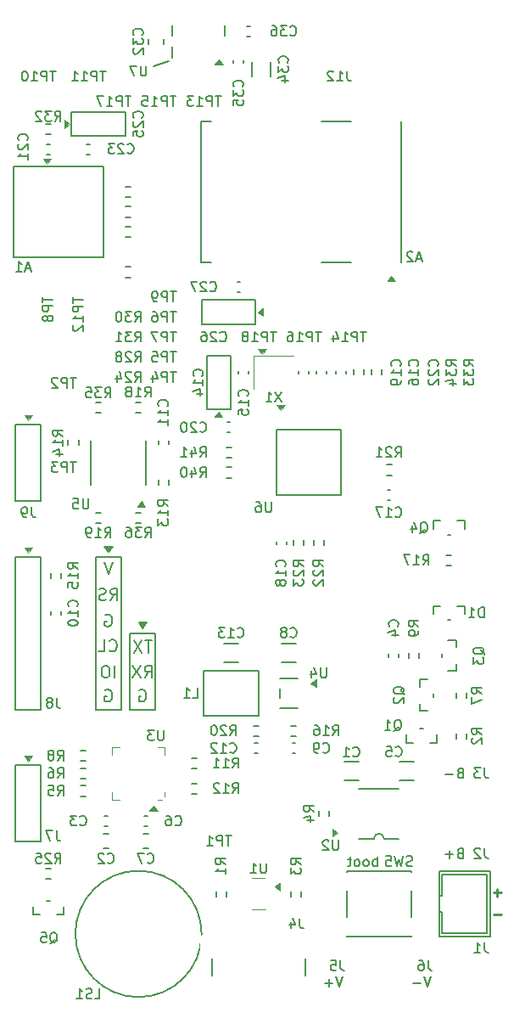
<source format=gbo>
%TF.GenerationSoftware,KiCad,Pcbnew,9.0.4*%
%TF.CreationDate,2026-01-17T12:19:53+01:00*%
%TF.ProjectId,Spoke,53706f6b-652e-46b6-9963-61645f706362,2.1*%
%TF.SameCoordinates,PX5f5e100PY5f5e100*%
%TF.FileFunction,Legend,Bot*%
%TF.FilePolarity,Positive*%
%FSLAX46Y46*%
G04 Gerber Fmt 4.6, Leading zero omitted, Abs format (unit mm)*
G04 Created by KiCad (PCBNEW 9.0.4) date 2026-01-17 12:19:53*
%MOMM*%
%LPD*%
G01*
G04 APERTURE LIST*
%ADD10C,0.200000*%
%ADD11C,0.153000*%
%ADD12C,0.250000*%
%ADD13C,0.120000*%
G04 APERTURE END LIST*
D10*
X-12850000Y-12000000D02*
X-10310000Y-12000000D01*
X-10310000Y-19620000D01*
X-12850000Y-19620000D01*
X-12850000Y-12000000D01*
X-16270000Y-4380000D02*
X-13730000Y-4380000D01*
X-13730000Y-19620000D01*
X-16270000Y-19620000D01*
X-16270000Y-4380000D01*
D11*
X-11580000Y-11500000D02*
X-11975163Y-10970000D01*
X-11175163Y-10970000D01*
X-11580000Y-11500000D01*
G36*
X-11580000Y-11500000D02*
G01*
X-11975163Y-10970000D01*
X-11175163Y-10970000D01*
X-11580000Y-11500000D01*
G37*
X-15000000Y-3937142D02*
X-15395163Y-3407142D01*
X-14595163Y-3407142D01*
X-15000000Y-3937142D01*
G36*
X-15000000Y-3937142D02*
G01*
X-15395163Y-3407142D01*
X-14595163Y-3407142D01*
X-15000000Y-3937142D01*
G37*
X-10500000Y44500000D02*
X-9000000Y45000000D01*
D10*
X17173183Y-46267219D02*
X16839850Y-47267219D01*
X16839850Y-47267219D02*
X16506517Y-46267219D01*
X16173183Y-46886266D02*
X15411279Y-46886266D01*
X-15314286Y-17701885D02*
X-15200000Y-17644742D01*
X-15200000Y-17644742D02*
X-15028572Y-17644742D01*
X-15028572Y-17644742D02*
X-14857143Y-17701885D01*
X-14857143Y-17701885D02*
X-14742858Y-17816171D01*
X-14742858Y-17816171D02*
X-14685715Y-17930457D01*
X-14685715Y-17930457D02*
X-14628572Y-18159028D01*
X-14628572Y-18159028D02*
X-14628572Y-18330457D01*
X-14628572Y-18330457D02*
X-14685715Y-18559028D01*
X-14685715Y-18559028D02*
X-14742858Y-18673314D01*
X-14742858Y-18673314D02*
X-14857143Y-18787600D01*
X-14857143Y-18787600D02*
X-15028572Y-18844742D01*
X-15028572Y-18844742D02*
X-15142858Y-18844742D01*
X-15142858Y-18844742D02*
X-15314286Y-18787600D01*
X-15314286Y-18787600D02*
X-15371429Y-18730457D01*
X-15371429Y-18730457D02*
X-15371429Y-18330457D01*
X-15371429Y-18330457D02*
X-15142858Y-18330457D01*
D12*
X24180951Y-37868666D02*
X23419047Y-37868666D01*
X23799999Y-38249619D02*
X23799999Y-37487714D01*
D10*
X-11380001Y-16454742D02*
X-10980001Y-15883314D01*
X-10694287Y-16454742D02*
X-10694287Y-15254742D01*
X-10694287Y-15254742D02*
X-11151430Y-15254742D01*
X-11151430Y-15254742D02*
X-11265715Y-15311885D01*
X-11265715Y-15311885D02*
X-11322858Y-15369028D01*
X-11322858Y-15369028D02*
X-11380001Y-15483314D01*
X-11380001Y-15483314D02*
X-11380001Y-15654742D01*
X-11380001Y-15654742D02*
X-11322858Y-15769028D01*
X-11322858Y-15769028D02*
X-11265715Y-15826171D01*
X-11265715Y-15826171D02*
X-11151430Y-15883314D01*
X-11151430Y-15883314D02*
X-10694287Y-15883314D01*
X-11780001Y-15254742D02*
X-12580001Y-16454742D01*
X-12580001Y-15254742D02*
X-11780001Y-16454742D01*
X-15314286Y-10201885D02*
X-15200000Y-10144742D01*
X-15200000Y-10144742D02*
X-15028572Y-10144742D01*
X-15028572Y-10144742D02*
X-14857143Y-10201885D01*
X-14857143Y-10201885D02*
X-14742858Y-10316171D01*
X-14742858Y-10316171D02*
X-14685715Y-10430457D01*
X-14685715Y-10430457D02*
X-14628572Y-10659028D01*
X-14628572Y-10659028D02*
X-14628572Y-10830457D01*
X-14628572Y-10830457D02*
X-14685715Y-11059028D01*
X-14685715Y-11059028D02*
X-14742858Y-11173314D01*
X-14742858Y-11173314D02*
X-14857143Y-11287600D01*
X-14857143Y-11287600D02*
X-15028572Y-11344742D01*
X-15028572Y-11344742D02*
X-15142858Y-11344742D01*
X-15142858Y-11344742D02*
X-15314286Y-11287600D01*
X-15314286Y-11287600D02*
X-15371429Y-11230457D01*
X-15371429Y-11230457D02*
X-15371429Y-10830457D01*
X-15371429Y-10830457D02*
X-15142858Y-10830457D01*
X20096993Y-25943409D02*
X19954136Y-25991028D01*
X19954136Y-25991028D02*
X19906517Y-26038647D01*
X19906517Y-26038647D02*
X19858898Y-26133885D01*
X19858898Y-26133885D02*
X19858898Y-26276742D01*
X19858898Y-26276742D02*
X19906517Y-26371980D01*
X19906517Y-26371980D02*
X19954136Y-26419600D01*
X19954136Y-26419600D02*
X20049374Y-26467219D01*
X20049374Y-26467219D02*
X20430326Y-26467219D01*
X20430326Y-26467219D02*
X20430326Y-25467219D01*
X20430326Y-25467219D02*
X20096993Y-25467219D01*
X20096993Y-25467219D02*
X20001755Y-25514838D01*
X20001755Y-25514838D02*
X19954136Y-25562457D01*
X19954136Y-25562457D02*
X19906517Y-25657695D01*
X19906517Y-25657695D02*
X19906517Y-25752933D01*
X19906517Y-25752933D02*
X19954136Y-25848171D01*
X19954136Y-25848171D02*
X20001755Y-25895790D01*
X20001755Y-25895790D02*
X20096993Y-25943409D01*
X20096993Y-25943409D02*
X20430326Y-25943409D01*
X19430326Y-26086266D02*
X18668422Y-26086266D01*
X-14800001Y-8744742D02*
X-14400001Y-8173314D01*
X-14114287Y-8744742D02*
X-14114287Y-7544742D01*
X-14114287Y-7544742D02*
X-14571430Y-7544742D01*
X-14571430Y-7544742D02*
X-14685715Y-7601885D01*
X-14685715Y-7601885D02*
X-14742858Y-7659028D01*
X-14742858Y-7659028D02*
X-14800001Y-7773314D01*
X-14800001Y-7773314D02*
X-14800001Y-7944742D01*
X-14800001Y-7944742D02*
X-14742858Y-8059028D01*
X-14742858Y-8059028D02*
X-14685715Y-8116171D01*
X-14685715Y-8116171D02*
X-14571430Y-8173314D01*
X-14571430Y-8173314D02*
X-14114287Y-8173314D01*
X-15257144Y-8687600D02*
X-15428572Y-8744742D01*
X-15428572Y-8744742D02*
X-15714287Y-8744742D01*
X-15714287Y-8744742D02*
X-15828572Y-8687600D01*
X-15828572Y-8687600D02*
X-15885715Y-8630457D01*
X-15885715Y-8630457D02*
X-15942858Y-8516171D01*
X-15942858Y-8516171D02*
X-15942858Y-8401885D01*
X-15942858Y-8401885D02*
X-15885715Y-8287600D01*
X-15885715Y-8287600D02*
X-15828572Y-8230457D01*
X-15828572Y-8230457D02*
X-15714287Y-8173314D01*
X-15714287Y-8173314D02*
X-15485715Y-8116171D01*
X-15485715Y-8116171D02*
X-15371430Y-8059028D01*
X-15371430Y-8059028D02*
X-15314287Y-8001885D01*
X-15314287Y-8001885D02*
X-15257144Y-7887600D01*
X-15257144Y-7887600D02*
X-15257144Y-7773314D01*
X-15257144Y-7773314D02*
X-15314287Y-7659028D01*
X-15314287Y-7659028D02*
X-15371430Y-7601885D01*
X-15371430Y-7601885D02*
X-15485715Y-7544742D01*
X-15485715Y-7544742D02*
X-15771430Y-7544742D01*
X-15771430Y-7544742D02*
X-15942858Y-7601885D01*
X-10685715Y-12754742D02*
X-11371429Y-12754742D01*
X-11028572Y-13954742D02*
X-11028572Y-12754742D01*
X-11657144Y-12754742D02*
X-12457144Y-13954742D01*
X-12457144Y-12754742D02*
X-11657144Y-13954742D01*
X11830326Y-35267219D02*
X11830326Y-34267219D01*
X11830326Y-34648171D02*
X11735088Y-34600552D01*
X11735088Y-34600552D02*
X11544612Y-34600552D01*
X11544612Y-34600552D02*
X11449374Y-34648171D01*
X11449374Y-34648171D02*
X11401755Y-34695790D01*
X11401755Y-34695790D02*
X11354136Y-34791028D01*
X11354136Y-34791028D02*
X11354136Y-35076742D01*
X11354136Y-35076742D02*
X11401755Y-35171980D01*
X11401755Y-35171980D02*
X11449374Y-35219600D01*
X11449374Y-35219600D02*
X11544612Y-35267219D01*
X11544612Y-35267219D02*
X11735088Y-35267219D01*
X11735088Y-35267219D02*
X11830326Y-35219600D01*
X10782707Y-35267219D02*
X10877945Y-35219600D01*
X10877945Y-35219600D02*
X10925564Y-35171980D01*
X10925564Y-35171980D02*
X10973183Y-35076742D01*
X10973183Y-35076742D02*
X10973183Y-34791028D01*
X10973183Y-34791028D02*
X10925564Y-34695790D01*
X10925564Y-34695790D02*
X10877945Y-34648171D01*
X10877945Y-34648171D02*
X10782707Y-34600552D01*
X10782707Y-34600552D02*
X10639850Y-34600552D01*
X10639850Y-34600552D02*
X10544612Y-34648171D01*
X10544612Y-34648171D02*
X10496993Y-34695790D01*
X10496993Y-34695790D02*
X10449374Y-34791028D01*
X10449374Y-34791028D02*
X10449374Y-35076742D01*
X10449374Y-35076742D02*
X10496993Y-35171980D01*
X10496993Y-35171980D02*
X10544612Y-35219600D01*
X10544612Y-35219600D02*
X10639850Y-35267219D01*
X10639850Y-35267219D02*
X10782707Y-35267219D01*
X9877945Y-35267219D02*
X9973183Y-35219600D01*
X9973183Y-35219600D02*
X10020802Y-35171980D01*
X10020802Y-35171980D02*
X10068421Y-35076742D01*
X10068421Y-35076742D02*
X10068421Y-34791028D01*
X10068421Y-34791028D02*
X10020802Y-34695790D01*
X10020802Y-34695790D02*
X9973183Y-34648171D01*
X9973183Y-34648171D02*
X9877945Y-34600552D01*
X9877945Y-34600552D02*
X9735088Y-34600552D01*
X9735088Y-34600552D02*
X9639850Y-34648171D01*
X9639850Y-34648171D02*
X9592231Y-34695790D01*
X9592231Y-34695790D02*
X9544612Y-34791028D01*
X9544612Y-34791028D02*
X9544612Y-35076742D01*
X9544612Y-35076742D02*
X9592231Y-35171980D01*
X9592231Y-35171980D02*
X9639850Y-35219600D01*
X9639850Y-35219600D02*
X9735088Y-35267219D01*
X9735088Y-35267219D02*
X9877945Y-35267219D01*
X9258897Y-34600552D02*
X8877945Y-34600552D01*
X9116040Y-34267219D02*
X9116040Y-35124361D01*
X9116040Y-35124361D02*
X9068421Y-35219600D01*
X9068421Y-35219600D02*
X8973183Y-35267219D01*
X8973183Y-35267219D02*
X8877945Y-35267219D01*
D12*
X24180951Y-40068666D02*
X23419047Y-40068666D01*
D10*
X8373183Y-46267219D02*
X8039850Y-47267219D01*
X8039850Y-47267219D02*
X7706517Y-46267219D01*
X7373183Y-46886266D02*
X6611279Y-46886266D01*
X6992231Y-47267219D02*
X6992231Y-46505314D01*
X-11914286Y-17701885D02*
X-11800000Y-17644742D01*
X-11800000Y-17644742D02*
X-11628572Y-17644742D01*
X-11628572Y-17644742D02*
X-11457143Y-17701885D01*
X-11457143Y-17701885D02*
X-11342858Y-17816171D01*
X-11342858Y-17816171D02*
X-11285715Y-17930457D01*
X-11285715Y-17930457D02*
X-11228572Y-18159028D01*
X-11228572Y-18159028D02*
X-11228572Y-18330457D01*
X-11228572Y-18330457D02*
X-11285715Y-18559028D01*
X-11285715Y-18559028D02*
X-11342858Y-18673314D01*
X-11342858Y-18673314D02*
X-11457143Y-18787600D01*
X-11457143Y-18787600D02*
X-11628572Y-18844742D01*
X-11628572Y-18844742D02*
X-11742858Y-18844742D01*
X-11742858Y-18844742D02*
X-11914286Y-18787600D01*
X-11914286Y-18787600D02*
X-11971429Y-18730457D01*
X-11971429Y-18730457D02*
X-11971429Y-18330457D01*
X-11971429Y-18330457D02*
X-11742858Y-18330457D01*
X-14600001Y-4944742D02*
X-15000001Y-6144742D01*
X-15000001Y-6144742D02*
X-15400001Y-4944742D01*
X-14371429Y-16444742D02*
X-14371429Y-15244742D01*
X-15171429Y-15244742D02*
X-15400001Y-15244742D01*
X-15400001Y-15244742D02*
X-15514286Y-15301885D01*
X-15514286Y-15301885D02*
X-15628572Y-15416171D01*
X-15628572Y-15416171D02*
X-15685715Y-15644742D01*
X-15685715Y-15644742D02*
X-15685715Y-16044742D01*
X-15685715Y-16044742D02*
X-15628572Y-16273314D01*
X-15628572Y-16273314D02*
X-15514286Y-16387600D01*
X-15514286Y-16387600D02*
X-15400001Y-16444742D01*
X-15400001Y-16444742D02*
X-15171429Y-16444742D01*
X-15171429Y-16444742D02*
X-15057143Y-16387600D01*
X-15057143Y-16387600D02*
X-14942858Y-16273314D01*
X-14942858Y-16273314D02*
X-14885715Y-16044742D01*
X-14885715Y-16044742D02*
X-14885715Y-15644742D01*
X-14885715Y-15644742D02*
X-14942858Y-15416171D01*
X-14942858Y-15416171D02*
X-15057143Y-15301885D01*
X-15057143Y-15301885D02*
X-15171429Y-15244742D01*
X20096993Y-33943409D02*
X19954136Y-33991028D01*
X19954136Y-33991028D02*
X19906517Y-34038647D01*
X19906517Y-34038647D02*
X19858898Y-34133885D01*
X19858898Y-34133885D02*
X19858898Y-34276742D01*
X19858898Y-34276742D02*
X19906517Y-34371980D01*
X19906517Y-34371980D02*
X19954136Y-34419600D01*
X19954136Y-34419600D02*
X20049374Y-34467219D01*
X20049374Y-34467219D02*
X20430326Y-34467219D01*
X20430326Y-34467219D02*
X20430326Y-33467219D01*
X20430326Y-33467219D02*
X20096993Y-33467219D01*
X20096993Y-33467219D02*
X20001755Y-33514838D01*
X20001755Y-33514838D02*
X19954136Y-33562457D01*
X19954136Y-33562457D02*
X19906517Y-33657695D01*
X19906517Y-33657695D02*
X19906517Y-33752933D01*
X19906517Y-33752933D02*
X19954136Y-33848171D01*
X19954136Y-33848171D02*
X20001755Y-33895790D01*
X20001755Y-33895790D02*
X20096993Y-33943409D01*
X20096993Y-33943409D02*
X20430326Y-33943409D01*
X19430326Y-34086266D02*
X18668422Y-34086266D01*
X19049374Y-34467219D02*
X19049374Y-33705314D01*
X-14885715Y-13730457D02*
X-14828572Y-13787600D01*
X-14828572Y-13787600D02*
X-14657144Y-13844742D01*
X-14657144Y-13844742D02*
X-14542858Y-13844742D01*
X-14542858Y-13844742D02*
X-14371429Y-13787600D01*
X-14371429Y-13787600D02*
X-14257144Y-13673314D01*
X-14257144Y-13673314D02*
X-14200001Y-13559028D01*
X-14200001Y-13559028D02*
X-14142858Y-13330457D01*
X-14142858Y-13330457D02*
X-14142858Y-13159028D01*
X-14142858Y-13159028D02*
X-14200001Y-12930457D01*
X-14200001Y-12930457D02*
X-14257144Y-12816171D01*
X-14257144Y-12816171D02*
X-14371429Y-12701885D01*
X-14371429Y-12701885D02*
X-14542858Y-12644742D01*
X-14542858Y-12644742D02*
X-14657144Y-12644742D01*
X-14657144Y-12644742D02*
X-14828572Y-12701885D01*
X-14828572Y-12701885D02*
X-14885715Y-12759028D01*
X-15971429Y-13844742D02*
X-15400001Y-13844742D01*
X-15400001Y-13844742D02*
X-15400001Y-12644742D01*
X22547457Y-14154761D02*
X22499838Y-14059523D01*
X22499838Y-14059523D02*
X22404600Y-13964285D01*
X22404600Y-13964285D02*
X22261742Y-13821428D01*
X22261742Y-13821428D02*
X22214123Y-13726190D01*
X22214123Y-13726190D02*
X22214123Y-13630952D01*
X22452219Y-13678571D02*
X22404600Y-13583333D01*
X22404600Y-13583333D02*
X22309361Y-13488095D01*
X22309361Y-13488095D02*
X22118885Y-13440476D01*
X22118885Y-13440476D02*
X21785552Y-13440476D01*
X21785552Y-13440476D02*
X21595076Y-13488095D01*
X21595076Y-13488095D02*
X21499838Y-13583333D01*
X21499838Y-13583333D02*
X21452219Y-13678571D01*
X21452219Y-13678571D02*
X21452219Y-13869047D01*
X21452219Y-13869047D02*
X21499838Y-13964285D01*
X21499838Y-13964285D02*
X21595076Y-14059523D01*
X21595076Y-14059523D02*
X21785552Y-14107142D01*
X21785552Y-14107142D02*
X22118885Y-14107142D01*
X22118885Y-14107142D02*
X22309361Y-14059523D01*
X22309361Y-14059523D02*
X22404600Y-13964285D01*
X22404600Y-13964285D02*
X22452219Y-13869047D01*
X22452219Y-13869047D02*
X22452219Y-13678571D01*
X21452219Y-14440476D02*
X21452219Y-15059523D01*
X21452219Y-15059523D02*
X21833171Y-14726190D01*
X21833171Y-14726190D02*
X21833171Y-14869047D01*
X21833171Y-14869047D02*
X21880790Y-14964285D01*
X21880790Y-14964285D02*
X21928409Y-15011904D01*
X21928409Y-15011904D02*
X22023647Y-15059523D01*
X22023647Y-15059523D02*
X22261742Y-15059523D01*
X22261742Y-15059523D02*
X22356980Y-15011904D01*
X22356980Y-15011904D02*
X22404600Y-14964285D01*
X22404600Y-14964285D02*
X22452219Y-14869047D01*
X22452219Y-14869047D02*
X22452219Y-14583333D01*
X22452219Y-14583333D02*
X22404600Y-14488095D01*
X22404600Y-14488095D02*
X22356980Y-14440476D01*
X-23143020Y37142858D02*
X-23095400Y37190477D01*
X-23095400Y37190477D02*
X-23047781Y37333334D01*
X-23047781Y37333334D02*
X-23047781Y37428572D01*
X-23047781Y37428572D02*
X-23095400Y37571429D01*
X-23095400Y37571429D02*
X-23190639Y37666667D01*
X-23190639Y37666667D02*
X-23285877Y37714286D01*
X-23285877Y37714286D02*
X-23476353Y37761905D01*
X-23476353Y37761905D02*
X-23619210Y37761905D01*
X-23619210Y37761905D02*
X-23809686Y37714286D01*
X-23809686Y37714286D02*
X-23904924Y37666667D01*
X-23904924Y37666667D02*
X-24000162Y37571429D01*
X-24000162Y37571429D02*
X-24047781Y37428572D01*
X-24047781Y37428572D02*
X-24047781Y37333334D01*
X-24047781Y37333334D02*
X-24000162Y37190477D01*
X-24000162Y37190477D02*
X-23952543Y37142858D01*
X-23952543Y36761905D02*
X-24000162Y36714286D01*
X-24000162Y36714286D02*
X-24047781Y36619048D01*
X-24047781Y36619048D02*
X-24047781Y36380953D01*
X-24047781Y36380953D02*
X-24000162Y36285715D01*
X-24000162Y36285715D02*
X-23952543Y36238096D01*
X-23952543Y36238096D02*
X-23857305Y36190477D01*
X-23857305Y36190477D02*
X-23762067Y36190477D01*
X-23762067Y36190477D02*
X-23619210Y36238096D01*
X-23619210Y36238096D02*
X-23047781Y36809524D01*
X-23047781Y36809524D02*
X-23047781Y36190477D01*
X-23047781Y35238096D02*
X-23047781Y35809524D01*
X-23047781Y35523810D02*
X-24047781Y35523810D01*
X-24047781Y35523810D02*
X-23904924Y35619048D01*
X-23904924Y35619048D02*
X-23809686Y35714286D01*
X-23809686Y35714286D02*
X-23762067Y35809524D01*
X-1143020Y11642858D02*
X-1095400Y11690477D01*
X-1095400Y11690477D02*
X-1047781Y11833334D01*
X-1047781Y11833334D02*
X-1047781Y11928572D01*
X-1047781Y11928572D02*
X-1095400Y12071429D01*
X-1095400Y12071429D02*
X-1190639Y12166667D01*
X-1190639Y12166667D02*
X-1285877Y12214286D01*
X-1285877Y12214286D02*
X-1476353Y12261905D01*
X-1476353Y12261905D02*
X-1619210Y12261905D01*
X-1619210Y12261905D02*
X-1809686Y12214286D01*
X-1809686Y12214286D02*
X-1904924Y12166667D01*
X-1904924Y12166667D02*
X-2000162Y12071429D01*
X-2000162Y12071429D02*
X-2047781Y11928572D01*
X-2047781Y11928572D02*
X-2047781Y11833334D01*
X-2047781Y11833334D02*
X-2000162Y11690477D01*
X-2000162Y11690477D02*
X-1952543Y11642858D01*
X-1047781Y10690477D02*
X-1047781Y11261905D01*
X-1047781Y10976191D02*
X-2047781Y10976191D01*
X-2047781Y10976191D02*
X-1904924Y11071429D01*
X-1904924Y11071429D02*
X-1809686Y11166667D01*
X-1809686Y11166667D02*
X-1762067Y11261905D01*
X-2047781Y9785715D02*
X-2047781Y10261905D01*
X-2047781Y10261905D02*
X-1571591Y10309524D01*
X-1571591Y10309524D02*
X-1619210Y10261905D01*
X-1619210Y10261905D02*
X-1666829Y10166667D01*
X-1666829Y10166667D02*
X-1666829Y9928572D01*
X-1666829Y9928572D02*
X-1619210Y9833334D01*
X-1619210Y9833334D02*
X-1571591Y9785715D01*
X-1571591Y9785715D02*
X-1476353Y9738096D01*
X-1476353Y9738096D02*
X-1238258Y9738096D01*
X-1238258Y9738096D02*
X-1143020Y9785715D01*
X-1143020Y9785715D02*
X-1095400Y9833334D01*
X-1095400Y9833334D02*
X-1047781Y9928572D01*
X-1047781Y9928572D02*
X-1047781Y10166667D01*
X-1047781Y10166667D02*
X-1095400Y10261905D01*
X-1095400Y10261905D02*
X-1143020Y10309524D01*
X-16357143Y-48452219D02*
X-15880953Y-48452219D01*
X-15880953Y-48452219D02*
X-15880953Y-47452219D01*
X-16642858Y-48404600D02*
X-16785715Y-48452219D01*
X-16785715Y-48452219D02*
X-17023810Y-48452219D01*
X-17023810Y-48452219D02*
X-17119048Y-48404600D01*
X-17119048Y-48404600D02*
X-17166667Y-48356980D01*
X-17166667Y-48356980D02*
X-17214286Y-48261742D01*
X-17214286Y-48261742D02*
X-17214286Y-48166504D01*
X-17214286Y-48166504D02*
X-17166667Y-48071266D01*
X-17166667Y-48071266D02*
X-17119048Y-48023647D01*
X-17119048Y-48023647D02*
X-17023810Y-47976028D01*
X-17023810Y-47976028D02*
X-16833334Y-47928409D01*
X-16833334Y-47928409D02*
X-16738096Y-47880790D01*
X-16738096Y-47880790D02*
X-16690477Y-47833171D01*
X-16690477Y-47833171D02*
X-16642858Y-47737933D01*
X-16642858Y-47737933D02*
X-16642858Y-47642695D01*
X-16642858Y-47642695D02*
X-16690477Y-47547457D01*
X-16690477Y-47547457D02*
X-16738096Y-47499838D01*
X-16738096Y-47499838D02*
X-16833334Y-47452219D01*
X-16833334Y-47452219D02*
X-17071429Y-47452219D01*
X-17071429Y-47452219D02*
X-17214286Y-47499838D01*
X-18166667Y-48452219D02*
X-17595239Y-48452219D01*
X-17880953Y-48452219D02*
X-17880953Y-47452219D01*
X-17880953Y-47452219D02*
X-17785715Y-47595076D01*
X-17785715Y-47595076D02*
X-17690477Y-47690314D01*
X-17690477Y-47690314D02*
X-17595239Y-47737933D01*
X-12352063Y13047781D02*
X-12018730Y13523972D01*
X-11780635Y13047781D02*
X-11780635Y14047781D01*
X-11780635Y14047781D02*
X-12161587Y14047781D01*
X-12161587Y14047781D02*
X-12256825Y14000162D01*
X-12256825Y14000162D02*
X-12304444Y13952543D01*
X-12304444Y13952543D02*
X-12352063Y13857305D01*
X-12352063Y13857305D02*
X-12352063Y13714448D01*
X-12352063Y13714448D02*
X-12304444Y13619210D01*
X-12304444Y13619210D02*
X-12256825Y13571591D01*
X-12256825Y13571591D02*
X-12161587Y13523972D01*
X-12161587Y13523972D02*
X-11780635Y13523972D01*
X-12733016Y13952543D02*
X-12780635Y14000162D01*
X-12780635Y14000162D02*
X-12875873Y14047781D01*
X-12875873Y14047781D02*
X-13113968Y14047781D01*
X-13113968Y14047781D02*
X-13209206Y14000162D01*
X-13209206Y14000162D02*
X-13256825Y13952543D01*
X-13256825Y13952543D02*
X-13304444Y13857305D01*
X-13304444Y13857305D02*
X-13304444Y13762067D01*
X-13304444Y13762067D02*
X-13256825Y13619210D01*
X-13256825Y13619210D02*
X-12685397Y13047781D01*
X-12685397Y13047781D02*
X-13304444Y13047781D01*
X-14161587Y13714448D02*
X-14161587Y13047781D01*
X-13923492Y14095400D02*
X-13685397Y13381115D01*
X-13685397Y13381115D02*
X-14304444Y13381115D01*
X-8333334Y-31106980D02*
X-8285715Y-31154600D01*
X-8285715Y-31154600D02*
X-8142858Y-31202219D01*
X-8142858Y-31202219D02*
X-8047620Y-31202219D01*
X-8047620Y-31202219D02*
X-7904763Y-31154600D01*
X-7904763Y-31154600D02*
X-7809525Y-31059361D01*
X-7809525Y-31059361D02*
X-7761906Y-30964123D01*
X-7761906Y-30964123D02*
X-7714287Y-30773647D01*
X-7714287Y-30773647D02*
X-7714287Y-30630790D01*
X-7714287Y-30630790D02*
X-7761906Y-30440314D01*
X-7761906Y-30440314D02*
X-7809525Y-30345076D01*
X-7809525Y-30345076D02*
X-7904763Y-30249838D01*
X-7904763Y-30249838D02*
X-8047620Y-30202219D01*
X-8047620Y-30202219D02*
X-8142858Y-30202219D01*
X-8142858Y-30202219D02*
X-8285715Y-30249838D01*
X-8285715Y-30249838D02*
X-8333334Y-30297457D01*
X-9190477Y-30202219D02*
X-9000001Y-30202219D01*
X-9000001Y-30202219D02*
X-8904763Y-30249838D01*
X-8904763Y-30249838D02*
X-8857144Y-30297457D01*
X-8857144Y-30297457D02*
X-8761906Y-30440314D01*
X-8761906Y-30440314D02*
X-8714287Y-30630790D01*
X-8714287Y-30630790D02*
X-8714287Y-31011742D01*
X-8714287Y-31011742D02*
X-8761906Y-31106980D01*
X-8761906Y-31106980D02*
X-8809525Y-31154600D01*
X-8809525Y-31154600D02*
X-8904763Y-31202219D01*
X-8904763Y-31202219D02*
X-9095239Y-31202219D01*
X-9095239Y-31202219D02*
X-9190477Y-31154600D01*
X-9190477Y-31154600D02*
X-9238096Y-31106980D01*
X-9238096Y-31106980D02*
X-9285715Y-31011742D01*
X-9285715Y-31011742D02*
X-9285715Y-30773647D01*
X-9285715Y-30773647D02*
X-9238096Y-30678409D01*
X-9238096Y-30678409D02*
X-9190477Y-30630790D01*
X-9190477Y-30630790D02*
X-9095239Y-30583171D01*
X-9095239Y-30583171D02*
X-8904763Y-30583171D01*
X-8904763Y-30583171D02*
X-8809525Y-30630790D01*
X-8809525Y-30630790D02*
X-8761906Y-30678409D01*
X-8761906Y-30678409D02*
X-8714287Y-30773647D01*
X6452219Y-5357142D02*
X5976028Y-5023809D01*
X6452219Y-4785714D02*
X5452219Y-4785714D01*
X5452219Y-4785714D02*
X5452219Y-5166666D01*
X5452219Y-5166666D02*
X5499838Y-5261904D01*
X5499838Y-5261904D02*
X5547457Y-5309523D01*
X5547457Y-5309523D02*
X5642695Y-5357142D01*
X5642695Y-5357142D02*
X5785552Y-5357142D01*
X5785552Y-5357142D02*
X5880790Y-5309523D01*
X5880790Y-5309523D02*
X5928409Y-5261904D01*
X5928409Y-5261904D02*
X5976028Y-5166666D01*
X5976028Y-5166666D02*
X5976028Y-4785714D01*
X5547457Y-5738095D02*
X5499838Y-5785714D01*
X5499838Y-5785714D02*
X5452219Y-5880952D01*
X5452219Y-5880952D02*
X5452219Y-6119047D01*
X5452219Y-6119047D02*
X5499838Y-6214285D01*
X5499838Y-6214285D02*
X5547457Y-6261904D01*
X5547457Y-6261904D02*
X5642695Y-6309523D01*
X5642695Y-6309523D02*
X5737933Y-6309523D01*
X5737933Y-6309523D02*
X5880790Y-6261904D01*
X5880790Y-6261904D02*
X6452219Y-5690476D01*
X6452219Y-5690476D02*
X6452219Y-6309523D01*
X5547457Y-6690476D02*
X5499838Y-6738095D01*
X5499838Y-6738095D02*
X5452219Y-6833333D01*
X5452219Y-6833333D02*
X5452219Y-7071428D01*
X5452219Y-7071428D02*
X5499838Y-7166666D01*
X5499838Y-7166666D02*
X5547457Y-7214285D01*
X5547457Y-7214285D02*
X5642695Y-7261904D01*
X5642695Y-7261904D02*
X5737933Y-7261904D01*
X5737933Y-7261904D02*
X5880790Y-7214285D01*
X5880790Y-7214285D02*
X6452219Y-6642857D01*
X6452219Y-6642857D02*
X6452219Y-7261904D01*
X-9143020Y10642858D02*
X-9095400Y10690477D01*
X-9095400Y10690477D02*
X-9047781Y10833334D01*
X-9047781Y10833334D02*
X-9047781Y10928572D01*
X-9047781Y10928572D02*
X-9095400Y11071429D01*
X-9095400Y11071429D02*
X-9190639Y11166667D01*
X-9190639Y11166667D02*
X-9285877Y11214286D01*
X-9285877Y11214286D02*
X-9476353Y11261905D01*
X-9476353Y11261905D02*
X-9619210Y11261905D01*
X-9619210Y11261905D02*
X-9809686Y11214286D01*
X-9809686Y11214286D02*
X-9904924Y11166667D01*
X-9904924Y11166667D02*
X-10000162Y11071429D01*
X-10000162Y11071429D02*
X-10047781Y10928572D01*
X-10047781Y10928572D02*
X-10047781Y10833334D01*
X-10047781Y10833334D02*
X-10000162Y10690477D01*
X-10000162Y10690477D02*
X-9952543Y10642858D01*
X-9047781Y9690477D02*
X-9047781Y10261905D01*
X-9047781Y9976191D02*
X-10047781Y9976191D01*
X-10047781Y9976191D02*
X-9904924Y10071429D01*
X-9904924Y10071429D02*
X-9809686Y10166667D01*
X-9809686Y10166667D02*
X-9762067Y10261905D01*
X-9047781Y8738096D02*
X-9047781Y9309524D01*
X-9047781Y9023810D02*
X-10047781Y9023810D01*
X-10047781Y9023810D02*
X-9904924Y9119048D01*
X-9904924Y9119048D02*
X-9809686Y9214286D01*
X-9809686Y9214286D02*
X-9762067Y9309524D01*
X-9047781Y642858D02*
X-9523972Y976191D01*
X-9047781Y1214286D02*
X-10047781Y1214286D01*
X-10047781Y1214286D02*
X-10047781Y833334D01*
X-10047781Y833334D02*
X-10000162Y738096D01*
X-10000162Y738096D02*
X-9952543Y690477D01*
X-9952543Y690477D02*
X-9857305Y642858D01*
X-9857305Y642858D02*
X-9714448Y642858D01*
X-9714448Y642858D02*
X-9619210Y690477D01*
X-9619210Y690477D02*
X-9571591Y738096D01*
X-9571591Y738096D02*
X-9523972Y833334D01*
X-9523972Y833334D02*
X-9523972Y1214286D01*
X-9047781Y-309523D02*
X-9047781Y261905D01*
X-9047781Y-23809D02*
X-10047781Y-23809D01*
X-10047781Y-23809D02*
X-9904924Y71429D01*
X-9904924Y71429D02*
X-9809686Y166667D01*
X-9809686Y166667D02*
X-9762067Y261905D01*
X-10047781Y-642857D02*
X-10047781Y-1261904D01*
X-10047781Y-1261904D02*
X-9666829Y-928571D01*
X-9666829Y-928571D02*
X-9666829Y-1071428D01*
X-9666829Y-1071428D02*
X-9619210Y-1166666D01*
X-9619210Y-1166666D02*
X-9571591Y-1214285D01*
X-9571591Y-1214285D02*
X-9476353Y-1261904D01*
X-9476353Y-1261904D02*
X-9238258Y-1261904D01*
X-9238258Y-1261904D02*
X-9143020Y-1214285D01*
X-9143020Y-1214285D02*
X-9095400Y-1166666D01*
X-9095400Y-1166666D02*
X-9047781Y-1071428D01*
X-9047781Y-1071428D02*
X-9047781Y-785714D01*
X-9047781Y-785714D02*
X-9095400Y-690476D01*
X-9095400Y-690476D02*
X-9143020Y-642857D01*
X-8261906Y41547781D02*
X-8833334Y41547781D01*
X-8547620Y40547781D02*
X-8547620Y41547781D01*
X-9166668Y40547781D02*
X-9166668Y41547781D01*
X-9166668Y41547781D02*
X-9547620Y41547781D01*
X-9547620Y41547781D02*
X-9642858Y41500162D01*
X-9642858Y41500162D02*
X-9690477Y41452543D01*
X-9690477Y41452543D02*
X-9738096Y41357305D01*
X-9738096Y41357305D02*
X-9738096Y41214448D01*
X-9738096Y41214448D02*
X-9690477Y41119210D01*
X-9690477Y41119210D02*
X-9642858Y41071591D01*
X-9642858Y41071591D02*
X-9547620Y41023972D01*
X-9547620Y41023972D02*
X-9166668Y41023972D01*
X-10690477Y40547781D02*
X-10119049Y40547781D01*
X-10404763Y40547781D02*
X-10404763Y41547781D01*
X-10404763Y41547781D02*
X-10309525Y41404924D01*
X-10309525Y41404924D02*
X-10214287Y41309686D01*
X-10214287Y41309686D02*
X-10119049Y41262067D01*
X-11595239Y41547781D02*
X-11119049Y41547781D01*
X-11119049Y41547781D02*
X-11071430Y41071591D01*
X-11071430Y41071591D02*
X-11119049Y41119210D01*
X-11119049Y41119210D02*
X-11214287Y41166829D01*
X-11214287Y41166829D02*
X-11452382Y41166829D01*
X-11452382Y41166829D02*
X-11547620Y41119210D01*
X-11547620Y41119210D02*
X-11595239Y41071591D01*
X-11595239Y41071591D02*
X-11642858Y40976353D01*
X-11642858Y40976353D02*
X-11642858Y40738258D01*
X-11642858Y40738258D02*
X-11595239Y40643020D01*
X-11595239Y40643020D02*
X-11547620Y40595400D01*
X-11547620Y40595400D02*
X-11452382Y40547781D01*
X-11452382Y40547781D02*
X-11214287Y40547781D01*
X-11214287Y40547781D02*
X-11119049Y40595400D01*
X-11119049Y40595400D02*
X-11071430Y40643020D01*
X-8238096Y14047781D02*
X-8809524Y14047781D01*
X-8523810Y13047781D02*
X-8523810Y14047781D01*
X-9142858Y13047781D02*
X-9142858Y14047781D01*
X-9142858Y14047781D02*
X-9523810Y14047781D01*
X-9523810Y14047781D02*
X-9619048Y14000162D01*
X-9619048Y14000162D02*
X-9666667Y13952543D01*
X-9666667Y13952543D02*
X-9714286Y13857305D01*
X-9714286Y13857305D02*
X-9714286Y13714448D01*
X-9714286Y13714448D02*
X-9666667Y13619210D01*
X-9666667Y13619210D02*
X-9619048Y13571591D01*
X-9619048Y13571591D02*
X-9523810Y13523972D01*
X-9523810Y13523972D02*
X-9142858Y13523972D01*
X-10571429Y13714448D02*
X-10571429Y13047781D01*
X-10333334Y14095400D02*
X-10095239Y13381115D01*
X-10095239Y13381115D02*
X-10714286Y13381115D01*
X-15083334Y-34856980D02*
X-15035715Y-34904600D01*
X-15035715Y-34904600D02*
X-14892858Y-34952219D01*
X-14892858Y-34952219D02*
X-14797620Y-34952219D01*
X-14797620Y-34952219D02*
X-14654763Y-34904600D01*
X-14654763Y-34904600D02*
X-14559525Y-34809361D01*
X-14559525Y-34809361D02*
X-14511906Y-34714123D01*
X-14511906Y-34714123D02*
X-14464287Y-34523647D01*
X-14464287Y-34523647D02*
X-14464287Y-34380790D01*
X-14464287Y-34380790D02*
X-14511906Y-34190314D01*
X-14511906Y-34190314D02*
X-14559525Y-34095076D01*
X-14559525Y-34095076D02*
X-14654763Y-33999838D01*
X-14654763Y-33999838D02*
X-14797620Y-33952219D01*
X-14797620Y-33952219D02*
X-14892858Y-33952219D01*
X-14892858Y-33952219D02*
X-15035715Y-33999838D01*
X-15035715Y-33999838D02*
X-15083334Y-34047457D01*
X-15464287Y-34047457D02*
X-15511906Y-33999838D01*
X-15511906Y-33999838D02*
X-15607144Y-33952219D01*
X-15607144Y-33952219D02*
X-15845239Y-33952219D01*
X-15845239Y-33952219D02*
X-15940477Y-33999838D01*
X-15940477Y-33999838D02*
X-15988096Y-34047457D01*
X-15988096Y-34047457D02*
X-16035715Y-34142695D01*
X-16035715Y-34142695D02*
X-16035715Y-34237933D01*
X-16035715Y-34237933D02*
X-15988096Y-34380790D01*
X-15988096Y-34380790D02*
X-15416668Y-34952219D01*
X-15416668Y-34952219D02*
X-16035715Y-34952219D01*
X-15357143Y11477781D02*
X-15023810Y11953972D01*
X-14785715Y11477781D02*
X-14785715Y12477781D01*
X-14785715Y12477781D02*
X-15166667Y12477781D01*
X-15166667Y12477781D02*
X-15261905Y12430162D01*
X-15261905Y12430162D02*
X-15309524Y12382543D01*
X-15309524Y12382543D02*
X-15357143Y12287305D01*
X-15357143Y12287305D02*
X-15357143Y12144448D01*
X-15357143Y12144448D02*
X-15309524Y12049210D01*
X-15309524Y12049210D02*
X-15261905Y12001591D01*
X-15261905Y12001591D02*
X-15166667Y11953972D01*
X-15166667Y11953972D02*
X-14785715Y11953972D01*
X-15690477Y12477781D02*
X-16309524Y12477781D01*
X-16309524Y12477781D02*
X-15976191Y12096829D01*
X-15976191Y12096829D02*
X-16119048Y12096829D01*
X-16119048Y12096829D02*
X-16214286Y12049210D01*
X-16214286Y12049210D02*
X-16261905Y12001591D01*
X-16261905Y12001591D02*
X-16309524Y11906353D01*
X-16309524Y11906353D02*
X-16309524Y11668258D01*
X-16309524Y11668258D02*
X-16261905Y11573020D01*
X-16261905Y11573020D02*
X-16214286Y11525400D01*
X-16214286Y11525400D02*
X-16119048Y11477781D01*
X-16119048Y11477781D02*
X-15833334Y11477781D01*
X-15833334Y11477781D02*
X-15738096Y11525400D01*
X-15738096Y11525400D02*
X-15690477Y11573020D01*
X-17214286Y12477781D02*
X-16738096Y12477781D01*
X-16738096Y12477781D02*
X-16690477Y12001591D01*
X-16690477Y12001591D02*
X-16738096Y12049210D01*
X-16738096Y12049210D02*
X-16833334Y12096829D01*
X-16833334Y12096829D02*
X-17071429Y12096829D01*
X-17071429Y12096829D02*
X-17166667Y12049210D01*
X-17166667Y12049210D02*
X-17214286Y12001591D01*
X-17214286Y12001591D02*
X-17261905Y11906353D01*
X-17261905Y11906353D02*
X-17261905Y11668258D01*
X-17261905Y11668258D02*
X-17214286Y11573020D01*
X-17214286Y11573020D02*
X-17166667Y11525400D01*
X-17166667Y11525400D02*
X-17071429Y11477781D01*
X-17071429Y11477781D02*
X-16833334Y11477781D01*
X-16833334Y11477781D02*
X-16738096Y11525400D01*
X-16738096Y11525400D02*
X-16690477Y11573020D01*
X-2607143Y-25452219D02*
X-2273810Y-24976028D01*
X-2035715Y-25452219D02*
X-2035715Y-24452219D01*
X-2035715Y-24452219D02*
X-2416667Y-24452219D01*
X-2416667Y-24452219D02*
X-2511905Y-24499838D01*
X-2511905Y-24499838D02*
X-2559524Y-24547457D01*
X-2559524Y-24547457D02*
X-2607143Y-24642695D01*
X-2607143Y-24642695D02*
X-2607143Y-24785552D01*
X-2607143Y-24785552D02*
X-2559524Y-24880790D01*
X-2559524Y-24880790D02*
X-2511905Y-24928409D01*
X-2511905Y-24928409D02*
X-2416667Y-24976028D01*
X-2416667Y-24976028D02*
X-2035715Y-24976028D01*
X-3559524Y-25452219D02*
X-2988096Y-25452219D01*
X-3273810Y-25452219D02*
X-3273810Y-24452219D01*
X-3273810Y-24452219D02*
X-3178572Y-24595076D01*
X-3178572Y-24595076D02*
X-3083334Y-24690314D01*
X-3083334Y-24690314D02*
X-2988096Y-24737933D01*
X-4511905Y-25452219D02*
X-3940477Y-25452219D01*
X-4226191Y-25452219D02*
X-4226191Y-24452219D01*
X-4226191Y-24452219D02*
X-4130953Y-24595076D01*
X-4130953Y-24595076D02*
X-4035715Y-24690314D01*
X-4035715Y-24690314D02*
X-3940477Y-24737933D01*
X16095238Y-2047457D02*
X16190476Y-1999838D01*
X16190476Y-1999838D02*
X16285714Y-1904600D01*
X16285714Y-1904600D02*
X16428571Y-1761742D01*
X16428571Y-1761742D02*
X16523809Y-1714123D01*
X16523809Y-1714123D02*
X16619047Y-1714123D01*
X16571428Y-1952219D02*
X16666666Y-1904600D01*
X16666666Y-1904600D02*
X16761904Y-1809361D01*
X16761904Y-1809361D02*
X16809523Y-1618885D01*
X16809523Y-1618885D02*
X16809523Y-1285552D01*
X16809523Y-1285552D02*
X16761904Y-1095076D01*
X16761904Y-1095076D02*
X16666666Y-999838D01*
X16666666Y-999838D02*
X16571428Y-952219D01*
X16571428Y-952219D02*
X16380952Y-952219D01*
X16380952Y-952219D02*
X16285714Y-999838D01*
X16285714Y-999838D02*
X16190476Y-1095076D01*
X16190476Y-1095076D02*
X16142857Y-1285552D01*
X16142857Y-1285552D02*
X16142857Y-1618885D01*
X16142857Y-1618885D02*
X16190476Y-1809361D01*
X16190476Y-1809361D02*
X16285714Y-1904600D01*
X16285714Y-1904600D02*
X16380952Y-1952219D01*
X16380952Y-1952219D02*
X16571428Y-1952219D01*
X15285714Y-1285552D02*
X15285714Y-1952219D01*
X15523809Y-904600D02*
X15761904Y-1618885D01*
X15761904Y-1618885D02*
X15142857Y-1618885D01*
X2856980Y44892858D02*
X2904600Y44940477D01*
X2904600Y44940477D02*
X2952219Y45083334D01*
X2952219Y45083334D02*
X2952219Y45178572D01*
X2952219Y45178572D02*
X2904600Y45321429D01*
X2904600Y45321429D02*
X2809361Y45416667D01*
X2809361Y45416667D02*
X2714123Y45464286D01*
X2714123Y45464286D02*
X2523647Y45511905D01*
X2523647Y45511905D02*
X2380790Y45511905D01*
X2380790Y45511905D02*
X2190314Y45464286D01*
X2190314Y45464286D02*
X2095076Y45416667D01*
X2095076Y45416667D02*
X1999838Y45321429D01*
X1999838Y45321429D02*
X1952219Y45178572D01*
X1952219Y45178572D02*
X1952219Y45083334D01*
X1952219Y45083334D02*
X1999838Y44940477D01*
X1999838Y44940477D02*
X2047457Y44892858D01*
X1952219Y44559524D02*
X1952219Y43940477D01*
X1952219Y43940477D02*
X2333171Y44273810D01*
X2333171Y44273810D02*
X2333171Y44130953D01*
X2333171Y44130953D02*
X2380790Y44035715D01*
X2380790Y44035715D02*
X2428409Y43988096D01*
X2428409Y43988096D02*
X2523647Y43940477D01*
X2523647Y43940477D02*
X2761742Y43940477D01*
X2761742Y43940477D02*
X2856980Y43988096D01*
X2856980Y43988096D02*
X2904600Y44035715D01*
X2904600Y44035715D02*
X2952219Y44130953D01*
X2952219Y44130953D02*
X2952219Y44416667D01*
X2952219Y44416667D02*
X2904600Y44511905D01*
X2904600Y44511905D02*
X2856980Y44559524D01*
X2285552Y43083334D02*
X2952219Y43083334D01*
X1904600Y43321429D02*
X2618885Y43559524D01*
X2618885Y43559524D02*
X2618885Y42940477D01*
X-4857143Y22143020D02*
X-4809524Y22095400D01*
X-4809524Y22095400D02*
X-4666667Y22047781D01*
X-4666667Y22047781D02*
X-4571429Y22047781D01*
X-4571429Y22047781D02*
X-4428572Y22095400D01*
X-4428572Y22095400D02*
X-4333334Y22190639D01*
X-4333334Y22190639D02*
X-4285715Y22285877D01*
X-4285715Y22285877D02*
X-4238096Y22476353D01*
X-4238096Y22476353D02*
X-4238096Y22619210D01*
X-4238096Y22619210D02*
X-4285715Y22809686D01*
X-4285715Y22809686D02*
X-4333334Y22904924D01*
X-4333334Y22904924D02*
X-4428572Y23000162D01*
X-4428572Y23000162D02*
X-4571429Y23047781D01*
X-4571429Y23047781D02*
X-4666667Y23047781D01*
X-4666667Y23047781D02*
X-4809524Y23000162D01*
X-4809524Y23000162D02*
X-4857143Y22952543D01*
X-5238096Y22952543D02*
X-5285715Y23000162D01*
X-5285715Y23000162D02*
X-5380953Y23047781D01*
X-5380953Y23047781D02*
X-5619048Y23047781D01*
X-5619048Y23047781D02*
X-5714286Y23000162D01*
X-5714286Y23000162D02*
X-5761905Y22952543D01*
X-5761905Y22952543D02*
X-5809524Y22857305D01*
X-5809524Y22857305D02*
X-5809524Y22762067D01*
X-5809524Y22762067D02*
X-5761905Y22619210D01*
X-5761905Y22619210D02*
X-5190477Y22047781D01*
X-5190477Y22047781D02*
X-5809524Y22047781D01*
X-6142858Y23047781D02*
X-6809524Y23047781D01*
X-6809524Y23047781D02*
X-6380953Y22047781D01*
X13856980Y-11333333D02*
X13904600Y-11285714D01*
X13904600Y-11285714D02*
X13952219Y-11142857D01*
X13952219Y-11142857D02*
X13952219Y-11047619D01*
X13952219Y-11047619D02*
X13904600Y-10904762D01*
X13904600Y-10904762D02*
X13809361Y-10809524D01*
X13809361Y-10809524D02*
X13714123Y-10761905D01*
X13714123Y-10761905D02*
X13523647Y-10714286D01*
X13523647Y-10714286D02*
X13380790Y-10714286D01*
X13380790Y-10714286D02*
X13190314Y-10761905D01*
X13190314Y-10761905D02*
X13095076Y-10809524D01*
X13095076Y-10809524D02*
X12999838Y-10904762D01*
X12999838Y-10904762D02*
X12952219Y-11047619D01*
X12952219Y-11047619D02*
X12952219Y-11142857D01*
X12952219Y-11142857D02*
X12999838Y-11285714D01*
X12999838Y-11285714D02*
X13047457Y-11333333D01*
X13285552Y-12190476D02*
X13952219Y-12190476D01*
X12904600Y-11952381D02*
X13618885Y-11714286D01*
X13618885Y-11714286D02*
X13618885Y-12333333D01*
X5522219Y-29833333D02*
X5046028Y-29500000D01*
X5522219Y-29261905D02*
X4522219Y-29261905D01*
X4522219Y-29261905D02*
X4522219Y-29642857D01*
X4522219Y-29642857D02*
X4569838Y-29738095D01*
X4569838Y-29738095D02*
X4617457Y-29785714D01*
X4617457Y-29785714D02*
X4712695Y-29833333D01*
X4712695Y-29833333D02*
X4855552Y-29833333D01*
X4855552Y-29833333D02*
X4950790Y-29785714D01*
X4950790Y-29785714D02*
X4998409Y-29738095D01*
X4998409Y-29738095D02*
X5046028Y-29642857D01*
X5046028Y-29642857D02*
X5046028Y-29261905D01*
X4855552Y-30690476D02*
X5522219Y-30690476D01*
X4474600Y-30452381D02*
X5188885Y-30214286D01*
X5188885Y-30214286D02*
X5188885Y-30833333D01*
X-2738096Y-32202219D02*
X-3309524Y-32202219D01*
X-3023810Y-33202219D02*
X-3023810Y-32202219D01*
X-3642858Y-33202219D02*
X-3642858Y-32202219D01*
X-3642858Y-32202219D02*
X-4023810Y-32202219D01*
X-4023810Y-32202219D02*
X-4119048Y-32249838D01*
X-4119048Y-32249838D02*
X-4166667Y-32297457D01*
X-4166667Y-32297457D02*
X-4214286Y-32392695D01*
X-4214286Y-32392695D02*
X-4214286Y-32535552D01*
X-4214286Y-32535552D02*
X-4166667Y-32630790D01*
X-4166667Y-32630790D02*
X-4119048Y-32678409D01*
X-4119048Y-32678409D02*
X-4023810Y-32726028D01*
X-4023810Y-32726028D02*
X-3642858Y-32726028D01*
X-5166667Y-33202219D02*
X-4595239Y-33202219D01*
X-4880953Y-33202219D02*
X-4880953Y-32202219D01*
X-4880953Y-32202219D02*
X-4785715Y-32345076D01*
X-4785715Y-32345076D02*
X-4690477Y-32440314D01*
X-4690477Y-32440314D02*
X-4595239Y-32487933D01*
X21452219Y14642858D02*
X20976028Y14976191D01*
X21452219Y15214286D02*
X20452219Y15214286D01*
X20452219Y15214286D02*
X20452219Y14833334D01*
X20452219Y14833334D02*
X20499838Y14738096D01*
X20499838Y14738096D02*
X20547457Y14690477D01*
X20547457Y14690477D02*
X20642695Y14642858D01*
X20642695Y14642858D02*
X20785552Y14642858D01*
X20785552Y14642858D02*
X20880790Y14690477D01*
X20880790Y14690477D02*
X20928409Y14738096D01*
X20928409Y14738096D02*
X20976028Y14833334D01*
X20976028Y14833334D02*
X20976028Y15214286D01*
X20452219Y14309524D02*
X20452219Y13690477D01*
X20452219Y13690477D02*
X20833171Y14023810D01*
X20833171Y14023810D02*
X20833171Y13880953D01*
X20833171Y13880953D02*
X20880790Y13785715D01*
X20880790Y13785715D02*
X20928409Y13738096D01*
X20928409Y13738096D02*
X21023647Y13690477D01*
X21023647Y13690477D02*
X21261742Y13690477D01*
X21261742Y13690477D02*
X21356980Y13738096D01*
X21356980Y13738096D02*
X21404600Y13785715D01*
X21404600Y13785715D02*
X21452219Y13880953D01*
X21452219Y13880953D02*
X21452219Y14166667D01*
X21452219Y14166667D02*
X21404600Y14261905D01*
X21404600Y14261905D02*
X21356980Y14309524D01*
X20452219Y13357143D02*
X20452219Y12738096D01*
X20452219Y12738096D02*
X20833171Y13071429D01*
X20833171Y13071429D02*
X20833171Y12928572D01*
X20833171Y12928572D02*
X20880790Y12833334D01*
X20880790Y12833334D02*
X20928409Y12785715D01*
X20928409Y12785715D02*
X21023647Y12738096D01*
X21023647Y12738096D02*
X21261742Y12738096D01*
X21261742Y12738096D02*
X21356980Y12785715D01*
X21356980Y12785715D02*
X21404600Y12833334D01*
X21404600Y12833334D02*
X21452219Y12928572D01*
X21452219Y12928572D02*
X21452219Y13214286D01*
X21452219Y13214286D02*
X21404600Y13309524D01*
X21404600Y13309524D02*
X21356980Y13357143D01*
X-20261906Y44047781D02*
X-20833334Y44047781D01*
X-20547620Y43047781D02*
X-20547620Y44047781D01*
X-21166668Y43047781D02*
X-21166668Y44047781D01*
X-21166668Y44047781D02*
X-21547620Y44047781D01*
X-21547620Y44047781D02*
X-21642858Y44000162D01*
X-21642858Y44000162D02*
X-21690477Y43952543D01*
X-21690477Y43952543D02*
X-21738096Y43857305D01*
X-21738096Y43857305D02*
X-21738096Y43714448D01*
X-21738096Y43714448D02*
X-21690477Y43619210D01*
X-21690477Y43619210D02*
X-21642858Y43571591D01*
X-21642858Y43571591D02*
X-21547620Y43523972D01*
X-21547620Y43523972D02*
X-21166668Y43523972D01*
X-22690477Y43047781D02*
X-22119049Y43047781D01*
X-22404763Y43047781D02*
X-22404763Y44047781D01*
X-22404763Y44047781D02*
X-22309525Y43904924D01*
X-22309525Y43904924D02*
X-22214287Y43809686D01*
X-22214287Y43809686D02*
X-22119049Y43762067D01*
X-23309525Y44047781D02*
X-23404763Y44047781D01*
X-23404763Y44047781D02*
X-23500001Y44000162D01*
X-23500001Y44000162D02*
X-23547620Y43952543D01*
X-23547620Y43952543D02*
X-23595239Y43857305D01*
X-23595239Y43857305D02*
X-23642858Y43666829D01*
X-23642858Y43666829D02*
X-23642858Y43428734D01*
X-23642858Y43428734D02*
X-23595239Y43238258D01*
X-23595239Y43238258D02*
X-23547620Y43143020D01*
X-23547620Y43143020D02*
X-23500001Y43095400D01*
X-23500001Y43095400D02*
X-23404763Y43047781D01*
X-23404763Y43047781D02*
X-23309525Y43047781D01*
X-23309525Y43047781D02*
X-23214287Y43095400D01*
X-23214287Y43095400D02*
X-23166668Y43143020D01*
X-23166668Y43143020D02*
X-23119049Y43238258D01*
X-23119049Y43238258D02*
X-23071430Y43428734D01*
X-23071430Y43428734D02*
X-23071430Y43666829D01*
X-23071430Y43666829D02*
X-23119049Y43857305D01*
X-23119049Y43857305D02*
X-23166668Y43952543D01*
X-23166668Y43952543D02*
X-23214287Y44000162D01*
X-23214287Y44000162D02*
X-23309525Y44047781D01*
X16214285Y25333496D02*
X15738095Y25333496D01*
X16309523Y25047781D02*
X15976190Y26047781D01*
X15976190Y26047781D02*
X15642857Y25047781D01*
X15357142Y25952543D02*
X15309523Y26000162D01*
X15309523Y26000162D02*
X15214285Y26047781D01*
X15214285Y26047781D02*
X14976190Y26047781D01*
X14976190Y26047781D02*
X14880952Y26000162D01*
X14880952Y26000162D02*
X14833333Y25952543D01*
X14833333Y25952543D02*
X14785714Y25857305D01*
X14785714Y25857305D02*
X14785714Y25762067D01*
X14785714Y25762067D02*
X14833333Y25619210D01*
X14833333Y25619210D02*
X15404761Y25047781D01*
X15404761Y25047781D02*
X14785714Y25047781D01*
X-8238096Y20047781D02*
X-8809524Y20047781D01*
X-8523810Y19047781D02*
X-8523810Y20047781D01*
X-9142858Y19047781D02*
X-9142858Y20047781D01*
X-9142858Y20047781D02*
X-9523810Y20047781D01*
X-9523810Y20047781D02*
X-9619048Y20000162D01*
X-9619048Y20000162D02*
X-9666667Y19952543D01*
X-9666667Y19952543D02*
X-9714286Y19857305D01*
X-9714286Y19857305D02*
X-9714286Y19714448D01*
X-9714286Y19714448D02*
X-9666667Y19619210D01*
X-9666667Y19619210D02*
X-9619048Y19571591D01*
X-9619048Y19571591D02*
X-9523810Y19523972D01*
X-9523810Y19523972D02*
X-9142858Y19523972D01*
X-10571429Y20047781D02*
X-10380953Y20047781D01*
X-10380953Y20047781D02*
X-10285715Y20000162D01*
X-10285715Y20000162D02*
X-10238096Y19952543D01*
X-10238096Y19952543D02*
X-10142858Y19809686D01*
X-10142858Y19809686D02*
X-10095239Y19619210D01*
X-10095239Y19619210D02*
X-10095239Y19238258D01*
X-10095239Y19238258D02*
X-10142858Y19143020D01*
X-10142858Y19143020D02*
X-10190477Y19095400D01*
X-10190477Y19095400D02*
X-10285715Y19047781D01*
X-10285715Y19047781D02*
X-10476191Y19047781D01*
X-10476191Y19047781D02*
X-10571429Y19095400D01*
X-10571429Y19095400D02*
X-10619048Y19143020D01*
X-10619048Y19143020D02*
X-10666667Y19238258D01*
X-10666667Y19238258D02*
X-10666667Y19476353D01*
X-10666667Y19476353D02*
X-10619048Y19571591D01*
X-10619048Y19571591D02*
X-10571429Y19619210D01*
X-10571429Y19619210D02*
X-10476191Y19666829D01*
X-10476191Y19666829D02*
X-10285715Y19666829D01*
X-10285715Y19666829D02*
X-10190477Y19619210D01*
X-10190477Y19619210D02*
X-10142858Y19571591D01*
X-10142858Y19571591D02*
X-10095239Y19476353D01*
X-12357143Y15047781D02*
X-12023810Y15523972D01*
X-11785715Y15047781D02*
X-11785715Y16047781D01*
X-11785715Y16047781D02*
X-12166667Y16047781D01*
X-12166667Y16047781D02*
X-12261905Y16000162D01*
X-12261905Y16000162D02*
X-12309524Y15952543D01*
X-12309524Y15952543D02*
X-12357143Y15857305D01*
X-12357143Y15857305D02*
X-12357143Y15714448D01*
X-12357143Y15714448D02*
X-12309524Y15619210D01*
X-12309524Y15619210D02*
X-12261905Y15571591D01*
X-12261905Y15571591D02*
X-12166667Y15523972D01*
X-12166667Y15523972D02*
X-11785715Y15523972D01*
X-12738096Y15952543D02*
X-12785715Y16000162D01*
X-12785715Y16000162D02*
X-12880953Y16047781D01*
X-12880953Y16047781D02*
X-13119048Y16047781D01*
X-13119048Y16047781D02*
X-13214286Y16000162D01*
X-13214286Y16000162D02*
X-13261905Y15952543D01*
X-13261905Y15952543D02*
X-13309524Y15857305D01*
X-13309524Y15857305D02*
X-13309524Y15762067D01*
X-13309524Y15762067D02*
X-13261905Y15619210D01*
X-13261905Y15619210D02*
X-12690477Y15047781D01*
X-12690477Y15047781D02*
X-13309524Y15047781D01*
X-13880953Y15619210D02*
X-13785715Y15666829D01*
X-13785715Y15666829D02*
X-13738096Y15714448D01*
X-13738096Y15714448D02*
X-13690477Y15809686D01*
X-13690477Y15809686D02*
X-13690477Y15857305D01*
X-13690477Y15857305D02*
X-13738096Y15952543D01*
X-13738096Y15952543D02*
X-13785715Y16000162D01*
X-13785715Y16000162D02*
X-13880953Y16047781D01*
X-13880953Y16047781D02*
X-14071429Y16047781D01*
X-14071429Y16047781D02*
X-14166667Y16000162D01*
X-14166667Y16000162D02*
X-14214286Y15952543D01*
X-14214286Y15952543D02*
X-14261905Y15857305D01*
X-14261905Y15857305D02*
X-14261905Y15809686D01*
X-14261905Y15809686D02*
X-14214286Y15714448D01*
X-14214286Y15714448D02*
X-14166667Y15666829D01*
X-14166667Y15666829D02*
X-14071429Y15619210D01*
X-14071429Y15619210D02*
X-13880953Y15619210D01*
X-13880953Y15619210D02*
X-13785715Y15571591D01*
X-13785715Y15571591D02*
X-13738096Y15523972D01*
X-13738096Y15523972D02*
X-13690477Y15428734D01*
X-13690477Y15428734D02*
X-13690477Y15238258D01*
X-13690477Y15238258D02*
X-13738096Y15143020D01*
X-13738096Y15143020D02*
X-13785715Y15095400D01*
X-13785715Y15095400D02*
X-13880953Y15047781D01*
X-13880953Y15047781D02*
X-14071429Y15047781D01*
X-14071429Y15047781D02*
X-14166667Y15095400D01*
X-14166667Y15095400D02*
X-14214286Y15143020D01*
X-14214286Y15143020D02*
X-14261905Y15238258D01*
X-14261905Y15238258D02*
X-14261905Y15428734D01*
X-14261905Y15428734D02*
X-14214286Y15523972D01*
X-14214286Y15523972D02*
X-14166667Y15571591D01*
X-14166667Y15571591D02*
X-14071429Y15619210D01*
X-13107143Y35893020D02*
X-13059524Y35845400D01*
X-13059524Y35845400D02*
X-12916667Y35797781D01*
X-12916667Y35797781D02*
X-12821429Y35797781D01*
X-12821429Y35797781D02*
X-12678572Y35845400D01*
X-12678572Y35845400D02*
X-12583334Y35940639D01*
X-12583334Y35940639D02*
X-12535715Y36035877D01*
X-12535715Y36035877D02*
X-12488096Y36226353D01*
X-12488096Y36226353D02*
X-12488096Y36369210D01*
X-12488096Y36369210D02*
X-12535715Y36559686D01*
X-12535715Y36559686D02*
X-12583334Y36654924D01*
X-12583334Y36654924D02*
X-12678572Y36750162D01*
X-12678572Y36750162D02*
X-12821429Y36797781D01*
X-12821429Y36797781D02*
X-12916667Y36797781D01*
X-12916667Y36797781D02*
X-13059524Y36750162D01*
X-13059524Y36750162D02*
X-13107143Y36702543D01*
X-13488096Y36702543D02*
X-13535715Y36750162D01*
X-13535715Y36750162D02*
X-13630953Y36797781D01*
X-13630953Y36797781D02*
X-13869048Y36797781D01*
X-13869048Y36797781D02*
X-13964286Y36750162D01*
X-13964286Y36750162D02*
X-14011905Y36702543D01*
X-14011905Y36702543D02*
X-14059524Y36607305D01*
X-14059524Y36607305D02*
X-14059524Y36512067D01*
X-14059524Y36512067D02*
X-14011905Y36369210D01*
X-14011905Y36369210D02*
X-13440477Y35797781D01*
X-13440477Y35797781D02*
X-14059524Y35797781D01*
X-14392858Y36797781D02*
X-15011905Y36797781D01*
X-15011905Y36797781D02*
X-14678572Y36416829D01*
X-14678572Y36416829D02*
X-14821429Y36416829D01*
X-14821429Y36416829D02*
X-14916667Y36369210D01*
X-14916667Y36369210D02*
X-14964286Y36321591D01*
X-14964286Y36321591D02*
X-15011905Y36226353D01*
X-15011905Y36226353D02*
X-15011905Y35988258D01*
X-15011905Y35988258D02*
X-14964286Y35893020D01*
X-14964286Y35893020D02*
X-14916667Y35845400D01*
X-14916667Y35845400D02*
X-14821429Y35797781D01*
X-14821429Y35797781D02*
X-14535715Y35797781D01*
X-14535715Y35797781D02*
X-14440477Y35845400D01*
X-14440477Y35845400D02*
X-14392858Y35893020D01*
X4202219Y-35083333D02*
X3726028Y-34750000D01*
X4202219Y-34511905D02*
X3202219Y-34511905D01*
X3202219Y-34511905D02*
X3202219Y-34892857D01*
X3202219Y-34892857D02*
X3249838Y-34988095D01*
X3249838Y-34988095D02*
X3297457Y-35035714D01*
X3297457Y-35035714D02*
X3392695Y-35083333D01*
X3392695Y-35083333D02*
X3535552Y-35083333D01*
X3535552Y-35083333D02*
X3630790Y-35035714D01*
X3630790Y-35035714D02*
X3678409Y-34988095D01*
X3678409Y-34988095D02*
X3726028Y-34892857D01*
X3726028Y-34892857D02*
X3726028Y-34511905D01*
X3202219Y-35416667D02*
X3202219Y-36035714D01*
X3202219Y-36035714D02*
X3583171Y-35702381D01*
X3583171Y-35702381D02*
X3583171Y-35845238D01*
X3583171Y-35845238D02*
X3630790Y-35940476D01*
X3630790Y-35940476D02*
X3678409Y-35988095D01*
X3678409Y-35988095D02*
X3773647Y-36035714D01*
X3773647Y-36035714D02*
X4011742Y-36035714D01*
X4011742Y-36035714D02*
X4106980Y-35988095D01*
X4106980Y-35988095D02*
X4154600Y-35940476D01*
X4154600Y-35940476D02*
X4202219Y-35845238D01*
X4202219Y-35845238D02*
X4202219Y-35559524D01*
X4202219Y-35559524D02*
X4154600Y-35464286D01*
X4154600Y-35464286D02*
X4106980Y-35416667D01*
X761904Y-34952219D02*
X761904Y-35761742D01*
X761904Y-35761742D02*
X714285Y-35856980D01*
X714285Y-35856980D02*
X666666Y-35904600D01*
X666666Y-35904600D02*
X571428Y-35952219D01*
X571428Y-35952219D02*
X380952Y-35952219D01*
X380952Y-35952219D02*
X285714Y-35904600D01*
X285714Y-35904600D02*
X238095Y-35856980D01*
X238095Y-35856980D02*
X190476Y-35761742D01*
X190476Y-35761742D02*
X190476Y-34952219D01*
X-809524Y-35952219D02*
X-238096Y-35952219D01*
X-523810Y-35952219D02*
X-523810Y-34952219D01*
X-523810Y-34952219D02*
X-428572Y-35095076D01*
X-428572Y-35095076D02*
X-333334Y-35190314D01*
X-333334Y-35190314D02*
X-238096Y-35237933D01*
X8160173Y-44652219D02*
X8160173Y-45366504D01*
X8160173Y-45366504D02*
X8207792Y-45509361D01*
X8207792Y-45509361D02*
X8303030Y-45604600D01*
X8303030Y-45604600D02*
X8445887Y-45652219D01*
X8445887Y-45652219D02*
X8541125Y-45652219D01*
X7207792Y-44652219D02*
X7683982Y-44652219D01*
X7683982Y-44652219D02*
X7731601Y-45128409D01*
X7731601Y-45128409D02*
X7683982Y-45080790D01*
X7683982Y-45080790D02*
X7588744Y-45033171D01*
X7588744Y-45033171D02*
X7350649Y-45033171D01*
X7350649Y-45033171D02*
X7255411Y-45080790D01*
X7255411Y-45080790D02*
X7207792Y-45128409D01*
X7207792Y-45128409D02*
X7160173Y-45223647D01*
X7160173Y-45223647D02*
X7160173Y-45461742D01*
X7160173Y-45461742D02*
X7207792Y-45556980D01*
X7207792Y-45556980D02*
X7255411Y-45604600D01*
X7255411Y-45604600D02*
X7350649Y-45652219D01*
X7350649Y-45652219D02*
X7588744Y-45652219D01*
X7588744Y-45652219D02*
X7683982Y-45604600D01*
X7683982Y-45604600D02*
X7731601Y-45556980D01*
X-12761906Y41547781D02*
X-13333334Y41547781D01*
X-13047620Y40547781D02*
X-13047620Y41547781D01*
X-13666668Y40547781D02*
X-13666668Y41547781D01*
X-13666668Y41547781D02*
X-14047620Y41547781D01*
X-14047620Y41547781D02*
X-14142858Y41500162D01*
X-14142858Y41500162D02*
X-14190477Y41452543D01*
X-14190477Y41452543D02*
X-14238096Y41357305D01*
X-14238096Y41357305D02*
X-14238096Y41214448D01*
X-14238096Y41214448D02*
X-14190477Y41119210D01*
X-14190477Y41119210D02*
X-14142858Y41071591D01*
X-14142858Y41071591D02*
X-14047620Y41023972D01*
X-14047620Y41023972D02*
X-13666668Y41023972D01*
X-15190477Y40547781D02*
X-14619049Y40547781D01*
X-14904763Y40547781D02*
X-14904763Y41547781D01*
X-14904763Y41547781D02*
X-14809525Y41404924D01*
X-14809525Y41404924D02*
X-14714287Y41309686D01*
X-14714287Y41309686D02*
X-14619049Y41262067D01*
X-15523811Y41547781D02*
X-16190477Y41547781D01*
X-16190477Y41547781D02*
X-15761906Y40547781D01*
X14106980Y14642858D02*
X14154600Y14690477D01*
X14154600Y14690477D02*
X14202219Y14833334D01*
X14202219Y14833334D02*
X14202219Y14928572D01*
X14202219Y14928572D02*
X14154600Y15071429D01*
X14154600Y15071429D02*
X14059361Y15166667D01*
X14059361Y15166667D02*
X13964123Y15214286D01*
X13964123Y15214286D02*
X13773647Y15261905D01*
X13773647Y15261905D02*
X13630790Y15261905D01*
X13630790Y15261905D02*
X13440314Y15214286D01*
X13440314Y15214286D02*
X13345076Y15166667D01*
X13345076Y15166667D02*
X13249838Y15071429D01*
X13249838Y15071429D02*
X13202219Y14928572D01*
X13202219Y14928572D02*
X13202219Y14833334D01*
X13202219Y14833334D02*
X13249838Y14690477D01*
X13249838Y14690477D02*
X13297457Y14642858D01*
X14202219Y13690477D02*
X14202219Y14261905D01*
X14202219Y13976191D02*
X13202219Y13976191D01*
X13202219Y13976191D02*
X13345076Y14071429D01*
X13345076Y14071429D02*
X13440314Y14166667D01*
X13440314Y14166667D02*
X13487933Y14261905D01*
X14202219Y13214286D02*
X14202219Y13023810D01*
X14202219Y13023810D02*
X14154600Y12928572D01*
X14154600Y12928572D02*
X14106980Y12880953D01*
X14106980Y12880953D02*
X13964123Y12785715D01*
X13964123Y12785715D02*
X13773647Y12738096D01*
X13773647Y12738096D02*
X13392695Y12738096D01*
X13392695Y12738096D02*
X13297457Y12785715D01*
X13297457Y12785715D02*
X13249838Y12833334D01*
X13249838Y12833334D02*
X13202219Y12928572D01*
X13202219Y12928572D02*
X13202219Y13119048D01*
X13202219Y13119048D02*
X13249838Y13214286D01*
X13249838Y13214286D02*
X13297457Y13261905D01*
X13297457Y13261905D02*
X13392695Y13309524D01*
X13392695Y13309524D02*
X13630790Y13309524D01*
X13630790Y13309524D02*
X13726028Y13261905D01*
X13726028Y13261905D02*
X13773647Y13214286D01*
X13773647Y13214286D02*
X13821266Y13119048D01*
X13821266Y13119048D02*
X13821266Y12928572D01*
X13821266Y12928572D02*
X13773647Y12833334D01*
X13773647Y12833334D02*
X13726028Y12785715D01*
X13726028Y12785715D02*
X13630790Y12738096D01*
X13666666Y-24206980D02*
X13714285Y-24254600D01*
X13714285Y-24254600D02*
X13857142Y-24302219D01*
X13857142Y-24302219D02*
X13952380Y-24302219D01*
X13952380Y-24302219D02*
X14095237Y-24254600D01*
X14095237Y-24254600D02*
X14190475Y-24159361D01*
X14190475Y-24159361D02*
X14238094Y-24064123D01*
X14238094Y-24064123D02*
X14285713Y-23873647D01*
X14285713Y-23873647D02*
X14285713Y-23730790D01*
X14285713Y-23730790D02*
X14238094Y-23540314D01*
X14238094Y-23540314D02*
X14190475Y-23445076D01*
X14190475Y-23445076D02*
X14095237Y-23349838D01*
X14095237Y-23349838D02*
X13952380Y-23302219D01*
X13952380Y-23302219D02*
X13857142Y-23302219D01*
X13857142Y-23302219D02*
X13714285Y-23349838D01*
X13714285Y-23349838D02*
X13666666Y-23397457D01*
X12761904Y-23302219D02*
X13238094Y-23302219D01*
X13238094Y-23302219D02*
X13285713Y-23778409D01*
X13285713Y-23778409D02*
X13238094Y-23730790D01*
X13238094Y-23730790D02*
X13142856Y-23683171D01*
X13142856Y-23683171D02*
X12904761Y-23683171D01*
X12904761Y-23683171D02*
X12809523Y-23730790D01*
X12809523Y-23730790D02*
X12761904Y-23778409D01*
X12761904Y-23778409D02*
X12714285Y-23873647D01*
X12714285Y-23873647D02*
X12714285Y-24111742D01*
X12714285Y-24111742D02*
X12761904Y-24206980D01*
X12761904Y-24206980D02*
X12809523Y-24254600D01*
X12809523Y-24254600D02*
X12904761Y-24302219D01*
X12904761Y-24302219D02*
X13142856Y-24302219D01*
X13142856Y-24302219D02*
X13238094Y-24254600D01*
X13238094Y-24254600D02*
X13285713Y-24206980D01*
X-5643020Y13642858D02*
X-5595400Y13690477D01*
X-5595400Y13690477D02*
X-5547781Y13833334D01*
X-5547781Y13833334D02*
X-5547781Y13928572D01*
X-5547781Y13928572D02*
X-5595400Y14071429D01*
X-5595400Y14071429D02*
X-5690639Y14166667D01*
X-5690639Y14166667D02*
X-5785877Y14214286D01*
X-5785877Y14214286D02*
X-5976353Y14261905D01*
X-5976353Y14261905D02*
X-6119210Y14261905D01*
X-6119210Y14261905D02*
X-6309686Y14214286D01*
X-6309686Y14214286D02*
X-6404924Y14166667D01*
X-6404924Y14166667D02*
X-6500162Y14071429D01*
X-6500162Y14071429D02*
X-6547781Y13928572D01*
X-6547781Y13928572D02*
X-6547781Y13833334D01*
X-6547781Y13833334D02*
X-6500162Y13690477D01*
X-6500162Y13690477D02*
X-6452543Y13642858D01*
X-5547781Y12690477D02*
X-5547781Y13261905D01*
X-5547781Y12976191D02*
X-6547781Y12976191D01*
X-6547781Y12976191D02*
X-6404924Y13071429D01*
X-6404924Y13071429D02*
X-6309686Y13166667D01*
X-6309686Y13166667D02*
X-6262067Y13261905D01*
X-6214448Y11833334D02*
X-5547781Y11833334D01*
X-6595400Y12071429D02*
X-5881115Y12309524D01*
X-5881115Y12309524D02*
X-5881115Y11690477D01*
X-11357143Y11547781D02*
X-11023810Y12023972D01*
X-10785715Y11547781D02*
X-10785715Y12547781D01*
X-10785715Y12547781D02*
X-11166667Y12547781D01*
X-11166667Y12547781D02*
X-11261905Y12500162D01*
X-11261905Y12500162D02*
X-11309524Y12452543D01*
X-11309524Y12452543D02*
X-11357143Y12357305D01*
X-11357143Y12357305D02*
X-11357143Y12214448D01*
X-11357143Y12214448D02*
X-11309524Y12119210D01*
X-11309524Y12119210D02*
X-11261905Y12071591D01*
X-11261905Y12071591D02*
X-11166667Y12023972D01*
X-11166667Y12023972D02*
X-10785715Y12023972D01*
X-12309524Y11547781D02*
X-11738096Y11547781D01*
X-12023810Y11547781D02*
X-12023810Y12547781D01*
X-12023810Y12547781D02*
X-11928572Y12404924D01*
X-11928572Y12404924D02*
X-11833334Y12309686D01*
X-11833334Y12309686D02*
X-11738096Y12262067D01*
X-12880953Y12119210D02*
X-12785715Y12166829D01*
X-12785715Y12166829D02*
X-12738096Y12214448D01*
X-12738096Y12214448D02*
X-12690477Y12309686D01*
X-12690477Y12309686D02*
X-12690477Y12357305D01*
X-12690477Y12357305D02*
X-12738096Y12452543D01*
X-12738096Y12452543D02*
X-12785715Y12500162D01*
X-12785715Y12500162D02*
X-12880953Y12547781D01*
X-12880953Y12547781D02*
X-13071429Y12547781D01*
X-13071429Y12547781D02*
X-13166667Y12500162D01*
X-13166667Y12500162D02*
X-13214286Y12452543D01*
X-13214286Y12452543D02*
X-13261905Y12357305D01*
X-13261905Y12357305D02*
X-13261905Y12309686D01*
X-13261905Y12309686D02*
X-13214286Y12214448D01*
X-13214286Y12214448D02*
X-13166667Y12166829D01*
X-13166667Y12166829D02*
X-13071429Y12119210D01*
X-13071429Y12119210D02*
X-12880953Y12119210D01*
X-12880953Y12119210D02*
X-12785715Y12071591D01*
X-12785715Y12071591D02*
X-12738096Y12023972D01*
X-12738096Y12023972D02*
X-12690477Y11928734D01*
X-12690477Y11928734D02*
X-12690477Y11738258D01*
X-12690477Y11738258D02*
X-12738096Y11643020D01*
X-12738096Y11643020D02*
X-12785715Y11595400D01*
X-12785715Y11595400D02*
X-12880953Y11547781D01*
X-12880953Y11547781D02*
X-13071429Y11547781D01*
X-13071429Y11547781D02*
X-13166667Y11595400D01*
X-13166667Y11595400D02*
X-13214286Y11643020D01*
X-13214286Y11643020D02*
X-13261905Y11738258D01*
X-13261905Y11738258D02*
X-13261905Y11928734D01*
X-13261905Y11928734D02*
X-13214286Y12023972D01*
X-13214286Y12023972D02*
X-13166667Y12071591D01*
X-13166667Y12071591D02*
X-13071429Y12119210D01*
X-11238096Y44547781D02*
X-11238096Y43738258D01*
X-11238096Y43738258D02*
X-11285715Y43643020D01*
X-11285715Y43643020D02*
X-11333334Y43595400D01*
X-11333334Y43595400D02*
X-11428572Y43547781D01*
X-11428572Y43547781D02*
X-11619048Y43547781D01*
X-11619048Y43547781D02*
X-11714286Y43595400D01*
X-11714286Y43595400D02*
X-11761905Y43643020D01*
X-11761905Y43643020D02*
X-11809524Y43738258D01*
X-11809524Y43738258D02*
X-11809524Y44547781D01*
X-12190477Y44547781D02*
X-12857143Y44547781D01*
X-12857143Y44547781D02*
X-12428572Y43547781D01*
X-3297781Y-35083333D02*
X-3773972Y-34750000D01*
X-3297781Y-34511905D02*
X-4297781Y-34511905D01*
X-4297781Y-34511905D02*
X-4297781Y-34892857D01*
X-4297781Y-34892857D02*
X-4250162Y-34988095D01*
X-4250162Y-34988095D02*
X-4202543Y-35035714D01*
X-4202543Y-35035714D02*
X-4107305Y-35083333D01*
X-4107305Y-35083333D02*
X-3964448Y-35083333D01*
X-3964448Y-35083333D02*
X-3869210Y-35035714D01*
X-3869210Y-35035714D02*
X-3821591Y-34988095D01*
X-3821591Y-34988095D02*
X-3773972Y-34892857D01*
X-3773972Y-34892857D02*
X-3773972Y-34511905D01*
X-3297781Y-36035714D02*
X-3297781Y-35464286D01*
X-3297781Y-35750000D02*
X-4297781Y-35750000D01*
X-4297781Y-35750000D02*
X-4154924Y-35654762D01*
X-4154924Y-35654762D02*
X-4059686Y-35559524D01*
X-4059686Y-35559524D02*
X-4012067Y-35464286D01*
X-21547781Y21511905D02*
X-21547781Y20940477D01*
X-20547781Y21226191D02*
X-21547781Y21226191D01*
X-20547781Y20607143D02*
X-21547781Y20607143D01*
X-21547781Y20607143D02*
X-21547781Y20226191D01*
X-21547781Y20226191D02*
X-21500162Y20130953D01*
X-21500162Y20130953D02*
X-21452543Y20083334D01*
X-21452543Y20083334D02*
X-21357305Y20035715D01*
X-21357305Y20035715D02*
X-21214448Y20035715D01*
X-21214448Y20035715D02*
X-21119210Y20083334D01*
X-21119210Y20083334D02*
X-21071591Y20130953D01*
X-21071591Y20130953D02*
X-21023972Y20226191D01*
X-21023972Y20226191D02*
X-21023972Y20607143D01*
X-21119210Y19464286D02*
X-21166829Y19559524D01*
X-21166829Y19559524D02*
X-21214448Y19607143D01*
X-21214448Y19607143D02*
X-21309686Y19654762D01*
X-21309686Y19654762D02*
X-21357305Y19654762D01*
X-21357305Y19654762D02*
X-21452543Y19607143D01*
X-21452543Y19607143D02*
X-21500162Y19559524D01*
X-21500162Y19559524D02*
X-21547781Y19464286D01*
X-21547781Y19464286D02*
X-21547781Y19273810D01*
X-21547781Y19273810D02*
X-21500162Y19178572D01*
X-21500162Y19178572D02*
X-21452543Y19130953D01*
X-21452543Y19130953D02*
X-21357305Y19083334D01*
X-21357305Y19083334D02*
X-21309686Y19083334D01*
X-21309686Y19083334D02*
X-21214448Y19130953D01*
X-21214448Y19130953D02*
X-21166829Y19178572D01*
X-21166829Y19178572D02*
X-21119210Y19273810D01*
X-21119210Y19273810D02*
X-21119210Y19464286D01*
X-21119210Y19464286D02*
X-21071591Y19559524D01*
X-21071591Y19559524D02*
X-21023972Y19607143D01*
X-21023972Y19607143D02*
X-20928734Y19654762D01*
X-20928734Y19654762D02*
X-20738258Y19654762D01*
X-20738258Y19654762D02*
X-20643020Y19607143D01*
X-20643020Y19607143D02*
X-20595400Y19559524D01*
X-20595400Y19559524D02*
X-20547781Y19464286D01*
X-20547781Y19464286D02*
X-20547781Y19273810D01*
X-20547781Y19273810D02*
X-20595400Y19178572D01*
X-20595400Y19178572D02*
X-20643020Y19130953D01*
X-20643020Y19130953D02*
X-20738258Y19083334D01*
X-20738258Y19083334D02*
X-20928734Y19083334D01*
X-20928734Y19083334D02*
X-21023972Y19130953D01*
X-21023972Y19130953D02*
X-21071591Y19178572D01*
X-21071591Y19178572D02*
X-21119210Y19273810D01*
X13495238Y-21747457D02*
X13590476Y-21699838D01*
X13590476Y-21699838D02*
X13685714Y-21604600D01*
X13685714Y-21604600D02*
X13828571Y-21461742D01*
X13828571Y-21461742D02*
X13923809Y-21414123D01*
X13923809Y-21414123D02*
X14019047Y-21414123D01*
X13971428Y-21652219D02*
X14066666Y-21604600D01*
X14066666Y-21604600D02*
X14161904Y-21509361D01*
X14161904Y-21509361D02*
X14209523Y-21318885D01*
X14209523Y-21318885D02*
X14209523Y-20985552D01*
X14209523Y-20985552D02*
X14161904Y-20795076D01*
X14161904Y-20795076D02*
X14066666Y-20699838D01*
X14066666Y-20699838D02*
X13971428Y-20652219D01*
X13971428Y-20652219D02*
X13780952Y-20652219D01*
X13780952Y-20652219D02*
X13685714Y-20699838D01*
X13685714Y-20699838D02*
X13590476Y-20795076D01*
X13590476Y-20795076D02*
X13542857Y-20985552D01*
X13542857Y-20985552D02*
X13542857Y-21318885D01*
X13542857Y-21318885D02*
X13590476Y-21509361D01*
X13590476Y-21509361D02*
X13685714Y-21604600D01*
X13685714Y-21604600D02*
X13780952Y-21652219D01*
X13780952Y-21652219D02*
X13971428Y-21652219D01*
X12590476Y-21652219D02*
X13161904Y-21652219D01*
X12876190Y-21652219D02*
X12876190Y-20652219D01*
X12876190Y-20652219D02*
X12971428Y-20795076D01*
X12971428Y-20795076D02*
X13066666Y-20890314D01*
X13066666Y-20890314D02*
X13161904Y-20937933D01*
X22533333Y-42852219D02*
X22533333Y-43566504D01*
X22533333Y-43566504D02*
X22580952Y-43709361D01*
X22580952Y-43709361D02*
X22676190Y-43804600D01*
X22676190Y-43804600D02*
X22819047Y-43852219D01*
X22819047Y-43852219D02*
X22914285Y-43852219D01*
X21533333Y-43852219D02*
X22104761Y-43852219D01*
X21819047Y-43852219D02*
X21819047Y-42852219D01*
X21819047Y-42852219D02*
X21914285Y-42995076D01*
X21914285Y-42995076D02*
X22009523Y-43090314D01*
X22009523Y-43090314D02*
X22104761Y-43137933D01*
X-20854762Y-42947457D02*
X-20759524Y-42899838D01*
X-20759524Y-42899838D02*
X-20664286Y-42804600D01*
X-20664286Y-42804600D02*
X-20521429Y-42661742D01*
X-20521429Y-42661742D02*
X-20426191Y-42614123D01*
X-20426191Y-42614123D02*
X-20330953Y-42614123D01*
X-20378572Y-42852219D02*
X-20283334Y-42804600D01*
X-20283334Y-42804600D02*
X-20188096Y-42709361D01*
X-20188096Y-42709361D02*
X-20140477Y-42518885D01*
X-20140477Y-42518885D02*
X-20140477Y-42185552D01*
X-20140477Y-42185552D02*
X-20188096Y-41995076D01*
X-20188096Y-41995076D02*
X-20283334Y-41899838D01*
X-20283334Y-41899838D02*
X-20378572Y-41852219D01*
X-20378572Y-41852219D02*
X-20569048Y-41852219D01*
X-20569048Y-41852219D02*
X-20664286Y-41899838D01*
X-20664286Y-41899838D02*
X-20759524Y-41995076D01*
X-20759524Y-41995076D02*
X-20807143Y-42185552D01*
X-20807143Y-42185552D02*
X-20807143Y-42518885D01*
X-20807143Y-42518885D02*
X-20759524Y-42709361D01*
X-20759524Y-42709361D02*
X-20664286Y-42804600D01*
X-20664286Y-42804600D02*
X-20569048Y-42852219D01*
X-20569048Y-42852219D02*
X-20378572Y-42852219D01*
X-21711905Y-41852219D02*
X-21235715Y-41852219D01*
X-21235715Y-41852219D02*
X-21188096Y-42328409D01*
X-21188096Y-42328409D02*
X-21235715Y-42280790D01*
X-21235715Y-42280790D02*
X-21330953Y-42233171D01*
X-21330953Y-42233171D02*
X-21569048Y-42233171D01*
X-21569048Y-42233171D02*
X-21664286Y-42280790D01*
X-21664286Y-42280790D02*
X-21711905Y-42328409D01*
X-21711905Y-42328409D02*
X-21759524Y-42423647D01*
X-21759524Y-42423647D02*
X-21759524Y-42661742D01*
X-21759524Y-42661742D02*
X-21711905Y-42756980D01*
X-21711905Y-42756980D02*
X-21664286Y-42804600D01*
X-21664286Y-42804600D02*
X-21569048Y-42852219D01*
X-21569048Y-42852219D02*
X-21330953Y-42852219D01*
X-21330953Y-42852219D02*
X-21235715Y-42804600D01*
X-21235715Y-42804600D02*
X-21188096Y-42756980D01*
X15333332Y-35204600D02*
X15190475Y-35252219D01*
X15190475Y-35252219D02*
X14952380Y-35252219D01*
X14952380Y-35252219D02*
X14857142Y-35204600D01*
X14857142Y-35204600D02*
X14809523Y-35156980D01*
X14809523Y-35156980D02*
X14761904Y-35061742D01*
X14761904Y-35061742D02*
X14761904Y-34966504D01*
X14761904Y-34966504D02*
X14809523Y-34871266D01*
X14809523Y-34871266D02*
X14857142Y-34823647D01*
X14857142Y-34823647D02*
X14952380Y-34776028D01*
X14952380Y-34776028D02*
X15142856Y-34728409D01*
X15142856Y-34728409D02*
X15238094Y-34680790D01*
X15238094Y-34680790D02*
X15285713Y-34633171D01*
X15285713Y-34633171D02*
X15333332Y-34537933D01*
X15333332Y-34537933D02*
X15333332Y-34442695D01*
X15333332Y-34442695D02*
X15285713Y-34347457D01*
X15285713Y-34347457D02*
X15238094Y-34299838D01*
X15238094Y-34299838D02*
X15142856Y-34252219D01*
X15142856Y-34252219D02*
X14904761Y-34252219D01*
X14904761Y-34252219D02*
X14761904Y-34299838D01*
X14428570Y-34252219D02*
X14190475Y-35252219D01*
X14190475Y-35252219D02*
X13999999Y-34537933D01*
X13999999Y-34537933D02*
X13809523Y-35252219D01*
X13809523Y-35252219D02*
X13571428Y-34252219D01*
X12714285Y-34252219D02*
X13190475Y-34252219D01*
X13190475Y-34252219D02*
X13238094Y-34728409D01*
X13238094Y-34728409D02*
X13190475Y-34680790D01*
X13190475Y-34680790D02*
X13095237Y-34633171D01*
X13095237Y-34633171D02*
X12857142Y-34633171D01*
X12857142Y-34633171D02*
X12761904Y-34680790D01*
X12761904Y-34680790D02*
X12714285Y-34728409D01*
X12714285Y-34728409D02*
X12666666Y-34823647D01*
X12666666Y-34823647D02*
X12666666Y-35061742D01*
X12666666Y-35061742D02*
X12714285Y-35156980D01*
X12714285Y-35156980D02*
X12761904Y-35204600D01*
X12761904Y-35204600D02*
X12857142Y-35252219D01*
X12857142Y-35252219D02*
X13095237Y-35252219D01*
X13095237Y-35252219D02*
X13190475Y-35204600D01*
X13190475Y-35204600D02*
X13238094Y-35156980D01*
X7961904Y-32652219D02*
X7961904Y-33461742D01*
X7961904Y-33461742D02*
X7914285Y-33556980D01*
X7914285Y-33556980D02*
X7866666Y-33604600D01*
X7866666Y-33604600D02*
X7771428Y-33652219D01*
X7771428Y-33652219D02*
X7580952Y-33652219D01*
X7580952Y-33652219D02*
X7485714Y-33604600D01*
X7485714Y-33604600D02*
X7438095Y-33556980D01*
X7438095Y-33556980D02*
X7390476Y-33461742D01*
X7390476Y-33461742D02*
X7390476Y-32652219D01*
X6961904Y-32747457D02*
X6914285Y-32699838D01*
X6914285Y-32699838D02*
X6819047Y-32652219D01*
X6819047Y-32652219D02*
X6580952Y-32652219D01*
X6580952Y-32652219D02*
X6485714Y-32699838D01*
X6485714Y-32699838D02*
X6438095Y-32747457D01*
X6438095Y-32747457D02*
X6390476Y-32842695D01*
X6390476Y-32842695D02*
X6390476Y-32937933D01*
X6390476Y-32937933D02*
X6438095Y-33080790D01*
X6438095Y-33080790D02*
X7009523Y-33652219D01*
X7009523Y-33652219D02*
X6390476Y-33652219D01*
X-1643020Y42500392D02*
X-1595400Y42548011D01*
X-1595400Y42548011D02*
X-1547781Y42690868D01*
X-1547781Y42690868D02*
X-1547781Y42786106D01*
X-1547781Y42786106D02*
X-1595400Y42928963D01*
X-1595400Y42928963D02*
X-1690639Y43024201D01*
X-1690639Y43024201D02*
X-1785877Y43071820D01*
X-1785877Y43071820D02*
X-1976353Y43119439D01*
X-1976353Y43119439D02*
X-2119210Y43119439D01*
X-2119210Y43119439D02*
X-2309686Y43071820D01*
X-2309686Y43071820D02*
X-2404924Y43024201D01*
X-2404924Y43024201D02*
X-2500162Y42928963D01*
X-2500162Y42928963D02*
X-2547781Y42786106D01*
X-2547781Y42786106D02*
X-2547781Y42690868D01*
X-2547781Y42690868D02*
X-2500162Y42548011D01*
X-2500162Y42548011D02*
X-2452543Y42500392D01*
X-2547781Y42167058D02*
X-2547781Y41548011D01*
X-2547781Y41548011D02*
X-2166829Y41881344D01*
X-2166829Y41881344D02*
X-2166829Y41738487D01*
X-2166829Y41738487D02*
X-2119210Y41643249D01*
X-2119210Y41643249D02*
X-2071591Y41595630D01*
X-2071591Y41595630D02*
X-1976353Y41548011D01*
X-1976353Y41548011D02*
X-1738258Y41548011D01*
X-1738258Y41548011D02*
X-1643020Y41595630D01*
X-1643020Y41595630D02*
X-1595400Y41643249D01*
X-1595400Y41643249D02*
X-1547781Y41738487D01*
X-1547781Y41738487D02*
X-1547781Y42024201D01*
X-1547781Y42024201D02*
X-1595400Y42119439D01*
X-1595400Y42119439D02*
X-1643020Y42167058D01*
X-2547781Y40643249D02*
X-2547781Y41119439D01*
X-2547781Y41119439D02*
X-2071591Y41167058D01*
X-2071591Y41167058D02*
X-2119210Y41119439D01*
X-2119210Y41119439D02*
X-2166829Y41024201D01*
X-2166829Y41024201D02*
X-2166829Y40786106D01*
X-2166829Y40786106D02*
X-2119210Y40690868D01*
X-2119210Y40690868D02*
X-2071591Y40643249D01*
X-2071591Y40643249D02*
X-1976353Y40595630D01*
X-1976353Y40595630D02*
X-1738258Y40595630D01*
X-1738258Y40595630D02*
X-1643020Y40643249D01*
X-1643020Y40643249D02*
X-1595400Y40690868D01*
X-1595400Y40690868D02*
X-1547781Y40786106D01*
X-1547781Y40786106D02*
X-1547781Y41024201D01*
X-1547781Y41024201D02*
X-1595400Y41119439D01*
X-1595400Y41119439D02*
X-1643020Y41167058D01*
X-5857143Y3547781D02*
X-5523810Y4023972D01*
X-5285715Y3547781D02*
X-5285715Y4547781D01*
X-5285715Y4547781D02*
X-5666667Y4547781D01*
X-5666667Y4547781D02*
X-5761905Y4500162D01*
X-5761905Y4500162D02*
X-5809524Y4452543D01*
X-5809524Y4452543D02*
X-5857143Y4357305D01*
X-5857143Y4357305D02*
X-5857143Y4214448D01*
X-5857143Y4214448D02*
X-5809524Y4119210D01*
X-5809524Y4119210D02*
X-5761905Y4071591D01*
X-5761905Y4071591D02*
X-5666667Y4023972D01*
X-5666667Y4023972D02*
X-5285715Y4023972D01*
X-6714286Y4214448D02*
X-6714286Y3547781D01*
X-6476191Y4595400D02*
X-6238096Y3881115D01*
X-6238096Y3881115D02*
X-6857143Y3881115D01*
X-7428572Y4547781D02*
X-7523810Y4547781D01*
X-7523810Y4547781D02*
X-7619048Y4500162D01*
X-7619048Y4500162D02*
X-7666667Y4452543D01*
X-7666667Y4452543D02*
X-7714286Y4357305D01*
X-7714286Y4357305D02*
X-7761905Y4166829D01*
X-7761905Y4166829D02*
X-7761905Y3928734D01*
X-7761905Y3928734D02*
X-7714286Y3738258D01*
X-7714286Y3738258D02*
X-7666667Y3643020D01*
X-7666667Y3643020D02*
X-7619048Y3595400D01*
X-7619048Y3595400D02*
X-7523810Y3547781D01*
X-7523810Y3547781D02*
X-7428572Y3547781D01*
X-7428572Y3547781D02*
X-7333334Y3595400D01*
X-7333334Y3595400D02*
X-7285715Y3643020D01*
X-7285715Y3643020D02*
X-7238096Y3738258D01*
X-7238096Y3738258D02*
X-7190477Y3928734D01*
X-7190477Y3928734D02*
X-7190477Y4166829D01*
X-7190477Y4166829D02*
X-7238096Y4357305D01*
X-7238096Y4357305D02*
X-7285715Y4452543D01*
X-7285715Y4452543D02*
X-7333334Y4500162D01*
X-7333334Y4500162D02*
X-7428572Y4547781D01*
X-18143020Y-9357142D02*
X-18095400Y-9309523D01*
X-18095400Y-9309523D02*
X-18047781Y-9166666D01*
X-18047781Y-9166666D02*
X-18047781Y-9071428D01*
X-18047781Y-9071428D02*
X-18095400Y-8928571D01*
X-18095400Y-8928571D02*
X-18190639Y-8833333D01*
X-18190639Y-8833333D02*
X-18285877Y-8785714D01*
X-18285877Y-8785714D02*
X-18476353Y-8738095D01*
X-18476353Y-8738095D02*
X-18619210Y-8738095D01*
X-18619210Y-8738095D02*
X-18809686Y-8785714D01*
X-18809686Y-8785714D02*
X-18904924Y-8833333D01*
X-18904924Y-8833333D02*
X-19000162Y-8928571D01*
X-19000162Y-8928571D02*
X-19047781Y-9071428D01*
X-19047781Y-9071428D02*
X-19047781Y-9166666D01*
X-19047781Y-9166666D02*
X-19000162Y-9309523D01*
X-19000162Y-9309523D02*
X-18952543Y-9357142D01*
X-18047781Y-10309523D02*
X-18047781Y-9738095D01*
X-18047781Y-10023809D02*
X-19047781Y-10023809D01*
X-19047781Y-10023809D02*
X-18904924Y-9928571D01*
X-18904924Y-9928571D02*
X-18809686Y-9833333D01*
X-18809686Y-9833333D02*
X-18762067Y-9738095D01*
X-19047781Y-10928571D02*
X-19047781Y-11023809D01*
X-19047781Y-11023809D02*
X-19000162Y-11119047D01*
X-19000162Y-11119047D02*
X-18952543Y-11166666D01*
X-18952543Y-11166666D02*
X-18857305Y-11214285D01*
X-18857305Y-11214285D02*
X-18666829Y-11261904D01*
X-18666829Y-11261904D02*
X-18428734Y-11261904D01*
X-18428734Y-11261904D02*
X-18238258Y-11214285D01*
X-18238258Y-11214285D02*
X-18143020Y-11166666D01*
X-18143020Y-11166666D02*
X-18095400Y-11119047D01*
X-18095400Y-11119047D02*
X-18047781Y-11023809D01*
X-18047781Y-11023809D02*
X-18047781Y-10928571D01*
X-18047781Y-10928571D02*
X-18095400Y-10833333D01*
X-18095400Y-10833333D02*
X-18143020Y-10785714D01*
X-18143020Y-10785714D02*
X-18238258Y-10738095D01*
X-18238258Y-10738095D02*
X-18428734Y-10690476D01*
X-18428734Y-10690476D02*
X-18666829Y-10690476D01*
X-18666829Y-10690476D02*
X-18857305Y-10738095D01*
X-18857305Y-10738095D02*
X-18952543Y-10785714D01*
X-18952543Y-10785714D02*
X-19000162Y-10833333D01*
X-19000162Y-10833333D02*
X-19047781Y-10928571D01*
X7392857Y-22202219D02*
X7726190Y-21726028D01*
X7964285Y-22202219D02*
X7964285Y-21202219D01*
X7964285Y-21202219D02*
X7583333Y-21202219D01*
X7583333Y-21202219D02*
X7488095Y-21249838D01*
X7488095Y-21249838D02*
X7440476Y-21297457D01*
X7440476Y-21297457D02*
X7392857Y-21392695D01*
X7392857Y-21392695D02*
X7392857Y-21535552D01*
X7392857Y-21535552D02*
X7440476Y-21630790D01*
X7440476Y-21630790D02*
X7488095Y-21678409D01*
X7488095Y-21678409D02*
X7583333Y-21726028D01*
X7583333Y-21726028D02*
X7964285Y-21726028D01*
X6440476Y-22202219D02*
X7011904Y-22202219D01*
X6726190Y-22202219D02*
X6726190Y-21202219D01*
X6726190Y-21202219D02*
X6821428Y-21345076D01*
X6821428Y-21345076D02*
X6916666Y-21440314D01*
X6916666Y-21440314D02*
X7011904Y-21487933D01*
X5583333Y-21202219D02*
X5773809Y-21202219D01*
X5773809Y-21202219D02*
X5869047Y-21249838D01*
X5869047Y-21249838D02*
X5916666Y-21297457D01*
X5916666Y-21297457D02*
X6011904Y-21440314D01*
X6011904Y-21440314D02*
X6059523Y-21630790D01*
X6059523Y-21630790D02*
X6059523Y-22011742D01*
X6059523Y-22011742D02*
X6011904Y-22106980D01*
X6011904Y-22106980D02*
X5964285Y-22154600D01*
X5964285Y-22154600D02*
X5869047Y-22202219D01*
X5869047Y-22202219D02*
X5678571Y-22202219D01*
X5678571Y-22202219D02*
X5583333Y-22154600D01*
X5583333Y-22154600D02*
X5535714Y-22106980D01*
X5535714Y-22106980D02*
X5488095Y-22011742D01*
X5488095Y-22011742D02*
X5488095Y-21773647D01*
X5488095Y-21773647D02*
X5535714Y-21678409D01*
X5535714Y-21678409D02*
X5583333Y-21630790D01*
X5583333Y-21630790D02*
X5678571Y-21583171D01*
X5678571Y-21583171D02*
X5869047Y-21583171D01*
X5869047Y-21583171D02*
X5964285Y-21630790D01*
X5964285Y-21630790D02*
X6011904Y-21678409D01*
X6011904Y-21678409D02*
X6059523Y-21773647D01*
X-11357143Y-2452219D02*
X-11023810Y-1976028D01*
X-10785715Y-2452219D02*
X-10785715Y-1452219D01*
X-10785715Y-1452219D02*
X-11166667Y-1452219D01*
X-11166667Y-1452219D02*
X-11261905Y-1499838D01*
X-11261905Y-1499838D02*
X-11309524Y-1547457D01*
X-11309524Y-1547457D02*
X-11357143Y-1642695D01*
X-11357143Y-1642695D02*
X-11357143Y-1785552D01*
X-11357143Y-1785552D02*
X-11309524Y-1880790D01*
X-11309524Y-1880790D02*
X-11261905Y-1928409D01*
X-11261905Y-1928409D02*
X-11166667Y-1976028D01*
X-11166667Y-1976028D02*
X-10785715Y-1976028D01*
X-11690477Y-1452219D02*
X-12309524Y-1452219D01*
X-12309524Y-1452219D02*
X-11976191Y-1833171D01*
X-11976191Y-1833171D02*
X-12119048Y-1833171D01*
X-12119048Y-1833171D02*
X-12214286Y-1880790D01*
X-12214286Y-1880790D02*
X-12261905Y-1928409D01*
X-12261905Y-1928409D02*
X-12309524Y-2023647D01*
X-12309524Y-2023647D02*
X-12309524Y-2261742D01*
X-12309524Y-2261742D02*
X-12261905Y-2356980D01*
X-12261905Y-2356980D02*
X-12214286Y-2404600D01*
X-12214286Y-2404600D02*
X-12119048Y-2452219D01*
X-12119048Y-2452219D02*
X-11833334Y-2452219D01*
X-11833334Y-2452219D02*
X-11738096Y-2404600D01*
X-11738096Y-2404600D02*
X-11690477Y-2356980D01*
X-13166667Y-1452219D02*
X-12976191Y-1452219D01*
X-12976191Y-1452219D02*
X-12880953Y-1499838D01*
X-12880953Y-1499838D02*
X-12833334Y-1547457D01*
X-12833334Y-1547457D02*
X-12738096Y-1690314D01*
X-12738096Y-1690314D02*
X-12690477Y-1880790D01*
X-12690477Y-1880790D02*
X-12690477Y-2261742D01*
X-12690477Y-2261742D02*
X-12738096Y-2356980D01*
X-12738096Y-2356980D02*
X-12785715Y-2404600D01*
X-12785715Y-2404600D02*
X-12880953Y-2452219D01*
X-12880953Y-2452219D02*
X-13071429Y-2452219D01*
X-13071429Y-2452219D02*
X-13166667Y-2404600D01*
X-13166667Y-2404600D02*
X-13214286Y-2356980D01*
X-13214286Y-2356980D02*
X-13261905Y-2261742D01*
X-13261905Y-2261742D02*
X-13261905Y-2023647D01*
X-13261905Y-2023647D02*
X-13214286Y-1928409D01*
X-13214286Y-1928409D02*
X-13166667Y-1880790D01*
X-13166667Y-1880790D02*
X-13071429Y-1833171D01*
X-13071429Y-1833171D02*
X-12880953Y-1833171D01*
X-12880953Y-1833171D02*
X-12785715Y-1880790D01*
X-12785715Y-1880790D02*
X-12738096Y-1928409D01*
X-12738096Y-1928409D02*
X-12690477Y-2023647D01*
X-2607143Y-27952219D02*
X-2273810Y-27476028D01*
X-2035715Y-27952219D02*
X-2035715Y-26952219D01*
X-2035715Y-26952219D02*
X-2416667Y-26952219D01*
X-2416667Y-26952219D02*
X-2511905Y-26999838D01*
X-2511905Y-26999838D02*
X-2559524Y-27047457D01*
X-2559524Y-27047457D02*
X-2607143Y-27142695D01*
X-2607143Y-27142695D02*
X-2607143Y-27285552D01*
X-2607143Y-27285552D02*
X-2559524Y-27380790D01*
X-2559524Y-27380790D02*
X-2511905Y-27428409D01*
X-2511905Y-27428409D02*
X-2416667Y-27476028D01*
X-2416667Y-27476028D02*
X-2035715Y-27476028D01*
X-3559524Y-27952219D02*
X-2988096Y-27952219D01*
X-3273810Y-27952219D02*
X-3273810Y-26952219D01*
X-3273810Y-26952219D02*
X-3178572Y-27095076D01*
X-3178572Y-27095076D02*
X-3083334Y-27190314D01*
X-3083334Y-27190314D02*
X-2988096Y-27237933D01*
X-3940477Y-27047457D02*
X-3988096Y-26999838D01*
X-3988096Y-26999838D02*
X-4083334Y-26952219D01*
X-4083334Y-26952219D02*
X-4321429Y-26952219D01*
X-4321429Y-26952219D02*
X-4416667Y-26999838D01*
X-4416667Y-26999838D02*
X-4464286Y-27047457D01*
X-4464286Y-27047457D02*
X-4511905Y-27142695D01*
X-4511905Y-27142695D02*
X-4511905Y-27237933D01*
X-4511905Y-27237933D02*
X-4464286Y-27380790D01*
X-4464286Y-27380790D02*
X-3892858Y-27952219D01*
X-3892858Y-27952219D02*
X-4511905Y-27952219D01*
X16933333Y-44652219D02*
X16933333Y-45366504D01*
X16933333Y-45366504D02*
X16980952Y-45509361D01*
X16980952Y-45509361D02*
X17076190Y-45604600D01*
X17076190Y-45604600D02*
X17219047Y-45652219D01*
X17219047Y-45652219D02*
X17314285Y-45652219D01*
X16028571Y-44652219D02*
X16219047Y-44652219D01*
X16219047Y-44652219D02*
X16314285Y-44699838D01*
X16314285Y-44699838D02*
X16361904Y-44747457D01*
X16361904Y-44747457D02*
X16457142Y-44890314D01*
X16457142Y-44890314D02*
X16504761Y-45080790D01*
X16504761Y-45080790D02*
X16504761Y-45461742D01*
X16504761Y-45461742D02*
X16457142Y-45556980D01*
X16457142Y-45556980D02*
X16409523Y-45604600D01*
X16409523Y-45604600D02*
X16314285Y-45652219D01*
X16314285Y-45652219D02*
X16123809Y-45652219D01*
X16123809Y-45652219D02*
X16028571Y-45604600D01*
X16028571Y-45604600D02*
X15980952Y-45556980D01*
X15980952Y-45556980D02*
X15933333Y-45461742D01*
X15933333Y-45461742D02*
X15933333Y-45223647D01*
X15933333Y-45223647D02*
X15980952Y-45128409D01*
X15980952Y-45128409D02*
X16028571Y-45080790D01*
X16028571Y-45080790D02*
X16123809Y-45033171D01*
X16123809Y-45033171D02*
X16314285Y-45033171D01*
X16314285Y-45033171D02*
X16409523Y-45080790D01*
X16409523Y-45080790D02*
X16457142Y-45128409D01*
X16457142Y-45128409D02*
X16504761Y-45223647D01*
X-5857143Y8143020D02*
X-5809524Y8095400D01*
X-5809524Y8095400D02*
X-5666667Y8047781D01*
X-5666667Y8047781D02*
X-5571429Y8047781D01*
X-5571429Y8047781D02*
X-5428572Y8095400D01*
X-5428572Y8095400D02*
X-5333334Y8190639D01*
X-5333334Y8190639D02*
X-5285715Y8285877D01*
X-5285715Y8285877D02*
X-5238096Y8476353D01*
X-5238096Y8476353D02*
X-5238096Y8619210D01*
X-5238096Y8619210D02*
X-5285715Y8809686D01*
X-5285715Y8809686D02*
X-5333334Y8904924D01*
X-5333334Y8904924D02*
X-5428572Y9000162D01*
X-5428572Y9000162D02*
X-5571429Y9047781D01*
X-5571429Y9047781D02*
X-5666667Y9047781D01*
X-5666667Y9047781D02*
X-5809524Y9000162D01*
X-5809524Y9000162D02*
X-5857143Y8952543D01*
X-6238096Y8952543D02*
X-6285715Y9000162D01*
X-6285715Y9000162D02*
X-6380953Y9047781D01*
X-6380953Y9047781D02*
X-6619048Y9047781D01*
X-6619048Y9047781D02*
X-6714286Y9000162D01*
X-6714286Y9000162D02*
X-6761905Y8952543D01*
X-6761905Y8952543D02*
X-6809524Y8857305D01*
X-6809524Y8857305D02*
X-6809524Y8762067D01*
X-6809524Y8762067D02*
X-6761905Y8619210D01*
X-6761905Y8619210D02*
X-6190477Y8047781D01*
X-6190477Y8047781D02*
X-6809524Y8047781D01*
X-7428572Y9047781D02*
X-7523810Y9047781D01*
X-7523810Y9047781D02*
X-7619048Y9000162D01*
X-7619048Y9000162D02*
X-7666667Y8952543D01*
X-7666667Y8952543D02*
X-7714286Y8857305D01*
X-7714286Y8857305D02*
X-7761905Y8666829D01*
X-7761905Y8666829D02*
X-7761905Y8428734D01*
X-7761905Y8428734D02*
X-7714286Y8238258D01*
X-7714286Y8238258D02*
X-7666667Y8143020D01*
X-7666667Y8143020D02*
X-7619048Y8095400D01*
X-7619048Y8095400D02*
X-7523810Y8047781D01*
X-7523810Y8047781D02*
X-7428572Y8047781D01*
X-7428572Y8047781D02*
X-7333334Y8095400D01*
X-7333334Y8095400D02*
X-7285715Y8143020D01*
X-7285715Y8143020D02*
X-7238096Y8238258D01*
X-7238096Y8238258D02*
X-7190477Y8428734D01*
X-7190477Y8428734D02*
X-7190477Y8666829D01*
X-7190477Y8666829D02*
X-7238096Y8857305D01*
X-7238096Y8857305D02*
X-7285715Y8952543D01*
X-7285715Y8952543D02*
X-7333334Y9000162D01*
X-7333334Y9000162D02*
X-7428572Y9047781D01*
X3166666Y-12356980D02*
X3214285Y-12404600D01*
X3214285Y-12404600D02*
X3357142Y-12452219D01*
X3357142Y-12452219D02*
X3452380Y-12452219D01*
X3452380Y-12452219D02*
X3595237Y-12404600D01*
X3595237Y-12404600D02*
X3690475Y-12309361D01*
X3690475Y-12309361D02*
X3738094Y-12214123D01*
X3738094Y-12214123D02*
X3785713Y-12023647D01*
X3785713Y-12023647D02*
X3785713Y-11880790D01*
X3785713Y-11880790D02*
X3738094Y-11690314D01*
X3738094Y-11690314D02*
X3690475Y-11595076D01*
X3690475Y-11595076D02*
X3595237Y-11499838D01*
X3595237Y-11499838D02*
X3452380Y-11452219D01*
X3452380Y-11452219D02*
X3357142Y-11452219D01*
X3357142Y-11452219D02*
X3214285Y-11499838D01*
X3214285Y-11499838D02*
X3166666Y-11547457D01*
X2595237Y-11880790D02*
X2690475Y-11833171D01*
X2690475Y-11833171D02*
X2738094Y-11785552D01*
X2738094Y-11785552D02*
X2785713Y-11690314D01*
X2785713Y-11690314D02*
X2785713Y-11642695D01*
X2785713Y-11642695D02*
X2738094Y-11547457D01*
X2738094Y-11547457D02*
X2690475Y-11499838D01*
X2690475Y-11499838D02*
X2595237Y-11452219D01*
X2595237Y-11452219D02*
X2404761Y-11452219D01*
X2404761Y-11452219D02*
X2309523Y-11499838D01*
X2309523Y-11499838D02*
X2261904Y-11547457D01*
X2261904Y-11547457D02*
X2214285Y-11642695D01*
X2214285Y-11642695D02*
X2214285Y-11690314D01*
X2214285Y-11690314D02*
X2261904Y-11785552D01*
X2261904Y-11785552D02*
X2309523Y-11833171D01*
X2309523Y-11833171D02*
X2404761Y-11880790D01*
X2404761Y-11880790D02*
X2595237Y-11880790D01*
X2595237Y-11880790D02*
X2690475Y-11928409D01*
X2690475Y-11928409D02*
X2738094Y-11976028D01*
X2738094Y-11976028D02*
X2785713Y-12071266D01*
X2785713Y-12071266D02*
X2785713Y-12261742D01*
X2785713Y-12261742D02*
X2738094Y-12356980D01*
X2738094Y-12356980D02*
X2690475Y-12404600D01*
X2690475Y-12404600D02*
X2595237Y-12452219D01*
X2595237Y-12452219D02*
X2404761Y-12452219D01*
X2404761Y-12452219D02*
X2309523Y-12404600D01*
X2309523Y-12404600D02*
X2261904Y-12356980D01*
X2261904Y-12356980D02*
X2214285Y-12261742D01*
X2214285Y-12261742D02*
X2214285Y-12071266D01*
X2214285Y-12071266D02*
X2261904Y-11976028D01*
X2261904Y-11976028D02*
X2309523Y-11928409D01*
X2309523Y-11928409D02*
X2404761Y-11880790D01*
X-20083334Y-24702219D02*
X-19750001Y-24226028D01*
X-19511906Y-24702219D02*
X-19511906Y-23702219D01*
X-19511906Y-23702219D02*
X-19892858Y-23702219D01*
X-19892858Y-23702219D02*
X-19988096Y-23749838D01*
X-19988096Y-23749838D02*
X-20035715Y-23797457D01*
X-20035715Y-23797457D02*
X-20083334Y-23892695D01*
X-20083334Y-23892695D02*
X-20083334Y-24035552D01*
X-20083334Y-24035552D02*
X-20035715Y-24130790D01*
X-20035715Y-24130790D02*
X-19988096Y-24178409D01*
X-19988096Y-24178409D02*
X-19892858Y-24226028D01*
X-19892858Y-24226028D02*
X-19511906Y-24226028D01*
X-20654763Y-24130790D02*
X-20559525Y-24083171D01*
X-20559525Y-24083171D02*
X-20511906Y-24035552D01*
X-20511906Y-24035552D02*
X-20464287Y-23940314D01*
X-20464287Y-23940314D02*
X-20464287Y-23892695D01*
X-20464287Y-23892695D02*
X-20511906Y-23797457D01*
X-20511906Y-23797457D02*
X-20559525Y-23749838D01*
X-20559525Y-23749838D02*
X-20654763Y-23702219D01*
X-20654763Y-23702219D02*
X-20845239Y-23702219D01*
X-20845239Y-23702219D02*
X-20940477Y-23749838D01*
X-20940477Y-23749838D02*
X-20988096Y-23797457D01*
X-20988096Y-23797457D02*
X-21035715Y-23892695D01*
X-21035715Y-23892695D02*
X-21035715Y-23940314D01*
X-21035715Y-23940314D02*
X-20988096Y-24035552D01*
X-20988096Y-24035552D02*
X-20940477Y-24083171D01*
X-20940477Y-24083171D02*
X-20845239Y-24130790D01*
X-20845239Y-24130790D02*
X-20654763Y-24130790D01*
X-20654763Y-24130790D02*
X-20559525Y-24178409D01*
X-20559525Y-24178409D02*
X-20511906Y-24226028D01*
X-20511906Y-24226028D02*
X-20464287Y-24321266D01*
X-20464287Y-24321266D02*
X-20464287Y-24511742D01*
X-20464287Y-24511742D02*
X-20511906Y-24606980D01*
X-20511906Y-24606980D02*
X-20559525Y-24654600D01*
X-20559525Y-24654600D02*
X-20654763Y-24702219D01*
X-20654763Y-24702219D02*
X-20845239Y-24702219D01*
X-20845239Y-24702219D02*
X-20940477Y-24654600D01*
X-20940477Y-24654600D02*
X-20988096Y-24606980D01*
X-20988096Y-24606980D02*
X-21035715Y-24511742D01*
X-21035715Y-24511742D02*
X-21035715Y-24321266D01*
X-21035715Y-24321266D02*
X-20988096Y-24226028D01*
X-20988096Y-24226028D02*
X-20940477Y-24178409D01*
X-20940477Y-24178409D02*
X-20845239Y-24130790D01*
X14547457Y-18104761D02*
X14499838Y-18009523D01*
X14499838Y-18009523D02*
X14404600Y-17914285D01*
X14404600Y-17914285D02*
X14261742Y-17771428D01*
X14261742Y-17771428D02*
X14214123Y-17676190D01*
X14214123Y-17676190D02*
X14214123Y-17580952D01*
X14452219Y-17628571D02*
X14404600Y-17533333D01*
X14404600Y-17533333D02*
X14309361Y-17438095D01*
X14309361Y-17438095D02*
X14118885Y-17390476D01*
X14118885Y-17390476D02*
X13785552Y-17390476D01*
X13785552Y-17390476D02*
X13595076Y-17438095D01*
X13595076Y-17438095D02*
X13499838Y-17533333D01*
X13499838Y-17533333D02*
X13452219Y-17628571D01*
X13452219Y-17628571D02*
X13452219Y-17819047D01*
X13452219Y-17819047D02*
X13499838Y-17914285D01*
X13499838Y-17914285D02*
X13595076Y-18009523D01*
X13595076Y-18009523D02*
X13785552Y-18057142D01*
X13785552Y-18057142D02*
X14118885Y-18057142D01*
X14118885Y-18057142D02*
X14309361Y-18009523D01*
X14309361Y-18009523D02*
X14404600Y-17914285D01*
X14404600Y-17914285D02*
X14452219Y-17819047D01*
X14452219Y-17819047D02*
X14452219Y-17628571D01*
X13547457Y-18438095D02*
X13499838Y-18485714D01*
X13499838Y-18485714D02*
X13452219Y-18580952D01*
X13452219Y-18580952D02*
X13452219Y-18819047D01*
X13452219Y-18819047D02*
X13499838Y-18914285D01*
X13499838Y-18914285D02*
X13547457Y-18961904D01*
X13547457Y-18961904D02*
X13642695Y-19009523D01*
X13642695Y-19009523D02*
X13737933Y-19009523D01*
X13737933Y-19009523D02*
X13880790Y-18961904D01*
X13880790Y-18961904D02*
X14452219Y-18390476D01*
X14452219Y-18390476D02*
X14452219Y-19009523D01*
X22252219Y-18033333D02*
X21776028Y-17700000D01*
X22252219Y-17461905D02*
X21252219Y-17461905D01*
X21252219Y-17461905D02*
X21252219Y-17842857D01*
X21252219Y-17842857D02*
X21299838Y-17938095D01*
X21299838Y-17938095D02*
X21347457Y-17985714D01*
X21347457Y-17985714D02*
X21442695Y-18033333D01*
X21442695Y-18033333D02*
X21585552Y-18033333D01*
X21585552Y-18033333D02*
X21680790Y-17985714D01*
X21680790Y-17985714D02*
X21728409Y-17938095D01*
X21728409Y-17938095D02*
X21776028Y-17842857D01*
X21776028Y-17842857D02*
X21776028Y-17461905D01*
X21252219Y-18366667D02*
X21252219Y-19033333D01*
X21252219Y-19033333D02*
X22252219Y-18604762D01*
X2309523Y12047781D02*
X1642857Y11047781D01*
X1642857Y12047781D02*
X2309523Y11047781D01*
X738095Y11047781D02*
X1309523Y11047781D01*
X1023809Y11047781D02*
X1023809Y12047781D01*
X1023809Y12047781D02*
X1119047Y11904924D01*
X1119047Y11904924D02*
X1214285Y11809686D01*
X1214285Y11809686D02*
X1309523Y11762067D01*
X10738094Y18047781D02*
X10166666Y18047781D01*
X10452380Y17047781D02*
X10452380Y18047781D01*
X9833332Y17047781D02*
X9833332Y18047781D01*
X9833332Y18047781D02*
X9452380Y18047781D01*
X9452380Y18047781D02*
X9357142Y18000162D01*
X9357142Y18000162D02*
X9309523Y17952543D01*
X9309523Y17952543D02*
X9261904Y17857305D01*
X9261904Y17857305D02*
X9261904Y17714448D01*
X9261904Y17714448D02*
X9309523Y17619210D01*
X9309523Y17619210D02*
X9357142Y17571591D01*
X9357142Y17571591D02*
X9452380Y17523972D01*
X9452380Y17523972D02*
X9833332Y17523972D01*
X8309523Y17047781D02*
X8880951Y17047781D01*
X8595237Y17047781D02*
X8595237Y18047781D01*
X8595237Y18047781D02*
X8690475Y17904924D01*
X8690475Y17904924D02*
X8785713Y17809686D01*
X8785713Y17809686D02*
X8880951Y17762067D01*
X7452380Y17714448D02*
X7452380Y17047781D01*
X7690475Y18095400D02*
X7928570Y17381115D01*
X7928570Y17381115D02*
X7309523Y17381115D01*
X-3761906Y41547781D02*
X-4333334Y41547781D01*
X-4047620Y40547781D02*
X-4047620Y41547781D01*
X-4666668Y40547781D02*
X-4666668Y41547781D01*
X-4666668Y41547781D02*
X-5047620Y41547781D01*
X-5047620Y41547781D02*
X-5142858Y41500162D01*
X-5142858Y41500162D02*
X-5190477Y41452543D01*
X-5190477Y41452543D02*
X-5238096Y41357305D01*
X-5238096Y41357305D02*
X-5238096Y41214448D01*
X-5238096Y41214448D02*
X-5190477Y41119210D01*
X-5190477Y41119210D02*
X-5142858Y41071591D01*
X-5142858Y41071591D02*
X-5047620Y41023972D01*
X-5047620Y41023972D02*
X-4666668Y41023972D01*
X-6190477Y40547781D02*
X-5619049Y40547781D01*
X-5904763Y40547781D02*
X-5904763Y41547781D01*
X-5904763Y41547781D02*
X-5809525Y41404924D01*
X-5809525Y41404924D02*
X-5714287Y41309686D01*
X-5714287Y41309686D02*
X-5619049Y41262067D01*
X-6523811Y41547781D02*
X-7142858Y41547781D01*
X-7142858Y41547781D02*
X-6809525Y41166829D01*
X-6809525Y41166829D02*
X-6952382Y41166829D01*
X-6952382Y41166829D02*
X-7047620Y41119210D01*
X-7047620Y41119210D02*
X-7095239Y41071591D01*
X-7095239Y41071591D02*
X-7142858Y40976353D01*
X-7142858Y40976353D02*
X-7142858Y40738258D01*
X-7142858Y40738258D02*
X-7095239Y40643020D01*
X-7095239Y40643020D02*
X-7047620Y40595400D01*
X-7047620Y40595400D02*
X-6952382Y40547781D01*
X-6952382Y40547781D02*
X-6666668Y40547781D01*
X-6666668Y40547781D02*
X-6571430Y40595400D01*
X-6571430Y40595400D02*
X-6523811Y40643020D01*
X-8238096Y22047781D02*
X-8809524Y22047781D01*
X-8523810Y21047781D02*
X-8523810Y22047781D01*
X-9142858Y21047781D02*
X-9142858Y22047781D01*
X-9142858Y22047781D02*
X-9523810Y22047781D01*
X-9523810Y22047781D02*
X-9619048Y22000162D01*
X-9619048Y22000162D02*
X-9666667Y21952543D01*
X-9666667Y21952543D02*
X-9714286Y21857305D01*
X-9714286Y21857305D02*
X-9714286Y21714448D01*
X-9714286Y21714448D02*
X-9666667Y21619210D01*
X-9666667Y21619210D02*
X-9619048Y21571591D01*
X-9619048Y21571591D02*
X-9523810Y21523972D01*
X-9523810Y21523972D02*
X-9142858Y21523972D01*
X-10190477Y21047781D02*
X-10380953Y21047781D01*
X-10380953Y21047781D02*
X-10476191Y21095400D01*
X-10476191Y21095400D02*
X-10523810Y21143020D01*
X-10523810Y21143020D02*
X-10619048Y21285877D01*
X-10619048Y21285877D02*
X-10666667Y21476353D01*
X-10666667Y21476353D02*
X-10666667Y21857305D01*
X-10666667Y21857305D02*
X-10619048Y21952543D01*
X-10619048Y21952543D02*
X-10571429Y22000162D01*
X-10571429Y22000162D02*
X-10476191Y22047781D01*
X-10476191Y22047781D02*
X-10285715Y22047781D01*
X-10285715Y22047781D02*
X-10190477Y22000162D01*
X-10190477Y22000162D02*
X-10142858Y21952543D01*
X-10142858Y21952543D02*
X-10095239Y21857305D01*
X-10095239Y21857305D02*
X-10095239Y21619210D01*
X-10095239Y21619210D02*
X-10142858Y21523972D01*
X-10142858Y21523972D02*
X-10190477Y21476353D01*
X-10190477Y21476353D02*
X-10285715Y21428734D01*
X-10285715Y21428734D02*
X-10476191Y21428734D01*
X-10476191Y21428734D02*
X-10571429Y21476353D01*
X-10571429Y21476353D02*
X-10619048Y21523972D01*
X-10619048Y21523972D02*
X-10666667Y21619210D01*
X-11643020Y47642858D02*
X-11595400Y47690477D01*
X-11595400Y47690477D02*
X-11547781Y47833334D01*
X-11547781Y47833334D02*
X-11547781Y47928572D01*
X-11547781Y47928572D02*
X-11595400Y48071429D01*
X-11595400Y48071429D02*
X-11690639Y48166667D01*
X-11690639Y48166667D02*
X-11785877Y48214286D01*
X-11785877Y48214286D02*
X-11976353Y48261905D01*
X-11976353Y48261905D02*
X-12119210Y48261905D01*
X-12119210Y48261905D02*
X-12309686Y48214286D01*
X-12309686Y48214286D02*
X-12404924Y48166667D01*
X-12404924Y48166667D02*
X-12500162Y48071429D01*
X-12500162Y48071429D02*
X-12547781Y47928572D01*
X-12547781Y47928572D02*
X-12547781Y47833334D01*
X-12547781Y47833334D02*
X-12500162Y47690477D01*
X-12500162Y47690477D02*
X-12452543Y47642858D01*
X-12547781Y47309524D02*
X-12547781Y46690477D01*
X-12547781Y46690477D02*
X-12166829Y47023810D01*
X-12166829Y47023810D02*
X-12166829Y46880953D01*
X-12166829Y46880953D02*
X-12119210Y46785715D01*
X-12119210Y46785715D02*
X-12071591Y46738096D01*
X-12071591Y46738096D02*
X-11976353Y46690477D01*
X-11976353Y46690477D02*
X-11738258Y46690477D01*
X-11738258Y46690477D02*
X-11643020Y46738096D01*
X-11643020Y46738096D02*
X-11595400Y46785715D01*
X-11595400Y46785715D02*
X-11547781Y46880953D01*
X-11547781Y46880953D02*
X-11547781Y47166667D01*
X-11547781Y47166667D02*
X-11595400Y47261905D01*
X-11595400Y47261905D02*
X-11643020Y47309524D01*
X-12452543Y46309524D02*
X-12500162Y46261905D01*
X-12500162Y46261905D02*
X-12547781Y46166667D01*
X-12547781Y46166667D02*
X-12547781Y45928572D01*
X-12547781Y45928572D02*
X-12500162Y45833334D01*
X-12500162Y45833334D02*
X-12452543Y45785715D01*
X-12452543Y45785715D02*
X-12357305Y45738096D01*
X-12357305Y45738096D02*
X-12262067Y45738096D01*
X-12262067Y45738096D02*
X-12119210Y45785715D01*
X-12119210Y45785715D02*
X-11547781Y46357143D01*
X-11547781Y46357143D02*
X-11547781Y45738096D01*
X16392857Y-5202219D02*
X16726190Y-4726028D01*
X16964285Y-5202219D02*
X16964285Y-4202219D01*
X16964285Y-4202219D02*
X16583333Y-4202219D01*
X16583333Y-4202219D02*
X16488095Y-4249838D01*
X16488095Y-4249838D02*
X16440476Y-4297457D01*
X16440476Y-4297457D02*
X16392857Y-4392695D01*
X16392857Y-4392695D02*
X16392857Y-4535552D01*
X16392857Y-4535552D02*
X16440476Y-4630790D01*
X16440476Y-4630790D02*
X16488095Y-4678409D01*
X16488095Y-4678409D02*
X16583333Y-4726028D01*
X16583333Y-4726028D02*
X16964285Y-4726028D01*
X15440476Y-5202219D02*
X16011904Y-5202219D01*
X15726190Y-5202219D02*
X15726190Y-4202219D01*
X15726190Y-4202219D02*
X15821428Y-4345076D01*
X15821428Y-4345076D02*
X15916666Y-4440314D01*
X15916666Y-4440314D02*
X16011904Y-4487933D01*
X15107142Y-4202219D02*
X14440476Y-4202219D01*
X14440476Y-4202219D02*
X14869047Y-5202219D01*
X6416666Y-23856980D02*
X6464285Y-23904600D01*
X6464285Y-23904600D02*
X6607142Y-23952219D01*
X6607142Y-23952219D02*
X6702380Y-23952219D01*
X6702380Y-23952219D02*
X6845237Y-23904600D01*
X6845237Y-23904600D02*
X6940475Y-23809361D01*
X6940475Y-23809361D02*
X6988094Y-23714123D01*
X6988094Y-23714123D02*
X7035713Y-23523647D01*
X7035713Y-23523647D02*
X7035713Y-23380790D01*
X7035713Y-23380790D02*
X6988094Y-23190314D01*
X6988094Y-23190314D02*
X6940475Y-23095076D01*
X6940475Y-23095076D02*
X6845237Y-22999838D01*
X6845237Y-22999838D02*
X6702380Y-22952219D01*
X6702380Y-22952219D02*
X6607142Y-22952219D01*
X6607142Y-22952219D02*
X6464285Y-22999838D01*
X6464285Y-22999838D02*
X6416666Y-23047457D01*
X5940475Y-23952219D02*
X5749999Y-23952219D01*
X5749999Y-23952219D02*
X5654761Y-23904600D01*
X5654761Y-23904600D02*
X5607142Y-23856980D01*
X5607142Y-23856980D02*
X5511904Y-23714123D01*
X5511904Y-23714123D02*
X5464285Y-23523647D01*
X5464285Y-23523647D02*
X5464285Y-23142695D01*
X5464285Y-23142695D02*
X5511904Y-23047457D01*
X5511904Y-23047457D02*
X5559523Y-22999838D01*
X5559523Y-22999838D02*
X5654761Y-22952219D01*
X5654761Y-22952219D02*
X5845237Y-22952219D01*
X5845237Y-22952219D02*
X5940475Y-22999838D01*
X5940475Y-22999838D02*
X5988094Y-23047457D01*
X5988094Y-23047457D02*
X6035713Y-23142695D01*
X6035713Y-23142695D02*
X6035713Y-23380790D01*
X6035713Y-23380790D02*
X5988094Y-23476028D01*
X5988094Y-23476028D02*
X5940475Y-23523647D01*
X5940475Y-23523647D02*
X5845237Y-23571266D01*
X5845237Y-23571266D02*
X5654761Y-23571266D01*
X5654761Y-23571266D02*
X5559523Y-23523647D01*
X5559523Y-23523647D02*
X5511904Y-23476028D01*
X5511904Y-23476028D02*
X5464285Y-23380790D01*
X15856980Y14642858D02*
X15904600Y14690477D01*
X15904600Y14690477D02*
X15952219Y14833334D01*
X15952219Y14833334D02*
X15952219Y14928572D01*
X15952219Y14928572D02*
X15904600Y15071429D01*
X15904600Y15071429D02*
X15809361Y15166667D01*
X15809361Y15166667D02*
X15714123Y15214286D01*
X15714123Y15214286D02*
X15523647Y15261905D01*
X15523647Y15261905D02*
X15380790Y15261905D01*
X15380790Y15261905D02*
X15190314Y15214286D01*
X15190314Y15214286D02*
X15095076Y15166667D01*
X15095076Y15166667D02*
X14999838Y15071429D01*
X14999838Y15071429D02*
X14952219Y14928572D01*
X14952219Y14928572D02*
X14952219Y14833334D01*
X14952219Y14833334D02*
X14999838Y14690477D01*
X14999838Y14690477D02*
X15047457Y14642858D01*
X15952219Y13690477D02*
X15952219Y14261905D01*
X15952219Y13976191D02*
X14952219Y13976191D01*
X14952219Y13976191D02*
X15095076Y14071429D01*
X15095076Y14071429D02*
X15190314Y14166667D01*
X15190314Y14166667D02*
X15237933Y14261905D01*
X14952219Y12833334D02*
X14952219Y13023810D01*
X14952219Y13023810D02*
X14999838Y13119048D01*
X14999838Y13119048D02*
X15047457Y13166667D01*
X15047457Y13166667D02*
X15190314Y13261905D01*
X15190314Y13261905D02*
X15380790Y13309524D01*
X15380790Y13309524D02*
X15761742Y13309524D01*
X15761742Y13309524D02*
X15856980Y13261905D01*
X15856980Y13261905D02*
X15904600Y13214286D01*
X15904600Y13214286D02*
X15952219Y13119048D01*
X15952219Y13119048D02*
X15952219Y12928572D01*
X15952219Y12928572D02*
X15904600Y12833334D01*
X15904600Y12833334D02*
X15856980Y12785715D01*
X15856980Y12785715D02*
X15761742Y12738096D01*
X15761742Y12738096D02*
X15523647Y12738096D01*
X15523647Y12738096D02*
X15428409Y12785715D01*
X15428409Y12785715D02*
X15380790Y12833334D01*
X15380790Y12833334D02*
X15333171Y12928572D01*
X15333171Y12928572D02*
X15333171Y13119048D01*
X15333171Y13119048D02*
X15380790Y13214286D01*
X15380790Y13214286D02*
X15428409Y13261905D01*
X15428409Y13261905D02*
X15523647Y13309524D01*
X9416666Y-24256980D02*
X9464285Y-24304600D01*
X9464285Y-24304600D02*
X9607142Y-24352219D01*
X9607142Y-24352219D02*
X9702380Y-24352219D01*
X9702380Y-24352219D02*
X9845237Y-24304600D01*
X9845237Y-24304600D02*
X9940475Y-24209361D01*
X9940475Y-24209361D02*
X9988094Y-24114123D01*
X9988094Y-24114123D02*
X10035713Y-23923647D01*
X10035713Y-23923647D02*
X10035713Y-23780790D01*
X10035713Y-23780790D02*
X9988094Y-23590314D01*
X9988094Y-23590314D02*
X9940475Y-23495076D01*
X9940475Y-23495076D02*
X9845237Y-23399838D01*
X9845237Y-23399838D02*
X9702380Y-23352219D01*
X9702380Y-23352219D02*
X9607142Y-23352219D01*
X9607142Y-23352219D02*
X9464285Y-23399838D01*
X9464285Y-23399838D02*
X9416666Y-23447457D01*
X8464285Y-24352219D02*
X9035713Y-24352219D01*
X8749999Y-24352219D02*
X8749999Y-23352219D01*
X8749999Y-23352219D02*
X8845237Y-23495076D01*
X8845237Y-23495076D02*
X8940475Y-23590314D01*
X8940475Y-23590314D02*
X9035713Y-23637933D01*
X1261904Y1047781D02*
X1261904Y238258D01*
X1261904Y238258D02*
X1214285Y143020D01*
X1214285Y143020D02*
X1166666Y95400D01*
X1166666Y95400D02*
X1071428Y47781D01*
X1071428Y47781D02*
X880952Y47781D01*
X880952Y47781D02*
X785714Y95400D01*
X785714Y95400D02*
X738095Y143020D01*
X738095Y143020D02*
X690476Y238258D01*
X690476Y238258D02*
X690476Y1047781D01*
X-214286Y1047781D02*
X-23810Y1047781D01*
X-23810Y1047781D02*
X71428Y1000162D01*
X71428Y1000162D02*
X119047Y952543D01*
X119047Y952543D02*
X214285Y809686D01*
X214285Y809686D02*
X261904Y619210D01*
X261904Y619210D02*
X261904Y238258D01*
X261904Y238258D02*
X214285Y143020D01*
X214285Y143020D02*
X166666Y95400D01*
X166666Y95400D02*
X71428Y47781D01*
X71428Y47781D02*
X-119048Y47781D01*
X-119048Y47781D02*
X-214286Y95400D01*
X-214286Y95400D02*
X-261905Y143020D01*
X-261905Y143020D02*
X-309524Y238258D01*
X-309524Y238258D02*
X-309524Y476353D01*
X-309524Y476353D02*
X-261905Y571591D01*
X-261905Y571591D02*
X-214286Y619210D01*
X-214286Y619210D02*
X-119048Y666829D01*
X-119048Y666829D02*
X71428Y666829D01*
X71428Y666829D02*
X166666Y619210D01*
X166666Y619210D02*
X214285Y571591D01*
X214285Y571591D02*
X261904Y476353D01*
X-18547781Y21488095D02*
X-18547781Y20916667D01*
X-17547781Y21202381D02*
X-18547781Y21202381D01*
X-17547781Y20583333D02*
X-18547781Y20583333D01*
X-18547781Y20583333D02*
X-18547781Y20202381D01*
X-18547781Y20202381D02*
X-18500162Y20107143D01*
X-18500162Y20107143D02*
X-18452543Y20059524D01*
X-18452543Y20059524D02*
X-18357305Y20011905D01*
X-18357305Y20011905D02*
X-18214448Y20011905D01*
X-18214448Y20011905D02*
X-18119210Y20059524D01*
X-18119210Y20059524D02*
X-18071591Y20107143D01*
X-18071591Y20107143D02*
X-18023972Y20202381D01*
X-18023972Y20202381D02*
X-18023972Y20583333D01*
X-17547781Y19059524D02*
X-17547781Y19630952D01*
X-17547781Y19345238D02*
X-18547781Y19345238D01*
X-18547781Y19345238D02*
X-18404924Y19440476D01*
X-18404924Y19440476D02*
X-18309686Y19535714D01*
X-18309686Y19535714D02*
X-18262067Y19630952D01*
X-18452543Y18678571D02*
X-18500162Y18630952D01*
X-18500162Y18630952D02*
X-18547781Y18535714D01*
X-18547781Y18535714D02*
X-18547781Y18297619D01*
X-18547781Y18297619D02*
X-18500162Y18202381D01*
X-18500162Y18202381D02*
X-18452543Y18154762D01*
X-18452543Y18154762D02*
X-18357305Y18107143D01*
X-18357305Y18107143D02*
X-18262067Y18107143D01*
X-18262067Y18107143D02*
X-18119210Y18154762D01*
X-18119210Y18154762D02*
X-17547781Y18726190D01*
X-17547781Y18726190D02*
X-17547781Y18107143D01*
X-18238096Y5047781D02*
X-18809524Y5047781D01*
X-18523810Y4047781D02*
X-18523810Y5047781D01*
X-19142858Y4047781D02*
X-19142858Y5047781D01*
X-19142858Y5047781D02*
X-19523810Y5047781D01*
X-19523810Y5047781D02*
X-19619048Y5000162D01*
X-19619048Y5000162D02*
X-19666667Y4952543D01*
X-19666667Y4952543D02*
X-19714286Y4857305D01*
X-19714286Y4857305D02*
X-19714286Y4714448D01*
X-19714286Y4714448D02*
X-19666667Y4619210D01*
X-19666667Y4619210D02*
X-19619048Y4571591D01*
X-19619048Y4571591D02*
X-19523810Y4523972D01*
X-19523810Y4523972D02*
X-19142858Y4523972D01*
X-20047620Y5047781D02*
X-20666667Y5047781D01*
X-20666667Y5047781D02*
X-20333334Y4666829D01*
X-20333334Y4666829D02*
X-20476191Y4666829D01*
X-20476191Y4666829D02*
X-20571429Y4619210D01*
X-20571429Y4619210D02*
X-20619048Y4571591D01*
X-20619048Y4571591D02*
X-20666667Y4476353D01*
X-20666667Y4476353D02*
X-20666667Y4238258D01*
X-20666667Y4238258D02*
X-20619048Y4143020D01*
X-20619048Y4143020D02*
X-20571429Y4095400D01*
X-20571429Y4095400D02*
X-20476191Y4047781D01*
X-20476191Y4047781D02*
X-20190477Y4047781D01*
X-20190477Y4047781D02*
X-20095239Y4095400D01*
X-20095239Y4095400D02*
X-20047620Y4143020D01*
X-19547781Y7642858D02*
X-20023972Y7976191D01*
X-19547781Y8214286D02*
X-20547781Y8214286D01*
X-20547781Y8214286D02*
X-20547781Y7833334D01*
X-20547781Y7833334D02*
X-20500162Y7738096D01*
X-20500162Y7738096D02*
X-20452543Y7690477D01*
X-20452543Y7690477D02*
X-20357305Y7642858D01*
X-20357305Y7642858D02*
X-20214448Y7642858D01*
X-20214448Y7642858D02*
X-20119210Y7690477D01*
X-20119210Y7690477D02*
X-20071591Y7738096D01*
X-20071591Y7738096D02*
X-20023972Y7833334D01*
X-20023972Y7833334D02*
X-20023972Y8214286D01*
X-19547781Y6690477D02*
X-19547781Y7261905D01*
X-19547781Y6976191D02*
X-20547781Y6976191D01*
X-20547781Y6976191D02*
X-20404924Y7071429D01*
X-20404924Y7071429D02*
X-20309686Y7166667D01*
X-20309686Y7166667D02*
X-20262067Y7261905D01*
X-20214448Y5833334D02*
X-19547781Y5833334D01*
X-20595400Y6071429D02*
X-19881115Y6309524D01*
X-19881115Y6309524D02*
X-19881115Y5690477D01*
X-8238096Y18047781D02*
X-8809524Y18047781D01*
X-8523810Y17047781D02*
X-8523810Y18047781D01*
X-9142858Y17047781D02*
X-9142858Y18047781D01*
X-9142858Y18047781D02*
X-9523810Y18047781D01*
X-9523810Y18047781D02*
X-9619048Y18000162D01*
X-9619048Y18000162D02*
X-9666667Y17952543D01*
X-9666667Y17952543D02*
X-9714286Y17857305D01*
X-9714286Y17857305D02*
X-9714286Y17714448D01*
X-9714286Y17714448D02*
X-9666667Y17619210D01*
X-9666667Y17619210D02*
X-9619048Y17571591D01*
X-9619048Y17571591D02*
X-9523810Y17523972D01*
X-9523810Y17523972D02*
X-9142858Y17523972D01*
X-10047620Y18047781D02*
X-10714286Y18047781D01*
X-10714286Y18047781D02*
X-10285715Y17047781D01*
X8809523Y44047781D02*
X8809523Y43333496D01*
X8809523Y43333496D02*
X8857142Y43190639D01*
X8857142Y43190639D02*
X8952380Y43095400D01*
X8952380Y43095400D02*
X9095237Y43047781D01*
X9095237Y43047781D02*
X9190475Y43047781D01*
X7809523Y43047781D02*
X8380951Y43047781D01*
X8095237Y43047781D02*
X8095237Y44047781D01*
X8095237Y44047781D02*
X8190475Y43904924D01*
X8190475Y43904924D02*
X8285713Y43809686D01*
X8285713Y43809686D02*
X8380951Y43762067D01*
X7428570Y43952543D02*
X7380951Y44000162D01*
X7380951Y44000162D02*
X7285713Y44047781D01*
X7285713Y44047781D02*
X7047618Y44047781D01*
X7047618Y44047781D02*
X6952380Y44000162D01*
X6952380Y44000162D02*
X6904761Y43952543D01*
X6904761Y43952543D02*
X6857142Y43857305D01*
X6857142Y43857305D02*
X6857142Y43762067D01*
X6857142Y43762067D02*
X6904761Y43619210D01*
X6904761Y43619210D02*
X7476189Y43047781D01*
X7476189Y43047781D02*
X6857142Y43047781D01*
X-3857143Y17143020D02*
X-3809524Y17095400D01*
X-3809524Y17095400D02*
X-3666667Y17047781D01*
X-3666667Y17047781D02*
X-3571429Y17047781D01*
X-3571429Y17047781D02*
X-3428572Y17095400D01*
X-3428572Y17095400D02*
X-3333334Y17190639D01*
X-3333334Y17190639D02*
X-3285715Y17285877D01*
X-3285715Y17285877D02*
X-3238096Y17476353D01*
X-3238096Y17476353D02*
X-3238096Y17619210D01*
X-3238096Y17619210D02*
X-3285715Y17809686D01*
X-3285715Y17809686D02*
X-3333334Y17904924D01*
X-3333334Y17904924D02*
X-3428572Y18000162D01*
X-3428572Y18000162D02*
X-3571429Y18047781D01*
X-3571429Y18047781D02*
X-3666667Y18047781D01*
X-3666667Y18047781D02*
X-3809524Y18000162D01*
X-3809524Y18000162D02*
X-3857143Y17952543D01*
X-4238096Y17952543D02*
X-4285715Y18000162D01*
X-4285715Y18000162D02*
X-4380953Y18047781D01*
X-4380953Y18047781D02*
X-4619048Y18047781D01*
X-4619048Y18047781D02*
X-4714286Y18000162D01*
X-4714286Y18000162D02*
X-4761905Y17952543D01*
X-4761905Y17952543D02*
X-4809524Y17857305D01*
X-4809524Y17857305D02*
X-4809524Y17762067D01*
X-4809524Y17762067D02*
X-4761905Y17619210D01*
X-4761905Y17619210D02*
X-4190477Y17047781D01*
X-4190477Y17047781D02*
X-4809524Y17047781D01*
X-5666667Y18047781D02*
X-5476191Y18047781D01*
X-5476191Y18047781D02*
X-5380953Y18000162D01*
X-5380953Y18000162D02*
X-5333334Y17952543D01*
X-5333334Y17952543D02*
X-5238096Y17809686D01*
X-5238096Y17809686D02*
X-5190477Y17619210D01*
X-5190477Y17619210D02*
X-5190477Y17238258D01*
X-5190477Y17238258D02*
X-5238096Y17143020D01*
X-5238096Y17143020D02*
X-5285715Y17095400D01*
X-5285715Y17095400D02*
X-5380953Y17047781D01*
X-5380953Y17047781D02*
X-5571429Y17047781D01*
X-5571429Y17047781D02*
X-5666667Y17095400D01*
X-5666667Y17095400D02*
X-5714286Y17143020D01*
X-5714286Y17143020D02*
X-5761905Y17238258D01*
X-5761905Y17238258D02*
X-5761905Y17476353D01*
X-5761905Y17476353D02*
X-5714286Y17571591D01*
X-5714286Y17571591D02*
X-5666667Y17619210D01*
X-5666667Y17619210D02*
X-5571429Y17666829D01*
X-5571429Y17666829D02*
X-5380953Y17666829D01*
X-5380953Y17666829D02*
X-5285715Y17619210D01*
X-5285715Y17619210D02*
X-5238096Y17571591D01*
X-5238096Y17571591D02*
X-5190477Y17476353D01*
X-20357143Y39047781D02*
X-20023810Y39523972D01*
X-19785715Y39047781D02*
X-19785715Y40047781D01*
X-19785715Y40047781D02*
X-20166667Y40047781D01*
X-20166667Y40047781D02*
X-20261905Y40000162D01*
X-20261905Y40000162D02*
X-20309524Y39952543D01*
X-20309524Y39952543D02*
X-20357143Y39857305D01*
X-20357143Y39857305D02*
X-20357143Y39714448D01*
X-20357143Y39714448D02*
X-20309524Y39619210D01*
X-20309524Y39619210D02*
X-20261905Y39571591D01*
X-20261905Y39571591D02*
X-20166667Y39523972D01*
X-20166667Y39523972D02*
X-19785715Y39523972D01*
X-20690477Y40047781D02*
X-21309524Y40047781D01*
X-21309524Y40047781D02*
X-20976191Y39666829D01*
X-20976191Y39666829D02*
X-21119048Y39666829D01*
X-21119048Y39666829D02*
X-21214286Y39619210D01*
X-21214286Y39619210D02*
X-21261905Y39571591D01*
X-21261905Y39571591D02*
X-21309524Y39476353D01*
X-21309524Y39476353D02*
X-21309524Y39238258D01*
X-21309524Y39238258D02*
X-21261905Y39143020D01*
X-21261905Y39143020D02*
X-21214286Y39095400D01*
X-21214286Y39095400D02*
X-21119048Y39047781D01*
X-21119048Y39047781D02*
X-20833334Y39047781D01*
X-20833334Y39047781D02*
X-20738096Y39095400D01*
X-20738096Y39095400D02*
X-20690477Y39143020D01*
X-21690477Y39952543D02*
X-21738096Y40000162D01*
X-21738096Y40000162D02*
X-21833334Y40047781D01*
X-21833334Y40047781D02*
X-22071429Y40047781D01*
X-22071429Y40047781D02*
X-22166667Y40000162D01*
X-22166667Y40000162D02*
X-22214286Y39952543D01*
X-22214286Y39952543D02*
X-22261905Y39857305D01*
X-22261905Y39857305D02*
X-22261905Y39762067D01*
X-22261905Y39762067D02*
X-22214286Y39619210D01*
X-22214286Y39619210D02*
X-21642858Y39047781D01*
X-21642858Y39047781D02*
X-22261905Y39047781D01*
X-18047781Y-5607142D02*
X-18523972Y-5273809D01*
X-18047781Y-5035714D02*
X-19047781Y-5035714D01*
X-19047781Y-5035714D02*
X-19047781Y-5416666D01*
X-19047781Y-5416666D02*
X-19000162Y-5511904D01*
X-19000162Y-5511904D02*
X-18952543Y-5559523D01*
X-18952543Y-5559523D02*
X-18857305Y-5607142D01*
X-18857305Y-5607142D02*
X-18714448Y-5607142D01*
X-18714448Y-5607142D02*
X-18619210Y-5559523D01*
X-18619210Y-5559523D02*
X-18571591Y-5511904D01*
X-18571591Y-5511904D02*
X-18523972Y-5416666D01*
X-18523972Y-5416666D02*
X-18523972Y-5035714D01*
X-18047781Y-6559523D02*
X-18047781Y-5988095D01*
X-18047781Y-6273809D02*
X-19047781Y-6273809D01*
X-19047781Y-6273809D02*
X-18904924Y-6178571D01*
X-18904924Y-6178571D02*
X-18809686Y-6083333D01*
X-18809686Y-6083333D02*
X-18762067Y-5988095D01*
X-19047781Y-7464285D02*
X-19047781Y-6988095D01*
X-19047781Y-6988095D02*
X-18571591Y-6940476D01*
X-18571591Y-6940476D02*
X-18619210Y-6988095D01*
X-18619210Y-6988095D02*
X-18666829Y-7083333D01*
X-18666829Y-7083333D02*
X-18666829Y-7321428D01*
X-18666829Y-7321428D02*
X-18619210Y-7416666D01*
X-18619210Y-7416666D02*
X-18571591Y-7464285D01*
X-18571591Y-7464285D02*
X-18476353Y-7511904D01*
X-18476353Y-7511904D02*
X-18238258Y-7511904D01*
X-18238258Y-7511904D02*
X-18143020Y-7464285D01*
X-18143020Y-7464285D02*
X-18095400Y-7416666D01*
X-18095400Y-7416666D02*
X-18047781Y-7321428D01*
X-18047781Y-7321428D02*
X-18047781Y-7083333D01*
X-18047781Y-7083333D02*
X-18095400Y-6988095D01*
X-18095400Y-6988095D02*
X-18143020Y-6940476D01*
X-20166667Y-18452219D02*
X-20166667Y-19166504D01*
X-20166667Y-19166504D02*
X-20119048Y-19309361D01*
X-20119048Y-19309361D02*
X-20023810Y-19404600D01*
X-20023810Y-19404600D02*
X-19880953Y-19452219D01*
X-19880953Y-19452219D02*
X-19785715Y-19452219D01*
X-20785715Y-18880790D02*
X-20690477Y-18833171D01*
X-20690477Y-18833171D02*
X-20642858Y-18785552D01*
X-20642858Y-18785552D02*
X-20595239Y-18690314D01*
X-20595239Y-18690314D02*
X-20595239Y-18642695D01*
X-20595239Y-18642695D02*
X-20642858Y-18547457D01*
X-20642858Y-18547457D02*
X-20690477Y-18499838D01*
X-20690477Y-18499838D02*
X-20785715Y-18452219D01*
X-20785715Y-18452219D02*
X-20976191Y-18452219D01*
X-20976191Y-18452219D02*
X-21071429Y-18499838D01*
X-21071429Y-18499838D02*
X-21119048Y-18547457D01*
X-21119048Y-18547457D02*
X-21166667Y-18642695D01*
X-21166667Y-18642695D02*
X-21166667Y-18690314D01*
X-21166667Y-18690314D02*
X-21119048Y-18785552D01*
X-21119048Y-18785552D02*
X-21071429Y-18833171D01*
X-21071429Y-18833171D02*
X-20976191Y-18880790D01*
X-20976191Y-18880790D02*
X-20785715Y-18880790D01*
X-20785715Y-18880790D02*
X-20690477Y-18928409D01*
X-20690477Y-18928409D02*
X-20642858Y-18976028D01*
X-20642858Y-18976028D02*
X-20595239Y-19071266D01*
X-20595239Y-19071266D02*
X-20595239Y-19261742D01*
X-20595239Y-19261742D02*
X-20642858Y-19356980D01*
X-20642858Y-19356980D02*
X-20690477Y-19404600D01*
X-20690477Y-19404600D02*
X-20785715Y-19452219D01*
X-20785715Y-19452219D02*
X-20976191Y-19452219D01*
X-20976191Y-19452219D02*
X-21071429Y-19404600D01*
X-21071429Y-19404600D02*
X-21119048Y-19356980D01*
X-21119048Y-19356980D02*
X-21166667Y-19261742D01*
X-21166667Y-19261742D02*
X-21166667Y-19071266D01*
X-21166667Y-19071266D02*
X-21119048Y-18976028D01*
X-21119048Y-18976028D02*
X-21071429Y-18928409D01*
X-21071429Y-18928409D02*
X-20976191Y-18880790D01*
X13642857Y5547781D02*
X13976190Y6023972D01*
X14214285Y5547781D02*
X14214285Y6547781D01*
X14214285Y6547781D02*
X13833333Y6547781D01*
X13833333Y6547781D02*
X13738095Y6500162D01*
X13738095Y6500162D02*
X13690476Y6452543D01*
X13690476Y6452543D02*
X13642857Y6357305D01*
X13642857Y6357305D02*
X13642857Y6214448D01*
X13642857Y6214448D02*
X13690476Y6119210D01*
X13690476Y6119210D02*
X13738095Y6071591D01*
X13738095Y6071591D02*
X13833333Y6023972D01*
X13833333Y6023972D02*
X14214285Y6023972D01*
X13261904Y6452543D02*
X13214285Y6500162D01*
X13214285Y6500162D02*
X13119047Y6547781D01*
X13119047Y6547781D02*
X12880952Y6547781D01*
X12880952Y6547781D02*
X12785714Y6500162D01*
X12785714Y6500162D02*
X12738095Y6452543D01*
X12738095Y6452543D02*
X12690476Y6357305D01*
X12690476Y6357305D02*
X12690476Y6262067D01*
X12690476Y6262067D02*
X12738095Y6119210D01*
X12738095Y6119210D02*
X13309523Y5547781D01*
X13309523Y5547781D02*
X12690476Y5547781D01*
X11738095Y5547781D02*
X12309523Y5547781D01*
X12023809Y5547781D02*
X12023809Y6547781D01*
X12023809Y6547781D02*
X12119047Y6404924D01*
X12119047Y6404924D02*
X12214285Y6309686D01*
X12214285Y6309686D02*
X12309523Y6262067D01*
X-20083334Y-26452219D02*
X-19750001Y-25976028D01*
X-19511906Y-26452219D02*
X-19511906Y-25452219D01*
X-19511906Y-25452219D02*
X-19892858Y-25452219D01*
X-19892858Y-25452219D02*
X-19988096Y-25499838D01*
X-19988096Y-25499838D02*
X-20035715Y-25547457D01*
X-20035715Y-25547457D02*
X-20083334Y-25642695D01*
X-20083334Y-25642695D02*
X-20083334Y-25785552D01*
X-20083334Y-25785552D02*
X-20035715Y-25880790D01*
X-20035715Y-25880790D02*
X-19988096Y-25928409D01*
X-19988096Y-25928409D02*
X-19892858Y-25976028D01*
X-19892858Y-25976028D02*
X-19511906Y-25976028D01*
X-20940477Y-25452219D02*
X-20750001Y-25452219D01*
X-20750001Y-25452219D02*
X-20654763Y-25499838D01*
X-20654763Y-25499838D02*
X-20607144Y-25547457D01*
X-20607144Y-25547457D02*
X-20511906Y-25690314D01*
X-20511906Y-25690314D02*
X-20464287Y-25880790D01*
X-20464287Y-25880790D02*
X-20464287Y-26261742D01*
X-20464287Y-26261742D02*
X-20511906Y-26356980D01*
X-20511906Y-26356980D02*
X-20559525Y-26404600D01*
X-20559525Y-26404600D02*
X-20654763Y-26452219D01*
X-20654763Y-26452219D02*
X-20845239Y-26452219D01*
X-20845239Y-26452219D02*
X-20940477Y-26404600D01*
X-20940477Y-26404600D02*
X-20988096Y-26356980D01*
X-20988096Y-26356980D02*
X-21035715Y-26261742D01*
X-21035715Y-26261742D02*
X-21035715Y-26023647D01*
X-21035715Y-26023647D02*
X-20988096Y-25928409D01*
X-20988096Y-25928409D02*
X-20940477Y-25880790D01*
X-20940477Y-25880790D02*
X-20845239Y-25833171D01*
X-20845239Y-25833171D02*
X-20654763Y-25833171D01*
X-20654763Y-25833171D02*
X-20559525Y-25880790D01*
X-20559525Y-25880790D02*
X-20511906Y-25928409D01*
X-20511906Y-25928409D02*
X-20464287Y-26023647D01*
X3142857Y47643020D02*
X3190476Y47595400D01*
X3190476Y47595400D02*
X3333333Y47547781D01*
X3333333Y47547781D02*
X3428571Y47547781D01*
X3428571Y47547781D02*
X3571428Y47595400D01*
X3571428Y47595400D02*
X3666666Y47690639D01*
X3666666Y47690639D02*
X3714285Y47785877D01*
X3714285Y47785877D02*
X3761904Y47976353D01*
X3761904Y47976353D02*
X3761904Y48119210D01*
X3761904Y48119210D02*
X3714285Y48309686D01*
X3714285Y48309686D02*
X3666666Y48404924D01*
X3666666Y48404924D02*
X3571428Y48500162D01*
X3571428Y48500162D02*
X3428571Y48547781D01*
X3428571Y48547781D02*
X3333333Y48547781D01*
X3333333Y48547781D02*
X3190476Y48500162D01*
X3190476Y48500162D02*
X3142857Y48452543D01*
X2809523Y48547781D02*
X2190476Y48547781D01*
X2190476Y48547781D02*
X2523809Y48166829D01*
X2523809Y48166829D02*
X2380952Y48166829D01*
X2380952Y48166829D02*
X2285714Y48119210D01*
X2285714Y48119210D02*
X2238095Y48071591D01*
X2238095Y48071591D02*
X2190476Y47976353D01*
X2190476Y47976353D02*
X2190476Y47738258D01*
X2190476Y47738258D02*
X2238095Y47643020D01*
X2238095Y47643020D02*
X2285714Y47595400D01*
X2285714Y47595400D02*
X2380952Y47547781D01*
X2380952Y47547781D02*
X2666666Y47547781D01*
X2666666Y47547781D02*
X2761904Y47595400D01*
X2761904Y47595400D02*
X2809523Y47643020D01*
X1333333Y48547781D02*
X1523809Y48547781D01*
X1523809Y48547781D02*
X1619047Y48500162D01*
X1619047Y48500162D02*
X1666666Y48452543D01*
X1666666Y48452543D02*
X1761904Y48309686D01*
X1761904Y48309686D02*
X1809523Y48119210D01*
X1809523Y48119210D02*
X1809523Y47738258D01*
X1809523Y47738258D02*
X1761904Y47643020D01*
X1761904Y47643020D02*
X1714285Y47595400D01*
X1714285Y47595400D02*
X1619047Y47547781D01*
X1619047Y47547781D02*
X1428571Y47547781D01*
X1428571Y47547781D02*
X1333333Y47595400D01*
X1333333Y47595400D02*
X1285714Y47643020D01*
X1285714Y47643020D02*
X1238095Y47738258D01*
X1238095Y47738258D02*
X1238095Y47976353D01*
X1238095Y47976353D02*
X1285714Y48071591D01*
X1285714Y48071591D02*
X1333333Y48119210D01*
X1333333Y48119210D02*
X1428571Y48166829D01*
X1428571Y48166829D02*
X1619047Y48166829D01*
X1619047Y48166829D02*
X1714285Y48119210D01*
X1714285Y48119210D02*
X1761904Y48071591D01*
X1761904Y48071591D02*
X1809523Y47976353D01*
X-2857143Y-23856980D02*
X-2809524Y-23904600D01*
X-2809524Y-23904600D02*
X-2666667Y-23952219D01*
X-2666667Y-23952219D02*
X-2571429Y-23952219D01*
X-2571429Y-23952219D02*
X-2428572Y-23904600D01*
X-2428572Y-23904600D02*
X-2333334Y-23809361D01*
X-2333334Y-23809361D02*
X-2285715Y-23714123D01*
X-2285715Y-23714123D02*
X-2238096Y-23523647D01*
X-2238096Y-23523647D02*
X-2238096Y-23380790D01*
X-2238096Y-23380790D02*
X-2285715Y-23190314D01*
X-2285715Y-23190314D02*
X-2333334Y-23095076D01*
X-2333334Y-23095076D02*
X-2428572Y-22999838D01*
X-2428572Y-22999838D02*
X-2571429Y-22952219D01*
X-2571429Y-22952219D02*
X-2666667Y-22952219D01*
X-2666667Y-22952219D02*
X-2809524Y-22999838D01*
X-2809524Y-22999838D02*
X-2857143Y-23047457D01*
X-3809524Y-23952219D02*
X-3238096Y-23952219D01*
X-3523810Y-23952219D02*
X-3523810Y-22952219D01*
X-3523810Y-22952219D02*
X-3428572Y-23095076D01*
X-3428572Y-23095076D02*
X-3333334Y-23190314D01*
X-3333334Y-23190314D02*
X-3238096Y-23237933D01*
X-4190477Y-23047457D02*
X-4238096Y-22999838D01*
X-4238096Y-22999838D02*
X-4333334Y-22952219D01*
X-4333334Y-22952219D02*
X-4571429Y-22952219D01*
X-4571429Y-22952219D02*
X-4666667Y-22999838D01*
X-4666667Y-22999838D02*
X-4714286Y-23047457D01*
X-4714286Y-23047457D02*
X-4761905Y-23142695D01*
X-4761905Y-23142695D02*
X-4761905Y-23237933D01*
X-4761905Y-23237933D02*
X-4714286Y-23380790D01*
X-4714286Y-23380790D02*
X-4142858Y-23952219D01*
X-4142858Y-23952219D02*
X-4761905Y-23952219D01*
X-20166667Y-31702219D02*
X-20166667Y-32416504D01*
X-20166667Y-32416504D02*
X-20119048Y-32559361D01*
X-20119048Y-32559361D02*
X-20023810Y-32654600D01*
X-20023810Y-32654600D02*
X-19880953Y-32702219D01*
X-19880953Y-32702219D02*
X-19785715Y-32702219D01*
X-20547620Y-31702219D02*
X-21214286Y-31702219D01*
X-21214286Y-31702219D02*
X-20785715Y-32702219D01*
X-2107143Y-12356980D02*
X-2059524Y-12404600D01*
X-2059524Y-12404600D02*
X-1916667Y-12452219D01*
X-1916667Y-12452219D02*
X-1821429Y-12452219D01*
X-1821429Y-12452219D02*
X-1678572Y-12404600D01*
X-1678572Y-12404600D02*
X-1583334Y-12309361D01*
X-1583334Y-12309361D02*
X-1535715Y-12214123D01*
X-1535715Y-12214123D02*
X-1488096Y-12023647D01*
X-1488096Y-12023647D02*
X-1488096Y-11880790D01*
X-1488096Y-11880790D02*
X-1535715Y-11690314D01*
X-1535715Y-11690314D02*
X-1583334Y-11595076D01*
X-1583334Y-11595076D02*
X-1678572Y-11499838D01*
X-1678572Y-11499838D02*
X-1821429Y-11452219D01*
X-1821429Y-11452219D02*
X-1916667Y-11452219D01*
X-1916667Y-11452219D02*
X-2059524Y-11499838D01*
X-2059524Y-11499838D02*
X-2107143Y-11547457D01*
X-3059524Y-12452219D02*
X-2488096Y-12452219D01*
X-2773810Y-12452219D02*
X-2773810Y-11452219D01*
X-2773810Y-11452219D02*
X-2678572Y-11595076D01*
X-2678572Y-11595076D02*
X-2583334Y-11690314D01*
X-2583334Y-11690314D02*
X-2488096Y-11737933D01*
X-3392858Y-11452219D02*
X-4011905Y-11452219D01*
X-4011905Y-11452219D02*
X-3678572Y-11833171D01*
X-3678572Y-11833171D02*
X-3821429Y-11833171D01*
X-3821429Y-11833171D02*
X-3916667Y-11880790D01*
X-3916667Y-11880790D02*
X-3964286Y-11928409D01*
X-3964286Y-11928409D02*
X-4011905Y-12023647D01*
X-4011905Y-12023647D02*
X-4011905Y-12261742D01*
X-4011905Y-12261742D02*
X-3964286Y-12356980D01*
X-3964286Y-12356980D02*
X-3916667Y-12404600D01*
X-3916667Y-12404600D02*
X-3821429Y-12452219D01*
X-3821429Y-12452219D02*
X-3535715Y-12452219D01*
X-3535715Y-12452219D02*
X-3440477Y-12404600D01*
X-3440477Y-12404600D02*
X-3392858Y-12356980D01*
X-8238096Y16047781D02*
X-8809524Y16047781D01*
X-8523810Y15047781D02*
X-8523810Y16047781D01*
X-9142858Y15047781D02*
X-9142858Y16047781D01*
X-9142858Y16047781D02*
X-9523810Y16047781D01*
X-9523810Y16047781D02*
X-9619048Y16000162D01*
X-9619048Y16000162D02*
X-9666667Y15952543D01*
X-9666667Y15952543D02*
X-9714286Y15857305D01*
X-9714286Y15857305D02*
X-9714286Y15714448D01*
X-9714286Y15714448D02*
X-9666667Y15619210D01*
X-9666667Y15619210D02*
X-9619048Y15571591D01*
X-9619048Y15571591D02*
X-9523810Y15523972D01*
X-9523810Y15523972D02*
X-9142858Y15523972D01*
X-10619048Y16047781D02*
X-10142858Y16047781D01*
X-10142858Y16047781D02*
X-10095239Y15571591D01*
X-10095239Y15571591D02*
X-10142858Y15619210D01*
X-10142858Y15619210D02*
X-10238096Y15666829D01*
X-10238096Y15666829D02*
X-10476191Y15666829D01*
X-10476191Y15666829D02*
X-10571429Y15619210D01*
X-10571429Y15619210D02*
X-10619048Y15571591D01*
X-10619048Y15571591D02*
X-10666667Y15476353D01*
X-10666667Y15476353D02*
X-10666667Y15238258D01*
X-10666667Y15238258D02*
X-10619048Y15143020D01*
X-10619048Y15143020D02*
X-10571429Y15095400D01*
X-10571429Y15095400D02*
X-10476191Y15047781D01*
X-10476191Y15047781D02*
X-10238096Y15047781D01*
X-10238096Y15047781D02*
X-10142858Y15095400D01*
X-10142858Y15095400D02*
X-10095239Y15143020D01*
X-12357143Y19047781D02*
X-12023810Y19523972D01*
X-11785715Y19047781D02*
X-11785715Y20047781D01*
X-11785715Y20047781D02*
X-12166667Y20047781D01*
X-12166667Y20047781D02*
X-12261905Y20000162D01*
X-12261905Y20000162D02*
X-12309524Y19952543D01*
X-12309524Y19952543D02*
X-12357143Y19857305D01*
X-12357143Y19857305D02*
X-12357143Y19714448D01*
X-12357143Y19714448D02*
X-12309524Y19619210D01*
X-12309524Y19619210D02*
X-12261905Y19571591D01*
X-12261905Y19571591D02*
X-12166667Y19523972D01*
X-12166667Y19523972D02*
X-11785715Y19523972D01*
X-12690477Y20047781D02*
X-13309524Y20047781D01*
X-13309524Y20047781D02*
X-12976191Y19666829D01*
X-12976191Y19666829D02*
X-13119048Y19666829D01*
X-13119048Y19666829D02*
X-13214286Y19619210D01*
X-13214286Y19619210D02*
X-13261905Y19571591D01*
X-13261905Y19571591D02*
X-13309524Y19476353D01*
X-13309524Y19476353D02*
X-13309524Y19238258D01*
X-13309524Y19238258D02*
X-13261905Y19143020D01*
X-13261905Y19143020D02*
X-13214286Y19095400D01*
X-13214286Y19095400D02*
X-13119048Y19047781D01*
X-13119048Y19047781D02*
X-12833334Y19047781D01*
X-12833334Y19047781D02*
X-12738096Y19095400D01*
X-12738096Y19095400D02*
X-12690477Y19143020D01*
X-13928572Y20047781D02*
X-14023810Y20047781D01*
X-14023810Y20047781D02*
X-14119048Y20000162D01*
X-14119048Y20000162D02*
X-14166667Y19952543D01*
X-14166667Y19952543D02*
X-14214286Y19857305D01*
X-14214286Y19857305D02*
X-14261905Y19666829D01*
X-14261905Y19666829D02*
X-14261905Y19428734D01*
X-14261905Y19428734D02*
X-14214286Y19238258D01*
X-14214286Y19238258D02*
X-14166667Y19143020D01*
X-14166667Y19143020D02*
X-14119048Y19095400D01*
X-14119048Y19095400D02*
X-14023810Y19047781D01*
X-14023810Y19047781D02*
X-13928572Y19047781D01*
X-13928572Y19047781D02*
X-13833334Y19095400D01*
X-13833334Y19095400D02*
X-13785715Y19143020D01*
X-13785715Y19143020D02*
X-13738096Y19238258D01*
X-13738096Y19238258D02*
X-13690477Y19428734D01*
X-13690477Y19428734D02*
X-13690477Y19666829D01*
X-13690477Y19666829D02*
X-13738096Y19857305D01*
X-13738096Y19857305D02*
X-13785715Y19952543D01*
X-13785715Y19952543D02*
X-13833334Y20000162D01*
X-13833334Y20000162D02*
X-13928572Y20047781D01*
X1738094Y18047781D02*
X1166666Y18047781D01*
X1452380Y17047781D02*
X1452380Y18047781D01*
X833332Y17047781D02*
X833332Y18047781D01*
X833332Y18047781D02*
X452380Y18047781D01*
X452380Y18047781D02*
X357142Y18000162D01*
X357142Y18000162D02*
X309523Y17952543D01*
X309523Y17952543D02*
X261904Y17857305D01*
X261904Y17857305D02*
X261904Y17714448D01*
X261904Y17714448D02*
X309523Y17619210D01*
X309523Y17619210D02*
X357142Y17571591D01*
X357142Y17571591D02*
X452380Y17523972D01*
X452380Y17523972D02*
X833332Y17523972D01*
X-690477Y17047781D02*
X-119049Y17047781D01*
X-404763Y17047781D02*
X-404763Y18047781D01*
X-404763Y18047781D02*
X-309525Y17904924D01*
X-309525Y17904924D02*
X-214287Y17809686D01*
X-214287Y17809686D02*
X-119049Y17762067D01*
X-1261906Y17619210D02*
X-1166668Y17666829D01*
X-1166668Y17666829D02*
X-1119049Y17714448D01*
X-1119049Y17714448D02*
X-1071430Y17809686D01*
X-1071430Y17809686D02*
X-1071430Y17857305D01*
X-1071430Y17857305D02*
X-1119049Y17952543D01*
X-1119049Y17952543D02*
X-1166668Y18000162D01*
X-1166668Y18000162D02*
X-1261906Y18047781D01*
X-1261906Y18047781D02*
X-1452382Y18047781D01*
X-1452382Y18047781D02*
X-1547620Y18000162D01*
X-1547620Y18000162D02*
X-1595239Y17952543D01*
X-1595239Y17952543D02*
X-1642858Y17857305D01*
X-1642858Y17857305D02*
X-1642858Y17809686D01*
X-1642858Y17809686D02*
X-1595239Y17714448D01*
X-1595239Y17714448D02*
X-1547620Y17666829D01*
X-1547620Y17666829D02*
X-1452382Y17619210D01*
X-1452382Y17619210D02*
X-1261906Y17619210D01*
X-1261906Y17619210D02*
X-1166668Y17571591D01*
X-1166668Y17571591D02*
X-1119049Y17523972D01*
X-1119049Y17523972D02*
X-1071430Y17428734D01*
X-1071430Y17428734D02*
X-1071430Y17238258D01*
X-1071430Y17238258D02*
X-1119049Y17143020D01*
X-1119049Y17143020D02*
X-1166668Y17095400D01*
X-1166668Y17095400D02*
X-1261906Y17047781D01*
X-1261906Y17047781D02*
X-1452382Y17047781D01*
X-1452382Y17047781D02*
X-1547620Y17095400D01*
X-1547620Y17095400D02*
X-1595239Y17143020D01*
X-1595239Y17143020D02*
X-1642858Y17238258D01*
X-1642858Y17238258D02*
X-1642858Y17428734D01*
X-1642858Y17428734D02*
X-1595239Y17523972D01*
X-1595239Y17523972D02*
X-1547620Y17571591D01*
X-1547620Y17571591D02*
X-1452382Y17619210D01*
X4452219Y-5357142D02*
X3976028Y-5023809D01*
X4452219Y-4785714D02*
X3452219Y-4785714D01*
X3452219Y-4785714D02*
X3452219Y-5166666D01*
X3452219Y-5166666D02*
X3499838Y-5261904D01*
X3499838Y-5261904D02*
X3547457Y-5309523D01*
X3547457Y-5309523D02*
X3642695Y-5357142D01*
X3642695Y-5357142D02*
X3785552Y-5357142D01*
X3785552Y-5357142D02*
X3880790Y-5309523D01*
X3880790Y-5309523D02*
X3928409Y-5261904D01*
X3928409Y-5261904D02*
X3976028Y-5166666D01*
X3976028Y-5166666D02*
X3976028Y-4785714D01*
X3547457Y-5738095D02*
X3499838Y-5785714D01*
X3499838Y-5785714D02*
X3452219Y-5880952D01*
X3452219Y-5880952D02*
X3452219Y-6119047D01*
X3452219Y-6119047D02*
X3499838Y-6214285D01*
X3499838Y-6214285D02*
X3547457Y-6261904D01*
X3547457Y-6261904D02*
X3642695Y-6309523D01*
X3642695Y-6309523D02*
X3737933Y-6309523D01*
X3737933Y-6309523D02*
X3880790Y-6261904D01*
X3880790Y-6261904D02*
X4452219Y-5690476D01*
X4452219Y-5690476D02*
X4452219Y-6309523D01*
X3452219Y-6642857D02*
X3452219Y-7261904D01*
X3452219Y-7261904D02*
X3833171Y-6928571D01*
X3833171Y-6928571D02*
X3833171Y-7071428D01*
X3833171Y-7071428D02*
X3880790Y-7166666D01*
X3880790Y-7166666D02*
X3928409Y-7214285D01*
X3928409Y-7214285D02*
X4023647Y-7261904D01*
X4023647Y-7261904D02*
X4261742Y-7261904D01*
X4261742Y-7261904D02*
X4356980Y-7214285D01*
X4356980Y-7214285D02*
X4404600Y-7166666D01*
X4404600Y-7166666D02*
X4452219Y-7071428D01*
X4452219Y-7071428D02*
X4452219Y-6785714D01*
X4452219Y-6785714D02*
X4404600Y-6690476D01*
X4404600Y-6690476D02*
X4356980Y-6642857D01*
X-9488096Y-21702219D02*
X-9488096Y-22511742D01*
X-9488096Y-22511742D02*
X-9535715Y-22606980D01*
X-9535715Y-22606980D02*
X-9583334Y-22654600D01*
X-9583334Y-22654600D02*
X-9678572Y-22702219D01*
X-9678572Y-22702219D02*
X-9869048Y-22702219D01*
X-9869048Y-22702219D02*
X-9964286Y-22654600D01*
X-9964286Y-22654600D02*
X-10011905Y-22606980D01*
X-10011905Y-22606980D02*
X-10059524Y-22511742D01*
X-10059524Y-22511742D02*
X-10059524Y-21702219D01*
X-10440477Y-21702219D02*
X-11059524Y-21702219D01*
X-11059524Y-21702219D02*
X-10726191Y-22083171D01*
X-10726191Y-22083171D02*
X-10869048Y-22083171D01*
X-10869048Y-22083171D02*
X-10964286Y-22130790D01*
X-10964286Y-22130790D02*
X-11011905Y-22178409D01*
X-11011905Y-22178409D02*
X-11059524Y-22273647D01*
X-11059524Y-22273647D02*
X-11059524Y-22511742D01*
X-11059524Y-22511742D02*
X-11011905Y-22606980D01*
X-11011905Y-22606980D02*
X-10964286Y-22654600D01*
X-10964286Y-22654600D02*
X-10869048Y-22702219D01*
X-10869048Y-22702219D02*
X-10583334Y-22702219D01*
X-10583334Y-22702219D02*
X-10488096Y-22654600D01*
X-10488096Y-22654600D02*
X-10440477Y-22606980D01*
X22533333Y-33452219D02*
X22533333Y-34166504D01*
X22533333Y-34166504D02*
X22580952Y-34309361D01*
X22580952Y-34309361D02*
X22676190Y-34404600D01*
X22676190Y-34404600D02*
X22819047Y-34452219D01*
X22819047Y-34452219D02*
X22914285Y-34452219D01*
X22104761Y-33547457D02*
X22057142Y-33499838D01*
X22057142Y-33499838D02*
X21961904Y-33452219D01*
X21961904Y-33452219D02*
X21723809Y-33452219D01*
X21723809Y-33452219D02*
X21628571Y-33499838D01*
X21628571Y-33499838D02*
X21580952Y-33547457D01*
X21580952Y-33547457D02*
X21533333Y-33642695D01*
X21533333Y-33642695D02*
X21533333Y-33737933D01*
X21533333Y-33737933D02*
X21580952Y-33880790D01*
X21580952Y-33880790D02*
X22152380Y-34452219D01*
X22152380Y-34452219D02*
X21533333Y-34452219D01*
X-15261906Y44047781D02*
X-15833334Y44047781D01*
X-15547620Y43047781D02*
X-15547620Y44047781D01*
X-16166668Y43047781D02*
X-16166668Y44047781D01*
X-16166668Y44047781D02*
X-16547620Y44047781D01*
X-16547620Y44047781D02*
X-16642858Y44000162D01*
X-16642858Y44000162D02*
X-16690477Y43952543D01*
X-16690477Y43952543D02*
X-16738096Y43857305D01*
X-16738096Y43857305D02*
X-16738096Y43714448D01*
X-16738096Y43714448D02*
X-16690477Y43619210D01*
X-16690477Y43619210D02*
X-16642858Y43571591D01*
X-16642858Y43571591D02*
X-16547620Y43523972D01*
X-16547620Y43523972D02*
X-16166668Y43523972D01*
X-17690477Y43047781D02*
X-17119049Y43047781D01*
X-17404763Y43047781D02*
X-17404763Y44047781D01*
X-17404763Y44047781D02*
X-17309525Y43904924D01*
X-17309525Y43904924D02*
X-17214287Y43809686D01*
X-17214287Y43809686D02*
X-17119049Y43762067D01*
X-18642858Y43047781D02*
X-18071430Y43047781D01*
X-18357144Y43047781D02*
X-18357144Y44047781D01*
X-18357144Y44047781D02*
X-18261906Y43904924D01*
X-18261906Y43904924D02*
X-18166668Y43809686D01*
X-18166668Y43809686D02*
X-18071430Y43762067D01*
X2606980Y-5357142D02*
X2654600Y-5309523D01*
X2654600Y-5309523D02*
X2702219Y-5166666D01*
X2702219Y-5166666D02*
X2702219Y-5071428D01*
X2702219Y-5071428D02*
X2654600Y-4928571D01*
X2654600Y-4928571D02*
X2559361Y-4833333D01*
X2559361Y-4833333D02*
X2464123Y-4785714D01*
X2464123Y-4785714D02*
X2273647Y-4738095D01*
X2273647Y-4738095D02*
X2130790Y-4738095D01*
X2130790Y-4738095D02*
X1940314Y-4785714D01*
X1940314Y-4785714D02*
X1845076Y-4833333D01*
X1845076Y-4833333D02*
X1749838Y-4928571D01*
X1749838Y-4928571D02*
X1702219Y-5071428D01*
X1702219Y-5071428D02*
X1702219Y-5166666D01*
X1702219Y-5166666D02*
X1749838Y-5309523D01*
X1749838Y-5309523D02*
X1797457Y-5357142D01*
X2702219Y-6309523D02*
X2702219Y-5738095D01*
X2702219Y-6023809D02*
X1702219Y-6023809D01*
X1702219Y-6023809D02*
X1845076Y-5928571D01*
X1845076Y-5928571D02*
X1940314Y-5833333D01*
X1940314Y-5833333D02*
X1987933Y-5738095D01*
X2130790Y-6880952D02*
X2083171Y-6785714D01*
X2083171Y-6785714D02*
X2035552Y-6738095D01*
X2035552Y-6738095D02*
X1940314Y-6690476D01*
X1940314Y-6690476D02*
X1892695Y-6690476D01*
X1892695Y-6690476D02*
X1797457Y-6738095D01*
X1797457Y-6738095D02*
X1749838Y-6785714D01*
X1749838Y-6785714D02*
X1702219Y-6880952D01*
X1702219Y-6880952D02*
X1702219Y-7071428D01*
X1702219Y-7071428D02*
X1749838Y-7166666D01*
X1749838Y-7166666D02*
X1797457Y-7214285D01*
X1797457Y-7214285D02*
X1892695Y-7261904D01*
X1892695Y-7261904D02*
X1940314Y-7261904D01*
X1940314Y-7261904D02*
X2035552Y-7214285D01*
X2035552Y-7214285D02*
X2083171Y-7166666D01*
X2083171Y-7166666D02*
X2130790Y-7071428D01*
X2130790Y-7071428D02*
X2130790Y-6880952D01*
X2130790Y-6880952D02*
X2178409Y-6785714D01*
X2178409Y-6785714D02*
X2226028Y-6738095D01*
X2226028Y-6738095D02*
X2321266Y-6690476D01*
X2321266Y-6690476D02*
X2511742Y-6690476D01*
X2511742Y-6690476D02*
X2606980Y-6738095D01*
X2606980Y-6738095D02*
X2654600Y-6785714D01*
X2654600Y-6785714D02*
X2702219Y-6880952D01*
X2702219Y-6880952D02*
X2702219Y-7071428D01*
X2702219Y-7071428D02*
X2654600Y-7166666D01*
X2654600Y-7166666D02*
X2606980Y-7214285D01*
X2606980Y-7214285D02*
X2511742Y-7261904D01*
X2511742Y-7261904D02*
X2321266Y-7261904D01*
X2321266Y-7261904D02*
X2226028Y-7214285D01*
X2226028Y-7214285D02*
X2178409Y-7166666D01*
X2178409Y-7166666D02*
X2130790Y-7071428D01*
X-20357143Y-34952219D02*
X-20023810Y-34476028D01*
X-19785715Y-34952219D02*
X-19785715Y-33952219D01*
X-19785715Y-33952219D02*
X-20166667Y-33952219D01*
X-20166667Y-33952219D02*
X-20261905Y-33999838D01*
X-20261905Y-33999838D02*
X-20309524Y-34047457D01*
X-20309524Y-34047457D02*
X-20357143Y-34142695D01*
X-20357143Y-34142695D02*
X-20357143Y-34285552D01*
X-20357143Y-34285552D02*
X-20309524Y-34380790D01*
X-20309524Y-34380790D02*
X-20261905Y-34428409D01*
X-20261905Y-34428409D02*
X-20166667Y-34476028D01*
X-20166667Y-34476028D02*
X-19785715Y-34476028D01*
X-20738096Y-34047457D02*
X-20785715Y-33999838D01*
X-20785715Y-33999838D02*
X-20880953Y-33952219D01*
X-20880953Y-33952219D02*
X-21119048Y-33952219D01*
X-21119048Y-33952219D02*
X-21214286Y-33999838D01*
X-21214286Y-33999838D02*
X-21261905Y-34047457D01*
X-21261905Y-34047457D02*
X-21309524Y-34142695D01*
X-21309524Y-34142695D02*
X-21309524Y-34237933D01*
X-21309524Y-34237933D02*
X-21261905Y-34380790D01*
X-21261905Y-34380790D02*
X-20690477Y-34952219D01*
X-20690477Y-34952219D02*
X-21309524Y-34952219D01*
X-22214286Y-33952219D02*
X-21738096Y-33952219D01*
X-21738096Y-33952219D02*
X-21690477Y-34428409D01*
X-21690477Y-34428409D02*
X-21738096Y-34380790D01*
X-21738096Y-34380790D02*
X-21833334Y-34333171D01*
X-21833334Y-34333171D02*
X-22071429Y-34333171D01*
X-22071429Y-34333171D02*
X-22166667Y-34380790D01*
X-22166667Y-34380790D02*
X-22214286Y-34428409D01*
X-22214286Y-34428409D02*
X-22261905Y-34523647D01*
X-22261905Y-34523647D02*
X-22261905Y-34761742D01*
X-22261905Y-34761742D02*
X-22214286Y-34856980D01*
X-22214286Y-34856980D02*
X-22166667Y-34904600D01*
X-22166667Y-34904600D02*
X-22071429Y-34952219D01*
X-22071429Y-34952219D02*
X-21833334Y-34952219D01*
X-21833334Y-34952219D02*
X-21738096Y-34904600D01*
X-21738096Y-34904600D02*
X-21690477Y-34856980D01*
X-11643020Y39392858D02*
X-11595400Y39440477D01*
X-11595400Y39440477D02*
X-11547781Y39583334D01*
X-11547781Y39583334D02*
X-11547781Y39678572D01*
X-11547781Y39678572D02*
X-11595400Y39821429D01*
X-11595400Y39821429D02*
X-11690639Y39916667D01*
X-11690639Y39916667D02*
X-11785877Y39964286D01*
X-11785877Y39964286D02*
X-11976353Y40011905D01*
X-11976353Y40011905D02*
X-12119210Y40011905D01*
X-12119210Y40011905D02*
X-12309686Y39964286D01*
X-12309686Y39964286D02*
X-12404924Y39916667D01*
X-12404924Y39916667D02*
X-12500162Y39821429D01*
X-12500162Y39821429D02*
X-12547781Y39678572D01*
X-12547781Y39678572D02*
X-12547781Y39583334D01*
X-12547781Y39583334D02*
X-12500162Y39440477D01*
X-12500162Y39440477D02*
X-12452543Y39392858D01*
X-12452543Y39011905D02*
X-12500162Y38964286D01*
X-12500162Y38964286D02*
X-12547781Y38869048D01*
X-12547781Y38869048D02*
X-12547781Y38630953D01*
X-12547781Y38630953D02*
X-12500162Y38535715D01*
X-12500162Y38535715D02*
X-12452543Y38488096D01*
X-12452543Y38488096D02*
X-12357305Y38440477D01*
X-12357305Y38440477D02*
X-12262067Y38440477D01*
X-12262067Y38440477D02*
X-12119210Y38488096D01*
X-12119210Y38488096D02*
X-11547781Y39059524D01*
X-11547781Y39059524D02*
X-11547781Y38440477D01*
X-12547781Y37535715D02*
X-12547781Y38011905D01*
X-12547781Y38011905D02*
X-12071591Y38059524D01*
X-12071591Y38059524D02*
X-12119210Y38011905D01*
X-12119210Y38011905D02*
X-12166829Y37916667D01*
X-12166829Y37916667D02*
X-12166829Y37678572D01*
X-12166829Y37678572D02*
X-12119210Y37583334D01*
X-12119210Y37583334D02*
X-12071591Y37535715D01*
X-12071591Y37535715D02*
X-11976353Y37488096D01*
X-11976353Y37488096D02*
X-11738258Y37488096D01*
X-11738258Y37488096D02*
X-11643020Y37535715D01*
X-11643020Y37535715D02*
X-11595400Y37583334D01*
X-11595400Y37583334D02*
X-11547781Y37678572D01*
X-11547781Y37678572D02*
X-11547781Y37916667D01*
X-11547781Y37916667D02*
X-11595400Y38011905D01*
X-11595400Y38011905D02*
X-11643020Y38059524D01*
X6238094Y18047781D02*
X5666666Y18047781D01*
X5952380Y17047781D02*
X5952380Y18047781D01*
X5333332Y17047781D02*
X5333332Y18047781D01*
X5333332Y18047781D02*
X4952380Y18047781D01*
X4952380Y18047781D02*
X4857142Y18000162D01*
X4857142Y18000162D02*
X4809523Y17952543D01*
X4809523Y17952543D02*
X4761904Y17857305D01*
X4761904Y17857305D02*
X4761904Y17714448D01*
X4761904Y17714448D02*
X4809523Y17619210D01*
X4809523Y17619210D02*
X4857142Y17571591D01*
X4857142Y17571591D02*
X4952380Y17523972D01*
X4952380Y17523972D02*
X5333332Y17523972D01*
X3809523Y17047781D02*
X4380951Y17047781D01*
X4095237Y17047781D02*
X4095237Y18047781D01*
X4095237Y18047781D02*
X4190475Y17904924D01*
X4190475Y17904924D02*
X4285713Y17809686D01*
X4285713Y17809686D02*
X4380951Y17762067D01*
X2952380Y18047781D02*
X3142856Y18047781D01*
X3142856Y18047781D02*
X3238094Y18000162D01*
X3238094Y18000162D02*
X3285713Y17952543D01*
X3285713Y17952543D02*
X3380951Y17809686D01*
X3380951Y17809686D02*
X3428570Y17619210D01*
X3428570Y17619210D02*
X3428570Y17238258D01*
X3428570Y17238258D02*
X3380951Y17143020D01*
X3380951Y17143020D02*
X3333332Y17095400D01*
X3333332Y17095400D02*
X3238094Y17047781D01*
X3238094Y17047781D02*
X3047618Y17047781D01*
X3047618Y17047781D02*
X2952380Y17095400D01*
X2952380Y17095400D02*
X2904761Y17143020D01*
X2904761Y17143020D02*
X2857142Y17238258D01*
X2857142Y17238258D02*
X2857142Y17476353D01*
X2857142Y17476353D02*
X2904761Y17571591D01*
X2904761Y17571591D02*
X2952380Y17619210D01*
X2952380Y17619210D02*
X3047618Y17666829D01*
X3047618Y17666829D02*
X3238094Y17666829D01*
X3238094Y17666829D02*
X3333332Y17619210D01*
X3333332Y17619210D02*
X3380951Y17571591D01*
X3380951Y17571591D02*
X3428570Y17476353D01*
X-2857143Y-22202219D02*
X-2523810Y-21726028D01*
X-2285715Y-22202219D02*
X-2285715Y-21202219D01*
X-2285715Y-21202219D02*
X-2666667Y-21202219D01*
X-2666667Y-21202219D02*
X-2761905Y-21249838D01*
X-2761905Y-21249838D02*
X-2809524Y-21297457D01*
X-2809524Y-21297457D02*
X-2857143Y-21392695D01*
X-2857143Y-21392695D02*
X-2857143Y-21535552D01*
X-2857143Y-21535552D02*
X-2809524Y-21630790D01*
X-2809524Y-21630790D02*
X-2761905Y-21678409D01*
X-2761905Y-21678409D02*
X-2666667Y-21726028D01*
X-2666667Y-21726028D02*
X-2285715Y-21726028D01*
X-3238096Y-21297457D02*
X-3285715Y-21249838D01*
X-3285715Y-21249838D02*
X-3380953Y-21202219D01*
X-3380953Y-21202219D02*
X-3619048Y-21202219D01*
X-3619048Y-21202219D02*
X-3714286Y-21249838D01*
X-3714286Y-21249838D02*
X-3761905Y-21297457D01*
X-3761905Y-21297457D02*
X-3809524Y-21392695D01*
X-3809524Y-21392695D02*
X-3809524Y-21487933D01*
X-3809524Y-21487933D02*
X-3761905Y-21630790D01*
X-3761905Y-21630790D02*
X-3190477Y-22202219D01*
X-3190477Y-22202219D02*
X-3809524Y-22202219D01*
X-4428572Y-21202219D02*
X-4523810Y-21202219D01*
X-4523810Y-21202219D02*
X-4619048Y-21249838D01*
X-4619048Y-21249838D02*
X-4666667Y-21297457D01*
X-4666667Y-21297457D02*
X-4714286Y-21392695D01*
X-4714286Y-21392695D02*
X-4761905Y-21583171D01*
X-4761905Y-21583171D02*
X-4761905Y-21821266D01*
X-4761905Y-21821266D02*
X-4714286Y-22011742D01*
X-4714286Y-22011742D02*
X-4666667Y-22106980D01*
X-4666667Y-22106980D02*
X-4619048Y-22154600D01*
X-4619048Y-22154600D02*
X-4523810Y-22202219D01*
X-4523810Y-22202219D02*
X-4428572Y-22202219D01*
X-4428572Y-22202219D02*
X-4333334Y-22154600D01*
X-4333334Y-22154600D02*
X-4285715Y-22106980D01*
X-4285715Y-22106980D02*
X-4238096Y-22011742D01*
X-4238096Y-22011742D02*
X-4190477Y-21821266D01*
X-4190477Y-21821266D02*
X-4190477Y-21583171D01*
X-4190477Y-21583171D02*
X-4238096Y-21392695D01*
X-4238096Y-21392695D02*
X-4285715Y-21297457D01*
X-4285715Y-21297457D02*
X-4333334Y-21249838D01*
X-4333334Y-21249838D02*
X-4428572Y-21202219D01*
X22252219Y-22083333D02*
X21776028Y-21750000D01*
X22252219Y-21511905D02*
X21252219Y-21511905D01*
X21252219Y-21511905D02*
X21252219Y-21892857D01*
X21252219Y-21892857D02*
X21299838Y-21988095D01*
X21299838Y-21988095D02*
X21347457Y-22035714D01*
X21347457Y-22035714D02*
X21442695Y-22083333D01*
X21442695Y-22083333D02*
X21585552Y-22083333D01*
X21585552Y-22083333D02*
X21680790Y-22035714D01*
X21680790Y-22035714D02*
X21728409Y-21988095D01*
X21728409Y-21988095D02*
X21776028Y-21892857D01*
X21776028Y-21892857D02*
X21776028Y-21511905D01*
X21347457Y-22464286D02*
X21299838Y-22511905D01*
X21299838Y-22511905D02*
X21252219Y-22607143D01*
X21252219Y-22607143D02*
X21252219Y-22845238D01*
X21252219Y-22845238D02*
X21299838Y-22940476D01*
X21299838Y-22940476D02*
X21347457Y-22988095D01*
X21347457Y-22988095D02*
X21442695Y-23035714D01*
X21442695Y-23035714D02*
X21537933Y-23035714D01*
X21537933Y-23035714D02*
X21680790Y-22988095D01*
X21680790Y-22988095D02*
X22252219Y-22416667D01*
X22252219Y-22416667D02*
X22252219Y-23035714D01*
X15952219Y-11333333D02*
X15476028Y-11000000D01*
X15952219Y-10761905D02*
X14952219Y-10761905D01*
X14952219Y-10761905D02*
X14952219Y-11142857D01*
X14952219Y-11142857D02*
X14999838Y-11238095D01*
X14999838Y-11238095D02*
X15047457Y-11285714D01*
X15047457Y-11285714D02*
X15142695Y-11333333D01*
X15142695Y-11333333D02*
X15285552Y-11333333D01*
X15285552Y-11333333D02*
X15380790Y-11285714D01*
X15380790Y-11285714D02*
X15428409Y-11238095D01*
X15428409Y-11238095D02*
X15476028Y-11142857D01*
X15476028Y-11142857D02*
X15476028Y-10761905D01*
X15952219Y-11809524D02*
X15952219Y-12000000D01*
X15952219Y-12000000D02*
X15904600Y-12095238D01*
X15904600Y-12095238D02*
X15856980Y-12142857D01*
X15856980Y-12142857D02*
X15714123Y-12238095D01*
X15714123Y-12238095D02*
X15523647Y-12285714D01*
X15523647Y-12285714D02*
X15142695Y-12285714D01*
X15142695Y-12285714D02*
X15047457Y-12238095D01*
X15047457Y-12238095D02*
X14999838Y-12190476D01*
X14999838Y-12190476D02*
X14952219Y-12095238D01*
X14952219Y-12095238D02*
X14952219Y-11904762D01*
X14952219Y-11904762D02*
X14999838Y-11809524D01*
X14999838Y-11809524D02*
X15047457Y-11761905D01*
X15047457Y-11761905D02*
X15142695Y-11714286D01*
X15142695Y-11714286D02*
X15380790Y-11714286D01*
X15380790Y-11714286D02*
X15476028Y-11761905D01*
X15476028Y-11761905D02*
X15523647Y-11809524D01*
X15523647Y-11809524D02*
X15571266Y-11904762D01*
X15571266Y-11904762D02*
X15571266Y-12095238D01*
X15571266Y-12095238D02*
X15523647Y-12190476D01*
X15523647Y-12190476D02*
X15476028Y-12238095D01*
X15476028Y-12238095D02*
X15380790Y-12285714D01*
X-17833334Y-31106980D02*
X-17785715Y-31154600D01*
X-17785715Y-31154600D02*
X-17642858Y-31202219D01*
X-17642858Y-31202219D02*
X-17547620Y-31202219D01*
X-17547620Y-31202219D02*
X-17404763Y-31154600D01*
X-17404763Y-31154600D02*
X-17309525Y-31059361D01*
X-17309525Y-31059361D02*
X-17261906Y-30964123D01*
X-17261906Y-30964123D02*
X-17214287Y-30773647D01*
X-17214287Y-30773647D02*
X-17214287Y-30630790D01*
X-17214287Y-30630790D02*
X-17261906Y-30440314D01*
X-17261906Y-30440314D02*
X-17309525Y-30345076D01*
X-17309525Y-30345076D02*
X-17404763Y-30249838D01*
X-17404763Y-30249838D02*
X-17547620Y-30202219D01*
X-17547620Y-30202219D02*
X-17642858Y-30202219D01*
X-17642858Y-30202219D02*
X-17785715Y-30249838D01*
X-17785715Y-30249838D02*
X-17833334Y-30297457D01*
X-18166668Y-30202219D02*
X-18785715Y-30202219D01*
X-18785715Y-30202219D02*
X-18452382Y-30583171D01*
X-18452382Y-30583171D02*
X-18595239Y-30583171D01*
X-18595239Y-30583171D02*
X-18690477Y-30630790D01*
X-18690477Y-30630790D02*
X-18738096Y-30678409D01*
X-18738096Y-30678409D02*
X-18785715Y-30773647D01*
X-18785715Y-30773647D02*
X-18785715Y-31011742D01*
X-18785715Y-31011742D02*
X-18738096Y-31106980D01*
X-18738096Y-31106980D02*
X-18690477Y-31154600D01*
X-18690477Y-31154600D02*
X-18595239Y-31202219D01*
X-18595239Y-31202219D02*
X-18309525Y-31202219D01*
X-18309525Y-31202219D02*
X-18214287Y-31154600D01*
X-18214287Y-31154600D02*
X-18166668Y-31106980D01*
X-11083334Y-34856980D02*
X-11035715Y-34904600D01*
X-11035715Y-34904600D02*
X-10892858Y-34952219D01*
X-10892858Y-34952219D02*
X-10797620Y-34952219D01*
X-10797620Y-34952219D02*
X-10654763Y-34904600D01*
X-10654763Y-34904600D02*
X-10559525Y-34809361D01*
X-10559525Y-34809361D02*
X-10511906Y-34714123D01*
X-10511906Y-34714123D02*
X-10464287Y-34523647D01*
X-10464287Y-34523647D02*
X-10464287Y-34380790D01*
X-10464287Y-34380790D02*
X-10511906Y-34190314D01*
X-10511906Y-34190314D02*
X-10559525Y-34095076D01*
X-10559525Y-34095076D02*
X-10654763Y-33999838D01*
X-10654763Y-33999838D02*
X-10797620Y-33952219D01*
X-10797620Y-33952219D02*
X-10892858Y-33952219D01*
X-10892858Y-33952219D02*
X-11035715Y-33999838D01*
X-11035715Y-33999838D02*
X-11083334Y-34047457D01*
X-11416668Y-33952219D02*
X-12083334Y-33952219D01*
X-12083334Y-33952219D02*
X-11654763Y-34952219D01*
X-20083334Y-28202219D02*
X-19750001Y-27726028D01*
X-19511906Y-28202219D02*
X-19511906Y-27202219D01*
X-19511906Y-27202219D02*
X-19892858Y-27202219D01*
X-19892858Y-27202219D02*
X-19988096Y-27249838D01*
X-19988096Y-27249838D02*
X-20035715Y-27297457D01*
X-20035715Y-27297457D02*
X-20083334Y-27392695D01*
X-20083334Y-27392695D02*
X-20083334Y-27535552D01*
X-20083334Y-27535552D02*
X-20035715Y-27630790D01*
X-20035715Y-27630790D02*
X-19988096Y-27678409D01*
X-19988096Y-27678409D02*
X-19892858Y-27726028D01*
X-19892858Y-27726028D02*
X-19511906Y-27726028D01*
X-20988096Y-27202219D02*
X-20511906Y-27202219D01*
X-20511906Y-27202219D02*
X-20464287Y-27678409D01*
X-20464287Y-27678409D02*
X-20511906Y-27630790D01*
X-20511906Y-27630790D02*
X-20607144Y-27583171D01*
X-20607144Y-27583171D02*
X-20845239Y-27583171D01*
X-20845239Y-27583171D02*
X-20940477Y-27630790D01*
X-20940477Y-27630790D02*
X-20988096Y-27678409D01*
X-20988096Y-27678409D02*
X-21035715Y-27773647D01*
X-21035715Y-27773647D02*
X-21035715Y-28011742D01*
X-21035715Y-28011742D02*
X-20988096Y-28106980D01*
X-20988096Y-28106980D02*
X-20940477Y-28154600D01*
X-20940477Y-28154600D02*
X-20845239Y-28202219D01*
X-20845239Y-28202219D02*
X-20607144Y-28202219D01*
X-20607144Y-28202219D02*
X-20511906Y-28154600D01*
X-20511906Y-28154600D02*
X-20464287Y-28106980D01*
X-22666667Y547781D02*
X-22666667Y-166504D01*
X-22666667Y-166504D02*
X-22619048Y-309361D01*
X-22619048Y-309361D02*
X-22523810Y-404600D01*
X-22523810Y-404600D02*
X-22380953Y-452219D01*
X-22380953Y-452219D02*
X-22285715Y-452219D01*
X-23190477Y-452219D02*
X-23380953Y-452219D01*
X-23380953Y-452219D02*
X-23476191Y-404600D01*
X-23476191Y-404600D02*
X-23523810Y-356980D01*
X-23523810Y-356980D02*
X-23619048Y-214123D01*
X-23619048Y-214123D02*
X-23666667Y-23647D01*
X-23666667Y-23647D02*
X-23666667Y357305D01*
X-23666667Y357305D02*
X-23619048Y452543D01*
X-23619048Y452543D02*
X-23571429Y500162D01*
X-23571429Y500162D02*
X-23476191Y547781D01*
X-23476191Y547781D02*
X-23285715Y547781D01*
X-23285715Y547781D02*
X-23190477Y500162D01*
X-23190477Y500162D02*
X-23142858Y452543D01*
X-23142858Y452543D02*
X-23095239Y357305D01*
X-23095239Y357305D02*
X-23095239Y119210D01*
X-23095239Y119210D02*
X-23142858Y23972D01*
X-23142858Y23972D02*
X-23190477Y-23647D01*
X-23190477Y-23647D02*
X-23285715Y-71266D01*
X-23285715Y-71266D02*
X-23476191Y-71266D01*
X-23476191Y-71266D02*
X-23571429Y-23647D01*
X-23571429Y-23647D02*
X-23619048Y23972D01*
X-23619048Y23972D02*
X-23666667Y119210D01*
X-15357143Y-2452219D02*
X-15023810Y-1976028D01*
X-14785715Y-2452219D02*
X-14785715Y-1452219D01*
X-14785715Y-1452219D02*
X-15166667Y-1452219D01*
X-15166667Y-1452219D02*
X-15261905Y-1499838D01*
X-15261905Y-1499838D02*
X-15309524Y-1547457D01*
X-15309524Y-1547457D02*
X-15357143Y-1642695D01*
X-15357143Y-1642695D02*
X-15357143Y-1785552D01*
X-15357143Y-1785552D02*
X-15309524Y-1880790D01*
X-15309524Y-1880790D02*
X-15261905Y-1928409D01*
X-15261905Y-1928409D02*
X-15166667Y-1976028D01*
X-15166667Y-1976028D02*
X-14785715Y-1976028D01*
X-16309524Y-2452219D02*
X-15738096Y-2452219D01*
X-16023810Y-2452219D02*
X-16023810Y-1452219D01*
X-16023810Y-1452219D02*
X-15928572Y-1595076D01*
X-15928572Y-1595076D02*
X-15833334Y-1690314D01*
X-15833334Y-1690314D02*
X-15738096Y-1737933D01*
X-16785715Y-2452219D02*
X-16976191Y-2452219D01*
X-16976191Y-2452219D02*
X-17071429Y-2404600D01*
X-17071429Y-2404600D02*
X-17119048Y-2356980D01*
X-17119048Y-2356980D02*
X-17214286Y-2214123D01*
X-17214286Y-2214123D02*
X-17261905Y-2023647D01*
X-17261905Y-2023647D02*
X-17261905Y-1642695D01*
X-17261905Y-1642695D02*
X-17214286Y-1547457D01*
X-17214286Y-1547457D02*
X-17166667Y-1499838D01*
X-17166667Y-1499838D02*
X-17071429Y-1452219D01*
X-17071429Y-1452219D02*
X-16880953Y-1452219D01*
X-16880953Y-1452219D02*
X-16785715Y-1499838D01*
X-16785715Y-1499838D02*
X-16738096Y-1547457D01*
X-16738096Y-1547457D02*
X-16690477Y-1642695D01*
X-16690477Y-1642695D02*
X-16690477Y-1880790D01*
X-16690477Y-1880790D02*
X-16738096Y-1976028D01*
X-16738096Y-1976028D02*
X-16785715Y-2023647D01*
X-16785715Y-2023647D02*
X-16880953Y-2071266D01*
X-16880953Y-2071266D02*
X-17071429Y-2071266D01*
X-17071429Y-2071266D02*
X-17166667Y-2023647D01*
X-17166667Y-2023647D02*
X-17214286Y-1976028D01*
X-17214286Y-1976028D02*
X-17261905Y-1880790D01*
X22533333Y-25452219D02*
X22533333Y-26166504D01*
X22533333Y-26166504D02*
X22580952Y-26309361D01*
X22580952Y-26309361D02*
X22676190Y-26404600D01*
X22676190Y-26404600D02*
X22819047Y-26452219D01*
X22819047Y-26452219D02*
X22914285Y-26452219D01*
X22152380Y-25452219D02*
X21533333Y-25452219D01*
X21533333Y-25452219D02*
X21866666Y-25833171D01*
X21866666Y-25833171D02*
X21723809Y-25833171D01*
X21723809Y-25833171D02*
X21628571Y-25880790D01*
X21628571Y-25880790D02*
X21580952Y-25928409D01*
X21580952Y-25928409D02*
X21533333Y-26023647D01*
X21533333Y-26023647D02*
X21533333Y-26261742D01*
X21533333Y-26261742D02*
X21580952Y-26356980D01*
X21580952Y-26356980D02*
X21628571Y-26404600D01*
X21628571Y-26404600D02*
X21723809Y-26452219D01*
X21723809Y-26452219D02*
X22009523Y-26452219D01*
X22009523Y-26452219D02*
X22104761Y-26404600D01*
X22104761Y-26404600D02*
X22152380Y-26356980D01*
X-22785715Y24333496D02*
X-23261905Y24333496D01*
X-22690477Y24047781D02*
X-23023810Y25047781D01*
X-23023810Y25047781D02*
X-23357143Y24047781D01*
X-24214286Y24047781D02*
X-23642858Y24047781D01*
X-23928572Y24047781D02*
X-23928572Y25047781D01*
X-23928572Y25047781D02*
X-23833334Y24904924D01*
X-23833334Y24904924D02*
X-23738096Y24809686D01*
X-23738096Y24809686D02*
X-23642858Y24762067D01*
X22488094Y-10452219D02*
X22488094Y-9452219D01*
X22488094Y-9452219D02*
X22249999Y-9452219D01*
X22249999Y-9452219D02*
X22107142Y-9499838D01*
X22107142Y-9499838D02*
X22011904Y-9595076D01*
X22011904Y-9595076D02*
X21964285Y-9690314D01*
X21964285Y-9690314D02*
X21916666Y-9880790D01*
X21916666Y-9880790D02*
X21916666Y-10023647D01*
X21916666Y-10023647D02*
X21964285Y-10214123D01*
X21964285Y-10214123D02*
X22011904Y-10309361D01*
X22011904Y-10309361D02*
X22107142Y-10404600D01*
X22107142Y-10404600D02*
X22249999Y-10452219D01*
X22249999Y-10452219D02*
X22488094Y-10452219D01*
X20964285Y-10452219D02*
X21535713Y-10452219D01*
X21249999Y-10452219D02*
X21249999Y-9452219D01*
X21249999Y-9452219D02*
X21345237Y-9595076D01*
X21345237Y-9595076D02*
X21440475Y-9690314D01*
X21440475Y-9690314D02*
X21535713Y-9737933D01*
X17856980Y14642858D02*
X17904600Y14690477D01*
X17904600Y14690477D02*
X17952219Y14833334D01*
X17952219Y14833334D02*
X17952219Y14928572D01*
X17952219Y14928572D02*
X17904600Y15071429D01*
X17904600Y15071429D02*
X17809361Y15166667D01*
X17809361Y15166667D02*
X17714123Y15214286D01*
X17714123Y15214286D02*
X17523647Y15261905D01*
X17523647Y15261905D02*
X17380790Y15261905D01*
X17380790Y15261905D02*
X17190314Y15214286D01*
X17190314Y15214286D02*
X17095076Y15166667D01*
X17095076Y15166667D02*
X16999838Y15071429D01*
X16999838Y15071429D02*
X16952219Y14928572D01*
X16952219Y14928572D02*
X16952219Y14833334D01*
X16952219Y14833334D02*
X16999838Y14690477D01*
X16999838Y14690477D02*
X17047457Y14642858D01*
X17047457Y14261905D02*
X16999838Y14214286D01*
X16999838Y14214286D02*
X16952219Y14119048D01*
X16952219Y14119048D02*
X16952219Y13880953D01*
X16952219Y13880953D02*
X16999838Y13785715D01*
X16999838Y13785715D02*
X17047457Y13738096D01*
X17047457Y13738096D02*
X17142695Y13690477D01*
X17142695Y13690477D02*
X17237933Y13690477D01*
X17237933Y13690477D02*
X17380790Y13738096D01*
X17380790Y13738096D02*
X17952219Y14309524D01*
X17952219Y14309524D02*
X17952219Y13690477D01*
X17047457Y13309524D02*
X16999838Y13261905D01*
X16999838Y13261905D02*
X16952219Y13166667D01*
X16952219Y13166667D02*
X16952219Y12928572D01*
X16952219Y12928572D02*
X16999838Y12833334D01*
X16999838Y12833334D02*
X17047457Y12785715D01*
X17047457Y12785715D02*
X17142695Y12738096D01*
X17142695Y12738096D02*
X17237933Y12738096D01*
X17237933Y12738096D02*
X17380790Y12785715D01*
X17380790Y12785715D02*
X17952219Y13357143D01*
X17952219Y13357143D02*
X17952219Y12738096D01*
X-16992340Y1394166D02*
X-16992340Y584643D01*
X-16992340Y584643D02*
X-17039959Y489405D01*
X-17039959Y489405D02*
X-17087578Y441785D01*
X-17087578Y441785D02*
X-17182816Y394166D01*
X-17182816Y394166D02*
X-17373292Y394166D01*
X-17373292Y394166D02*
X-17468530Y441785D01*
X-17468530Y441785D02*
X-17516149Y489405D01*
X-17516149Y489405D02*
X-17563768Y584643D01*
X-17563768Y584643D02*
X-17563768Y1394166D01*
X-18516149Y1394166D02*
X-18039959Y1394166D01*
X-18039959Y1394166D02*
X-17992340Y917976D01*
X-17992340Y917976D02*
X-18039959Y965595D01*
X-18039959Y965595D02*
X-18135197Y1013214D01*
X-18135197Y1013214D02*
X-18373292Y1013214D01*
X-18373292Y1013214D02*
X-18468530Y965595D01*
X-18468530Y965595D02*
X-18516149Y917976D01*
X-18516149Y917976D02*
X-18563768Y822738D01*
X-18563768Y822738D02*
X-18563768Y584643D01*
X-18563768Y584643D02*
X-18516149Y489405D01*
X-18516149Y489405D02*
X-18468530Y441785D01*
X-18468530Y441785D02*
X-18373292Y394166D01*
X-18373292Y394166D02*
X-18135197Y394166D01*
X-18135197Y394166D02*
X-18039959Y441785D01*
X-18039959Y441785D02*
X-17992340Y489405D01*
X4083333Y-40452219D02*
X4083333Y-41166504D01*
X4083333Y-41166504D02*
X4130952Y-41309361D01*
X4130952Y-41309361D02*
X4226190Y-41404600D01*
X4226190Y-41404600D02*
X4369047Y-41452219D01*
X4369047Y-41452219D02*
X4464285Y-41452219D01*
X3178571Y-40785552D02*
X3178571Y-41452219D01*
X3416666Y-40404600D02*
X3654761Y-41118885D01*
X3654761Y-41118885D02*
X3035714Y-41118885D01*
X-18243176Y13470941D02*
X-18814604Y13470941D01*
X-18528890Y12470941D02*
X-18528890Y13470941D01*
X-19147938Y12470941D02*
X-19147938Y13470941D01*
X-19147938Y13470941D02*
X-19528890Y13470941D01*
X-19528890Y13470941D02*
X-19624128Y13423322D01*
X-19624128Y13423322D02*
X-19671747Y13375703D01*
X-19671747Y13375703D02*
X-19719366Y13280465D01*
X-19719366Y13280465D02*
X-19719366Y13137608D01*
X-19719366Y13137608D02*
X-19671747Y13042370D01*
X-19671747Y13042370D02*
X-19624128Y12994751D01*
X-19624128Y12994751D02*
X-19528890Y12947132D01*
X-19528890Y12947132D02*
X-19147938Y12947132D01*
X-20100319Y13375703D02*
X-20147938Y13423322D01*
X-20147938Y13423322D02*
X-20243176Y13470941D01*
X-20243176Y13470941D02*
X-20481271Y13470941D01*
X-20481271Y13470941D02*
X-20576509Y13423322D01*
X-20576509Y13423322D02*
X-20624128Y13375703D01*
X-20624128Y13375703D02*
X-20671747Y13280465D01*
X-20671747Y13280465D02*
X-20671747Y13185227D01*
X-20671747Y13185227D02*
X-20624128Y13042370D01*
X-20624128Y13042370D02*
X-20052700Y12470941D01*
X-20052700Y12470941D02*
X-20671747Y12470941D01*
X19702219Y14642858D02*
X19226028Y14976191D01*
X19702219Y15214286D02*
X18702219Y15214286D01*
X18702219Y15214286D02*
X18702219Y14833334D01*
X18702219Y14833334D02*
X18749838Y14738096D01*
X18749838Y14738096D02*
X18797457Y14690477D01*
X18797457Y14690477D02*
X18892695Y14642858D01*
X18892695Y14642858D02*
X19035552Y14642858D01*
X19035552Y14642858D02*
X19130790Y14690477D01*
X19130790Y14690477D02*
X19178409Y14738096D01*
X19178409Y14738096D02*
X19226028Y14833334D01*
X19226028Y14833334D02*
X19226028Y15214286D01*
X18702219Y14309524D02*
X18702219Y13690477D01*
X18702219Y13690477D02*
X19083171Y14023810D01*
X19083171Y14023810D02*
X19083171Y13880953D01*
X19083171Y13880953D02*
X19130790Y13785715D01*
X19130790Y13785715D02*
X19178409Y13738096D01*
X19178409Y13738096D02*
X19273647Y13690477D01*
X19273647Y13690477D02*
X19511742Y13690477D01*
X19511742Y13690477D02*
X19606980Y13738096D01*
X19606980Y13738096D02*
X19654600Y13785715D01*
X19654600Y13785715D02*
X19702219Y13880953D01*
X19702219Y13880953D02*
X19702219Y14166667D01*
X19702219Y14166667D02*
X19654600Y14261905D01*
X19654600Y14261905D02*
X19606980Y14309524D01*
X19035552Y12833334D02*
X19702219Y12833334D01*
X18654600Y13071429D02*
X19368885Y13309524D01*
X19368885Y13309524D02*
X19368885Y12690477D01*
X-5857143Y5547781D02*
X-5523810Y6023972D01*
X-5285715Y5547781D02*
X-5285715Y6547781D01*
X-5285715Y6547781D02*
X-5666667Y6547781D01*
X-5666667Y6547781D02*
X-5761905Y6500162D01*
X-5761905Y6500162D02*
X-5809524Y6452543D01*
X-5809524Y6452543D02*
X-5857143Y6357305D01*
X-5857143Y6357305D02*
X-5857143Y6214448D01*
X-5857143Y6214448D02*
X-5809524Y6119210D01*
X-5809524Y6119210D02*
X-5761905Y6071591D01*
X-5761905Y6071591D02*
X-5666667Y6023972D01*
X-5666667Y6023972D02*
X-5285715Y6023972D01*
X-6714286Y6214448D02*
X-6714286Y5547781D01*
X-6476191Y6595400D02*
X-6238096Y5881115D01*
X-6238096Y5881115D02*
X-6857143Y5881115D01*
X-7761905Y5547781D02*
X-7190477Y5547781D01*
X-7476191Y5547781D02*
X-7476191Y6547781D01*
X-7476191Y6547781D02*
X-7380953Y6404924D01*
X-7380953Y6404924D02*
X-7285715Y6309686D01*
X-7285715Y6309686D02*
X-7190477Y6262067D01*
X6761904Y-15452219D02*
X6761904Y-16261742D01*
X6761904Y-16261742D02*
X6714285Y-16356980D01*
X6714285Y-16356980D02*
X6666666Y-16404600D01*
X6666666Y-16404600D02*
X6571428Y-16452219D01*
X6571428Y-16452219D02*
X6380952Y-16452219D01*
X6380952Y-16452219D02*
X6285714Y-16404600D01*
X6285714Y-16404600D02*
X6238095Y-16356980D01*
X6238095Y-16356980D02*
X6190476Y-16261742D01*
X6190476Y-16261742D02*
X6190476Y-15452219D01*
X5285714Y-15785552D02*
X5285714Y-16452219D01*
X5523809Y-15404600D02*
X5761904Y-16118885D01*
X5761904Y-16118885D02*
X5142857Y-16118885D01*
X-6583334Y-18452219D02*
X-6107144Y-18452219D01*
X-6107144Y-18452219D02*
X-6107144Y-17452219D01*
X-7440477Y-18452219D02*
X-6869049Y-18452219D01*
X-7154763Y-18452219D02*
X-7154763Y-17452219D01*
X-7154763Y-17452219D02*
X-7059525Y-17595076D01*
X-7059525Y-17595076D02*
X-6964287Y-17690314D01*
X-6964287Y-17690314D02*
X-6869049Y-17737933D01*
X13642857Y-356980D02*
X13690476Y-404600D01*
X13690476Y-404600D02*
X13833333Y-452219D01*
X13833333Y-452219D02*
X13928571Y-452219D01*
X13928571Y-452219D02*
X14071428Y-404600D01*
X14071428Y-404600D02*
X14166666Y-309361D01*
X14166666Y-309361D02*
X14214285Y-214123D01*
X14214285Y-214123D02*
X14261904Y-23647D01*
X14261904Y-23647D02*
X14261904Y119210D01*
X14261904Y119210D02*
X14214285Y309686D01*
X14214285Y309686D02*
X14166666Y404924D01*
X14166666Y404924D02*
X14071428Y500162D01*
X14071428Y500162D02*
X13928571Y547781D01*
X13928571Y547781D02*
X13833333Y547781D01*
X13833333Y547781D02*
X13690476Y500162D01*
X13690476Y500162D02*
X13642857Y452543D01*
X12690476Y-452219D02*
X13261904Y-452219D01*
X12976190Y-452219D02*
X12976190Y547781D01*
X12976190Y547781D02*
X13071428Y404924D01*
X13071428Y404924D02*
X13166666Y309686D01*
X13166666Y309686D02*
X13261904Y262067D01*
X12357142Y547781D02*
X11690476Y547781D01*
X11690476Y547781D02*
X12119047Y-452219D01*
X-12357143Y17047781D02*
X-12023810Y17523972D01*
X-11785715Y17047781D02*
X-11785715Y18047781D01*
X-11785715Y18047781D02*
X-12166667Y18047781D01*
X-12166667Y18047781D02*
X-12261905Y18000162D01*
X-12261905Y18000162D02*
X-12309524Y17952543D01*
X-12309524Y17952543D02*
X-12357143Y17857305D01*
X-12357143Y17857305D02*
X-12357143Y17714448D01*
X-12357143Y17714448D02*
X-12309524Y17619210D01*
X-12309524Y17619210D02*
X-12261905Y17571591D01*
X-12261905Y17571591D02*
X-12166667Y17523972D01*
X-12166667Y17523972D02*
X-11785715Y17523972D01*
X-12690477Y18047781D02*
X-13309524Y18047781D01*
X-13309524Y18047781D02*
X-12976191Y17666829D01*
X-12976191Y17666829D02*
X-13119048Y17666829D01*
X-13119048Y17666829D02*
X-13214286Y17619210D01*
X-13214286Y17619210D02*
X-13261905Y17571591D01*
X-13261905Y17571591D02*
X-13309524Y17476353D01*
X-13309524Y17476353D02*
X-13309524Y17238258D01*
X-13309524Y17238258D02*
X-13261905Y17143020D01*
X-13261905Y17143020D02*
X-13214286Y17095400D01*
X-13214286Y17095400D02*
X-13119048Y17047781D01*
X-13119048Y17047781D02*
X-12833334Y17047781D01*
X-12833334Y17047781D02*
X-12738096Y17095400D01*
X-12738096Y17095400D02*
X-12690477Y17143020D01*
X-14261905Y17047781D02*
X-13690477Y17047781D01*
X-13976191Y17047781D02*
X-13976191Y18047781D01*
X-13976191Y18047781D02*
X-13880953Y17904924D01*
X-13880953Y17904924D02*
X-13785715Y17809686D01*
X-13785715Y17809686D02*
X-13690477Y17762067D01*
%TO.C,Q3*%
X18300000Y-14400000D02*
X18300000Y-14100000D01*
X18900000Y-12700000D02*
X19700000Y-12700000D01*
X19700000Y-12700000D02*
X19700000Y-13400000D01*
X19700000Y-15100000D02*
X19700000Y-15800000D01*
X19700000Y-15800000D02*
X18900000Y-15800000D01*
%TO.C,C21*%
X-20853733Y36760000D02*
X-21146267Y36760000D01*
X-20853733Y35740000D02*
X-21146267Y35740000D01*
%TO.C,C15*%
X-2010000Y14146267D02*
X-2010000Y13853733D01*
X-990000Y14146267D02*
X-990000Y13853733D01*
%TO.C,LS1*%
X-5700000Y-42000000D02*
G75*
G02*
X-18300000Y-42000000I-6300000J0D01*
G01*
X-18300000Y-42000000D02*
G75*
G02*
X-5700000Y-42000000I6300000J0D01*
G01*
%TO.C,R24*%
X-12745276Y24522500D02*
X-13254724Y24522500D01*
X-12745276Y23477500D02*
X-13254724Y23477500D01*
%TO.C,C6*%
X-11103733Y-30240000D02*
X-11396267Y-30240000D01*
X-11103733Y-31260000D02*
X-11396267Y-31260000D01*
%TO.C,R22*%
X5477500Y-3254724D02*
X5477500Y-2745276D01*
X6522500Y-3254724D02*
X6522500Y-2745276D01*
%TO.C,C11*%
X-10010000Y7146267D02*
X-10010000Y6853733D01*
X-8990000Y7146267D02*
X-8990000Y6853733D01*
%TO.C,R13*%
X-10022500Y2745276D02*
X-10022500Y3254724D01*
X-8977500Y2745276D02*
X-8977500Y3254724D01*
%TO.C,C2*%
X-15511252Y-32015000D02*
X-14988748Y-32015000D01*
X-15511252Y-33485000D02*
X-14988748Y-33485000D01*
%TO.C,R35*%
X-15745276Y11022500D02*
X-16254724Y11022500D01*
X-15745276Y9977500D02*
X-16254724Y9977500D01*
%TO.C,R11*%
X-6666724Y-24461500D02*
X-6157276Y-24461500D01*
X-6666724Y-25506500D02*
X-6157276Y-25506500D01*
%TO.C,Q4*%
X17450000Y-800000D02*
X18150000Y-800000D01*
X17450000Y-1600000D02*
X17450000Y-800000D01*
X19150000Y-2200000D02*
X18850000Y-2200000D01*
X19850000Y-800000D02*
X20550000Y-800000D01*
X20550000Y-800000D02*
X20550000Y-1600000D01*
%TO.C,C34*%
X-660000Y43538748D02*
X-660000Y44961252D01*
X1160000Y43538748D02*
X1160000Y44961252D01*
%TO.C,C27*%
X-1853733Y23010000D02*
X-2146267Y23010000D01*
X-1853733Y21990000D02*
X-2146267Y21990000D01*
%TO.C,C4*%
X12990000Y-14396267D02*
X12990000Y-14103733D01*
X14010000Y-14396267D02*
X14010000Y-14103733D01*
%TO.C,R4*%
X5977500Y-29745276D02*
X5977500Y-30254724D01*
X7022500Y-29745276D02*
X7022500Y-30254724D01*
%TO.C,R33*%
X11227500Y13745276D02*
X11227500Y14254724D01*
X12272500Y13745276D02*
X12272500Y14254724D01*
%TO.C,A2*%
X-5750000Y39000000D02*
X-5750000Y25000000D01*
X-5750000Y25000000D02*
X-4750000Y25000000D01*
X-4750000Y39000000D02*
X-5750000Y39000000D01*
X6250000Y39000000D02*
X9250000Y39000000D01*
X6250000Y25000000D02*
X9250000Y25000000D01*
X14250000Y39000000D02*
X14250000Y25000000D01*
D13*
X13645163Y23070000D02*
X12845163Y23070000D01*
X13250000Y23600000D01*
X13645163Y23070000D01*
G36*
X13645163Y23070000D02*
G01*
X12845163Y23070000D01*
X13250000Y23600000D01*
X13645163Y23070000D01*
G37*
D10*
%TO.C,R28*%
X-12745276Y28522500D02*
X-13254724Y28522500D01*
X-12745276Y27477500D02*
X-13254724Y27477500D01*
%TO.C,C23*%
X-17146267Y36760000D02*
X-16853733Y36760000D01*
X-17146267Y35740000D02*
X-16853733Y35740000D01*
%TO.C,R3*%
X3227500Y-38254724D02*
X3227500Y-37745276D01*
X4272500Y-38254724D02*
X4272500Y-37745276D01*
D13*
%TO.C,U1*%
X-650000Y-36440000D02*
X620000Y-36440000D01*
X650000Y-39560000D02*
X-650000Y-39560000D01*
X2130000Y-37704837D02*
X1600000Y-37300000D01*
X2130000Y-36904837D01*
X2130000Y-37704837D01*
G36*
X2130000Y-37704837D02*
G01*
X1600000Y-37300000D01*
X2130000Y-36904837D01*
X2130000Y-37704837D01*
G37*
D10*
%TO.C,C19*%
X3990000Y13853733D02*
X3990000Y14146267D01*
X5010000Y13853733D02*
X5010000Y14146267D01*
%TO.C,C5*%
X14038748Y-24840000D02*
X15461252Y-24840000D01*
X14038748Y-26660000D02*
X15461252Y-26660000D01*
%TO.C,C14*%
X-5200000Y15675000D02*
X-5200000Y10325000D01*
X-5200000Y10325000D02*
X-2800000Y10325000D01*
X-2800000Y15675000D02*
X-5200000Y15675000D01*
X-2800000Y10325000D02*
X-2800000Y15675000D01*
D13*
X-3604837Y9570000D02*
X-4404837Y9570000D01*
X-4000000Y10100000D01*
X-3604837Y9570000D01*
G36*
X-3604837Y9570000D02*
G01*
X-4404837Y9570000D01*
X-4000000Y10100000D01*
X-3604837Y9570000D01*
G37*
D10*
%TO.C,R18*%
X-12254724Y11022500D02*
X-11745276Y11022500D01*
X-12254724Y9977500D02*
X-11745276Y9977500D01*
%TO.C,U7*%
X-8610000Y47560000D02*
X-8610000Y48610000D01*
X-8610000Y46440000D02*
X-8610000Y45390000D01*
X-3390000Y47560000D02*
X-3390000Y48610000D01*
D13*
X-3564837Y44670000D02*
X-4364837Y44670000D01*
X-3960000Y45200000D01*
X-3564837Y44670000D01*
G36*
X-3564837Y44670000D02*
G01*
X-4364837Y44670000D01*
X-3960000Y45200000D01*
X-3564837Y44670000D01*
G37*
D10*
%TO.C,R1*%
X-4272500Y-38254724D02*
X-4272500Y-37745276D01*
X-3227500Y-38254724D02*
X-3227500Y-37745276D01*
%TO.C,Q1*%
X14700000Y-22950000D02*
X14700000Y-22150000D01*
X15400000Y-22950000D02*
X14700000Y-22950000D01*
X16100000Y-21550000D02*
X16400000Y-21550000D01*
X17800000Y-22150000D02*
X17800000Y-22950000D01*
X17800000Y-22950000D02*
X17100000Y-22950000D01*
%TO.C,J1*%
X18300000Y-36050000D02*
X18300000Y-38200000D01*
X18300000Y-38200000D02*
X18000000Y-38200000D01*
X18300000Y-39800000D02*
X18000000Y-39800000D01*
X18300000Y-41950000D02*
X18300000Y-39800000D01*
X18300000Y-41950000D02*
X22800000Y-41950000D01*
X22800000Y-36050000D02*
X18300000Y-36050000D01*
X22800000Y-41950000D02*
X22800000Y-36050000D01*
X23100000Y-42250000D02*
X18000000Y-42250000D01*
X18000000Y-35750000D01*
X23100000Y-35750000D01*
X23100000Y-42250000D01*
%TO.C,Q5*%
X-22550000Y-40100000D02*
X-22550000Y-39300000D01*
X-21850000Y-40100000D02*
X-22550000Y-40100000D01*
X-21150000Y-38700000D02*
X-20850000Y-38700000D01*
X-19450000Y-39300000D02*
X-19450000Y-40100000D01*
X-19450000Y-40100000D02*
X-20150000Y-40100000D01*
%TO.C,SW5*%
X8770000Y-35770000D02*
X8770000Y-35800000D01*
X8770000Y-35770000D02*
X15230000Y-35770000D01*
X8770000Y-40300000D02*
X8770000Y-37700000D01*
X8770000Y-42200000D02*
X8770000Y-42230000D01*
X8770000Y-42230000D02*
X15230000Y-42230000D01*
X15230000Y-35770000D02*
X15230000Y-35800000D01*
X15230000Y-40300000D02*
X15230000Y-37700000D01*
X15230000Y-42230000D02*
X15230000Y-42200000D01*
%TO.C,U2*%
X10000000Y-27505000D02*
X14000000Y-27505000D01*
X10000000Y-32505000D02*
X11500000Y-32505000D01*
X12500000Y-32505000D02*
X14000000Y-32505000D01*
X11500000Y-32505000D02*
G75*
G02*
X12500000Y-32505000I500000J0D01*
G01*
D13*
X7900000Y-31900000D02*
X7370000Y-32295163D01*
X7370000Y-31495163D01*
X7900000Y-31900000D01*
G36*
X7900000Y-31900000D02*
G01*
X7370000Y-32295163D01*
X7370000Y-31495163D01*
X7900000Y-31900000D01*
G37*
D10*
%TO.C,C35*%
X-2510000Y45146267D02*
X-2510000Y44853733D01*
X-1490000Y45146267D02*
X-1490000Y44853733D01*
%TO.C,R40*%
X-2745276Y4522500D02*
X-3254724Y4522500D01*
X-2745276Y3477500D02*
X-3254724Y3477500D01*
%TO.C,C10*%
X-20760000Y-9853733D02*
X-20760000Y-10146267D01*
X-19740000Y-9853733D02*
X-19740000Y-10146267D01*
%TO.C,R16*%
X3754724Y-21227500D02*
X3245276Y-21227500D01*
X3754724Y-22272500D02*
X3245276Y-22272500D01*
%TO.C,R36*%
X-12254724Y22500D02*
X-11745276Y22500D01*
X-12254724Y-1022500D02*
X-11745276Y-1022500D01*
%TO.C,R12*%
X-6666724Y-27001500D02*
X-6157276Y-27001500D01*
X-6666724Y-28046500D02*
X-6157276Y-28046500D01*
%TO.C,C20*%
X-2853733Y9010000D02*
X-3146267Y9010000D01*
X-2853733Y7990000D02*
X-3146267Y7990000D01*
%TO.C,C8*%
X2288748Y-13090000D02*
X3711252Y-13090000D01*
X2288748Y-14910000D02*
X3711252Y-14910000D01*
%TO.C,R8*%
X-17245276Y-23727500D02*
X-17754724Y-23727500D01*
X-17245276Y-24772500D02*
X-17754724Y-24772500D01*
%TO.C,Q2*%
X16050000Y-16650000D02*
X16850000Y-16650000D01*
X16050000Y-17350000D02*
X16050000Y-16650000D01*
X16050000Y-19750000D02*
X16050000Y-19050000D01*
X16850000Y-19750000D02*
X16050000Y-19750000D01*
X17450000Y-18050000D02*
X17450000Y-18350000D01*
%TO.C,R7*%
X19727500Y-18454724D02*
X19727500Y-17945276D01*
X20772500Y-18454724D02*
X20772500Y-17945276D01*
D13*
%TO.C,X1*%
X-500000Y15650000D02*
X3500000Y15650000D01*
X-500000Y12350000D02*
X-500000Y15650000D01*
X335000Y15835000D02*
X-60163Y16365000D01*
X739837Y16365000D01*
X335000Y15835000D01*
G36*
X335000Y15835000D02*
G01*
X-60163Y16365000D01*
X739837Y16365000D01*
X335000Y15835000D01*
G37*
D10*
%TO.C,C32*%
X-10985000Y47261252D02*
X-10985000Y46738748D01*
X-9515000Y47261252D02*
X-9515000Y46738748D01*
%TO.C,R17*%
X19254724Y-4227500D02*
X18745276Y-4227500D01*
X19254724Y-5272500D02*
X18745276Y-5272500D01*
%TO.C,C9*%
X3353733Y-22990000D02*
X3646267Y-22990000D01*
X3353733Y-24010000D02*
X3646267Y-24010000D01*
%TO.C,C16*%
X5740000Y13853733D02*
X5740000Y14146267D01*
X6760000Y13853733D02*
X6760000Y14146267D01*
%TO.C,C1*%
X9961252Y-24840000D02*
X8538748Y-24840000D01*
X9961252Y-26660000D02*
X8538748Y-26660000D01*
%TO.C,U6*%
X1750000Y8250000D02*
X1750000Y1750000D01*
X1750000Y1750000D02*
X8250000Y1750000D01*
X8250000Y8250000D02*
X1750000Y8250000D01*
X8250000Y1750000D02*
X8250000Y8250000D01*
D13*
X2200000Y10200000D02*
X1804837Y10730000D01*
X2604837Y10730000D01*
X2200000Y10200000D01*
G36*
X2200000Y10200000D02*
G01*
X1804837Y10730000D01*
X2604837Y10730000D01*
X2200000Y10200000D01*
G37*
D10*
%TO.C,R14*%
X-19022500Y7254724D02*
X-19022500Y6745276D01*
X-17977500Y7254724D02*
X-17977500Y6745276D01*
%TO.C,C26*%
X-5675000Y21200000D02*
X-5675000Y18800000D01*
X-5675000Y18800000D02*
X-325000Y18800000D01*
X-325000Y21200000D02*
X-5675000Y21200000D01*
X-325000Y18800000D02*
X-325000Y21200000D01*
D13*
X430000Y19595163D02*
X-100000Y20000000D01*
X430000Y20395163D01*
X430000Y19595163D01*
G36*
X430000Y19595163D02*
G01*
X-100000Y20000000D01*
X430000Y20395163D01*
X430000Y19595163D01*
G37*
D10*
%TO.C,R32*%
X-21254724Y38772500D02*
X-20745276Y38772500D01*
X-21254724Y37727500D02*
X-20745276Y37727500D01*
%TO.C,R15*%
X-20772500Y-6504724D02*
X-20772500Y-5995276D01*
X-19727500Y-6504724D02*
X-19727500Y-5995276D01*
%TO.C,J8*%
X-24270000Y-4380000D02*
X-24270000Y-19620000D01*
X-24270000Y-19620000D02*
X-21730000Y-19620000D01*
X-21730000Y-4380000D02*
X-24270000Y-4380000D01*
X-21730000Y-19620000D02*
X-21730000Y-4380000D01*
D13*
X-23000000Y-4000000D02*
X-23395163Y-3470000D01*
X-22595163Y-3470000D01*
X-23000000Y-4000000D01*
G36*
X-23000000Y-4000000D02*
G01*
X-23395163Y-3470000D01*
X-22595163Y-3470000D01*
X-23000000Y-4000000D01*
G37*
D10*
%TO.C,R21*%
X13254724Y4772500D02*
X12745276Y4772500D01*
X13254724Y3727500D02*
X12745276Y3727500D01*
%TO.C,R6*%
X-17245276Y-25477500D02*
X-17754724Y-25477500D01*
X-17245276Y-26522500D02*
X-17754724Y-26522500D01*
%TO.C,C36*%
X-1146267Y48510000D02*
X-853733Y48510000D01*
X-1146267Y47490000D02*
X-853733Y47490000D01*
%TO.C,C12*%
X-103733Y-22990000D02*
X-396267Y-22990000D01*
X-103733Y-24010000D02*
X-396267Y-24010000D01*
%TO.C,J7*%
X-24270000Y-25190000D02*
X-24270000Y-32810000D01*
X-24270000Y-32810000D02*
X-21730000Y-32810000D01*
X-21730000Y-25190000D02*
X-24270000Y-25190000D01*
X-21730000Y-32810000D02*
X-21730000Y-25190000D01*
D13*
X-23000000Y-24800000D02*
X-23395163Y-24270000D01*
X-22595163Y-24270000D01*
X-23000000Y-24800000D01*
G36*
X-23000000Y-24800000D02*
G01*
X-23395163Y-24270000D01*
X-22595163Y-24270000D01*
X-23000000Y-24800000D01*
G37*
D10*
%TO.C,C13*%
X-2038748Y-13090000D02*
X-3461252Y-13090000D01*
X-2038748Y-14910000D02*
X-3461252Y-14910000D01*
%TO.C,R30*%
X-13254724Y32522500D02*
X-12745276Y32522500D01*
X-13254724Y31477500D02*
X-12745276Y31477500D01*
%TO.C,R23*%
X3477500Y-2745276D02*
X3477500Y-3254724D01*
X4522500Y-2745276D02*
X4522500Y-3254724D01*
D13*
%TO.C,U3*%
X-14610000Y-23390000D02*
X-13885000Y-23390000D01*
X-14610000Y-24115000D02*
X-14610000Y-23390000D01*
X-14610000Y-27885000D02*
X-14610000Y-28610000D01*
X-14610000Y-28610000D02*
X-13885000Y-28610000D01*
X-10115000Y-28610000D02*
X-9630000Y-28610000D01*
X-9390000Y-23390000D02*
X-10115000Y-23390000D01*
X-9390000Y-24115000D02*
X-9390000Y-23390000D01*
X-9390000Y-27885000D02*
X-9390000Y-28310000D01*
X-10104837Y-29730000D02*
X-10904837Y-29730000D01*
X-10500000Y-29200000D01*
X-10104837Y-29730000D01*
G36*
X-10104837Y-29730000D02*
G01*
X-10904837Y-29730000D01*
X-10500000Y-29200000D01*
X-10104837Y-29730000D01*
G37*
D10*
%TO.C,C18*%
X1740000Y-2853733D02*
X1740000Y-3146267D01*
X2760000Y-2853733D02*
X2760000Y-3146267D01*
%TO.C,R25*%
X-20745276Y-35477500D02*
X-21254724Y-35477500D01*
X-20745276Y-36522500D02*
X-21254724Y-36522500D01*
%TO.C,C25*%
X-18675000Y39950000D02*
X-18675000Y37550000D01*
X-18675000Y37550000D02*
X-13325000Y37550000D01*
X-13325000Y39950000D02*
X-18675000Y39950000D01*
X-13325000Y37550000D02*
X-13325000Y39950000D01*
D13*
X-18900000Y38750000D02*
X-19430000Y38354837D01*
X-19430000Y39154837D01*
X-18900000Y38750000D01*
G36*
X-18900000Y38750000D02*
G01*
X-19430000Y38354837D01*
X-19430000Y39154837D01*
X-18900000Y38750000D01*
G37*
D10*
%TO.C,R20*%
X-504724Y-21227500D02*
X4724Y-21227500D01*
X-504724Y-22272500D02*
X4724Y-22272500D01*
%TO.C,R2*%
X19727500Y-22504724D02*
X19727500Y-21995276D01*
X20772500Y-22504724D02*
X20772500Y-21995276D01*
%TO.C,R9*%
X14977500Y-13995276D02*
X14977500Y-14504724D01*
X16022500Y-13995276D02*
X16022500Y-14504724D01*
%TO.C,C3*%
X-15396267Y-30240000D02*
X-15103733Y-30240000D01*
X-15396267Y-31260000D02*
X-15103733Y-31260000D01*
%TO.C,C7*%
X-10988748Y-32015000D02*
X-11511252Y-32015000D01*
X-10988748Y-33485000D02*
X-11511252Y-33485000D01*
%TO.C,R5*%
X-17754724Y-27227500D02*
X-17245276Y-27227500D01*
X-17754724Y-28272500D02*
X-17245276Y-28272500D01*
%TO.C,J9*%
X-24270000Y8810000D02*
X-24270000Y1190000D01*
X-24270000Y1190000D02*
X-21730000Y1190000D01*
X-21730000Y8810000D02*
X-24270000Y8810000D01*
X-21730000Y1190000D02*
X-21730000Y8810000D01*
D13*
X-23000000Y9200000D02*
X-23395163Y9730000D01*
X-22595163Y9730000D01*
X-23000000Y9200000D01*
G36*
X-23000000Y9200000D02*
G01*
X-23395163Y9730000D01*
X-22595163Y9730000D01*
X-23000000Y9200000D01*
G37*
D10*
%TO.C,R19*%
X-15745276Y22500D02*
X-16254724Y22500D01*
X-15745276Y-1022500D02*
X-16254724Y-1022500D01*
%TO.C,A1*%
X-24500000Y34500000D02*
X-15500000Y34500000D01*
X-15500000Y25500000D01*
X-24500000Y25500000D01*
X-24500000Y34500000D01*
D13*
X-21140000Y34800000D02*
X-21535163Y35330000D01*
X-20735163Y35330000D01*
X-21140000Y34800000D01*
G36*
X-21140000Y34800000D02*
G01*
X-21535163Y35330000D01*
X-20735163Y35330000D01*
X-21140000Y34800000D01*
G37*
D10*
%TO.C,D1*%
X17450000Y-9300000D02*
X18150000Y-9300000D01*
X17450000Y-10100000D02*
X17450000Y-9300000D01*
X19150000Y-10700000D02*
X18850000Y-10700000D01*
X19850000Y-9300000D02*
X20550000Y-9300000D01*
X20550000Y-9300000D02*
X20550000Y-10100000D01*
%TO.C,C22*%
X7740000Y13853733D02*
X7740000Y14146267D01*
X8760000Y13853733D02*
X8760000Y14146267D01*
%TO.C,U5*%
X-16735000Y5000000D02*
X-16735000Y7200000D01*
X-16735000Y5000000D02*
X-16735000Y2800000D01*
X-11265000Y5000000D02*
X-11265000Y7200000D01*
X-11265000Y5000000D02*
X-11265000Y2800000D01*
D13*
X-11329837Y610000D02*
X-12129837Y610000D01*
X-11725000Y1140000D01*
X-11329837Y610000D01*
G36*
X-11329837Y610000D02*
G01*
X-12129837Y610000D01*
X-11725000Y1140000D01*
X-11329837Y610000D01*
G37*
D10*
%TO.C,J4*%
X-4670000Y-46200000D02*
X-4670000Y-44500000D01*
X4670000Y-46200000D02*
X4670000Y-44500000D01*
%TO.C,R34*%
X9477500Y14254724D02*
X9477500Y13745276D01*
X10522500Y14254724D02*
X10522500Y13745276D01*
%TO.C,R41*%
X-2745276Y6522500D02*
X-3254724Y6522500D01*
X-2745276Y5477500D02*
X-3254724Y5477500D01*
%TO.C,U4*%
X2100000Y-17550000D02*
X2100000Y-18450000D01*
X2100000Y-19500000D02*
X3900000Y-19500000D01*
X3900000Y-16500000D02*
X2100000Y-16500000D01*
D13*
X5730000Y-17404837D02*
X5200000Y-17000000D01*
X5730000Y-16604837D01*
X5730000Y-17404837D01*
G36*
X5730000Y-17404837D02*
G01*
X5200000Y-17000000D01*
X5730000Y-16604837D01*
X5730000Y-17404837D01*
G37*
D10*
%TO.C,L1*%
X-5500000Y-15750000D02*
X-5500000Y-20250000D01*
X-5500000Y-20250000D02*
X0Y-20250000D01*
X0Y-15750000D02*
X-5500000Y-15750000D01*
X0Y-20250000D02*
X0Y-15750000D01*
%TO.C,C17*%
X12853733Y2260000D02*
X13146267Y2260000D01*
X12853733Y1240000D02*
X13146267Y1240000D01*
%TO.C,R31*%
X-12745276Y30522500D02*
X-13254724Y30522500D01*
X-12745276Y29477500D02*
X-13254724Y29477500D01*
%TD*%
%LPC*%
G36*
X-3916575Y-46453594D02*
G01*
X-3845851Y-46500851D01*
X-3798594Y-46571575D01*
X-3782000Y-46655000D01*
X-3782000Y-48095000D01*
X-3798594Y-48178425D01*
X-3845851Y-48249149D01*
X-3916575Y-48296406D01*
X-4000000Y-48313000D01*
X-5640000Y-48313000D01*
X-5723425Y-48296406D01*
X-5794149Y-48249149D01*
X-5841406Y-48178425D01*
X-5858000Y-48095000D01*
X-5858000Y-46655000D01*
X-5841406Y-46571575D01*
X-5794149Y-46500851D01*
X-5723425Y-46453594D01*
X-5640000Y-46437000D01*
X-4000000Y-46437000D01*
X-3916575Y-46453594D01*
G37*
G36*
X5723425Y-46453594D02*
G01*
X5794149Y-46500851D01*
X5841406Y-46571575D01*
X5858000Y-46655000D01*
X5858000Y-48095000D01*
X5841406Y-48178425D01*
X5794149Y-48249149D01*
X5723425Y-48296406D01*
X5640000Y-48313000D01*
X4000000Y-48313000D01*
X3916575Y-48296406D01*
X3845851Y-48249149D01*
X3798594Y-48178425D01*
X3782000Y-48095000D01*
X3782000Y-46655000D01*
X3798594Y-46571575D01*
X3845851Y-46500851D01*
X3916575Y-46453594D01*
X4000000Y-46437000D01*
X5640000Y-46437000D01*
X5723425Y-46453594D01*
G37*
G36*
X-21381975Y-44867049D02*
G01*
X-21371484Y-44867049D01*
X-21319824Y-44875231D01*
X-21180464Y-44893578D01*
X-21146460Y-44902689D01*
X-21117616Y-44907258D01*
X-21062143Y-44925282D01*
X-20973520Y-44949029D01*
X-20916978Y-44972449D01*
X-20873165Y-44986685D01*
X-20832123Y-45007597D01*
X-20775574Y-45031020D01*
X-20696108Y-45076900D01*
X-20644147Y-45103375D01*
X-20620526Y-45120537D01*
X-20590038Y-45138139D01*
X-20478513Y-45223715D01*
X-20436204Y-45254455D01*
X-20428788Y-45261871D01*
X-20420067Y-45268563D01*
X-20268564Y-45420066D01*
X-20261873Y-45428786D01*
X-20254455Y-45436204D01*
X-20223712Y-45478518D01*
X-20138140Y-45590037D01*
X-20120540Y-45620522D01*
X-20103375Y-45644147D01*
X-20076897Y-45696113D01*
X-20031021Y-45775573D01*
X-20007601Y-45832116D01*
X-19986685Y-45873165D01*
X-19972448Y-45916983D01*
X-19949030Y-45973519D01*
X-19925287Y-46062129D01*
X-19907258Y-46117616D01*
X-19902689Y-46146465D01*
X-19893579Y-46180463D01*
X-19875233Y-46319815D01*
X-19867049Y-46371484D01*
X-19867049Y-46381974D01*
X-19865614Y-46392874D01*
X-19865614Y-46607125D01*
X-19867049Y-46618024D01*
X-19867049Y-46628516D01*
X-19875234Y-46680188D01*
X-19893579Y-46819536D01*
X-19902689Y-46853531D01*
X-19907258Y-46882384D01*
X-19925289Y-46937875D01*
X-19949030Y-47026480D01*
X-19972446Y-47083011D01*
X-19986685Y-47126835D01*
X-20007603Y-47167887D01*
X-20031021Y-47224426D01*
X-20076893Y-47303878D01*
X-20103375Y-47355853D01*
X-20120542Y-47379481D01*
X-20138140Y-47409962D01*
X-20223699Y-47521462D01*
X-20254455Y-47563796D01*
X-20261876Y-47571216D01*
X-20268564Y-47579933D01*
X-20420067Y-47731436D01*
X-20428784Y-47738124D01*
X-20436204Y-47745545D01*
X-20478538Y-47776301D01*
X-20590038Y-47861860D01*
X-20620519Y-47879458D01*
X-20644147Y-47896625D01*
X-20696122Y-47923107D01*
X-20775574Y-47968979D01*
X-20832113Y-47992397D01*
X-20873165Y-48013315D01*
X-20916989Y-48027554D01*
X-20973520Y-48050970D01*
X-21062125Y-48074711D01*
X-21117616Y-48092742D01*
X-21146469Y-48097311D01*
X-21180464Y-48106421D01*
X-21319812Y-48124766D01*
X-21371484Y-48132951D01*
X-21381975Y-48132951D01*
X-21392875Y-48134386D01*
X-21607125Y-48134386D01*
X-21618025Y-48132951D01*
X-21628516Y-48132951D01*
X-21680188Y-48124767D01*
X-21819537Y-48106421D01*
X-21853535Y-48097311D01*
X-21882384Y-48092742D01*
X-21937871Y-48074713D01*
X-22026481Y-48050970D01*
X-22083017Y-48027552D01*
X-22126835Y-48013315D01*
X-22167884Y-47992399D01*
X-22224427Y-47968979D01*
X-22303887Y-47923103D01*
X-22355853Y-47896625D01*
X-22379478Y-47879460D01*
X-22409963Y-47861860D01*
X-22521482Y-47776288D01*
X-22563796Y-47745545D01*
X-22571214Y-47738127D01*
X-22579934Y-47731436D01*
X-22731437Y-47579933D01*
X-22738129Y-47571212D01*
X-22745545Y-47563796D01*
X-22776285Y-47521487D01*
X-22861861Y-47409962D01*
X-22879463Y-47379474D01*
X-22896625Y-47355853D01*
X-22923100Y-47303892D01*
X-22968980Y-47224426D01*
X-22992403Y-47167877D01*
X-23013315Y-47126835D01*
X-23027551Y-47083022D01*
X-23050971Y-47026480D01*
X-23074718Y-46937857D01*
X-23092742Y-46882384D01*
X-23097311Y-46853540D01*
X-23106422Y-46819536D01*
X-23124769Y-46680176D01*
X-23132951Y-46628516D01*
X-23132951Y-46618025D01*
X-23134386Y-46607125D01*
X-23134386Y-46392874D01*
X-23132951Y-46381973D01*
X-23132951Y-46371484D01*
X-23124770Y-46319828D01*
X-23106422Y-46180463D01*
X-23097310Y-46146456D01*
X-23092742Y-46117616D01*
X-23074720Y-46062147D01*
X-23050971Y-45973519D01*
X-23027549Y-45916972D01*
X-23013315Y-45873165D01*
X-22992406Y-45832126D01*
X-22968980Y-45775573D01*
X-22923096Y-45696098D01*
X-22896625Y-45644147D01*
X-22879466Y-45620529D01*
X-22861861Y-45590037D01*
X-22776271Y-45478493D01*
X-22745545Y-45436204D01*
X-22738132Y-45428790D01*
X-22731437Y-45420066D01*
X-22579934Y-45268563D01*
X-22571210Y-45261868D01*
X-22563796Y-45254455D01*
X-22521507Y-45223729D01*
X-22409963Y-45138139D01*
X-22379471Y-45120534D01*
X-22355853Y-45103375D01*
X-22303902Y-45076904D01*
X-22224427Y-45031020D01*
X-22167874Y-45007594D01*
X-22126835Y-44986685D01*
X-22083028Y-44972451D01*
X-22026481Y-44949029D01*
X-21937853Y-44925280D01*
X-21882384Y-44907258D01*
X-21853544Y-44902690D01*
X-21819537Y-44893578D01*
X-21680175Y-44875230D01*
X-21628516Y-44867049D01*
X-21618025Y-44867049D01*
X-21607125Y-44865614D01*
X-21392875Y-44865614D01*
X-21381975Y-44867049D01*
G37*
G36*
X21618025Y-44867049D02*
G01*
X21628516Y-44867049D01*
X21680176Y-44875231D01*
X21819536Y-44893578D01*
X21853540Y-44902689D01*
X21882384Y-44907258D01*
X21937857Y-44925282D01*
X22026480Y-44949029D01*
X22083022Y-44972449D01*
X22126835Y-44986685D01*
X22167877Y-45007597D01*
X22224426Y-45031020D01*
X22303892Y-45076900D01*
X22355853Y-45103375D01*
X22379474Y-45120537D01*
X22409962Y-45138139D01*
X22521487Y-45223715D01*
X22563796Y-45254455D01*
X22571212Y-45261871D01*
X22579933Y-45268563D01*
X22731436Y-45420066D01*
X22738127Y-45428786D01*
X22745545Y-45436204D01*
X22776288Y-45478518D01*
X22861860Y-45590037D01*
X22879460Y-45620522D01*
X22896625Y-45644147D01*
X22923103Y-45696113D01*
X22968979Y-45775573D01*
X22992399Y-45832116D01*
X23013315Y-45873165D01*
X23027552Y-45916983D01*
X23050970Y-45973519D01*
X23074713Y-46062129D01*
X23092742Y-46117616D01*
X23097311Y-46146465D01*
X23106421Y-46180463D01*
X23124767Y-46319815D01*
X23132951Y-46371484D01*
X23132951Y-46381974D01*
X23134386Y-46392874D01*
X23134386Y-46607125D01*
X23132951Y-46618024D01*
X23132951Y-46628516D01*
X23124766Y-46680188D01*
X23106421Y-46819536D01*
X23097311Y-46853531D01*
X23092742Y-46882384D01*
X23074711Y-46937875D01*
X23050970Y-47026480D01*
X23027554Y-47083011D01*
X23013315Y-47126835D01*
X22992397Y-47167887D01*
X22968979Y-47224426D01*
X22923107Y-47303878D01*
X22896625Y-47355853D01*
X22879458Y-47379481D01*
X22861860Y-47409962D01*
X22776301Y-47521462D01*
X22745545Y-47563796D01*
X22738124Y-47571216D01*
X22731436Y-47579933D01*
X22579933Y-47731436D01*
X22571216Y-47738124D01*
X22563796Y-47745545D01*
X22521462Y-47776301D01*
X22409962Y-47861860D01*
X22379481Y-47879458D01*
X22355853Y-47896625D01*
X22303878Y-47923107D01*
X22224426Y-47968979D01*
X22167887Y-47992397D01*
X22126835Y-48013315D01*
X22083011Y-48027554D01*
X22026480Y-48050970D01*
X21937875Y-48074711D01*
X21882384Y-48092742D01*
X21853531Y-48097311D01*
X21819536Y-48106421D01*
X21680188Y-48124766D01*
X21628516Y-48132951D01*
X21618025Y-48132951D01*
X21607125Y-48134386D01*
X21392875Y-48134386D01*
X21381975Y-48132951D01*
X21371484Y-48132951D01*
X21319812Y-48124767D01*
X21180463Y-48106421D01*
X21146465Y-48097311D01*
X21117616Y-48092742D01*
X21062129Y-48074713D01*
X20973519Y-48050970D01*
X20916983Y-48027552D01*
X20873165Y-48013315D01*
X20832116Y-47992399D01*
X20775573Y-47968979D01*
X20696113Y-47923103D01*
X20644147Y-47896625D01*
X20620522Y-47879460D01*
X20590037Y-47861860D01*
X20478518Y-47776288D01*
X20436204Y-47745545D01*
X20428786Y-47738127D01*
X20420066Y-47731436D01*
X20268563Y-47579933D01*
X20261871Y-47571212D01*
X20254455Y-47563796D01*
X20223715Y-47521487D01*
X20138139Y-47409962D01*
X20120537Y-47379474D01*
X20103375Y-47355853D01*
X20076900Y-47303892D01*
X20031020Y-47224426D01*
X20007597Y-47167877D01*
X19986685Y-47126835D01*
X19972449Y-47083022D01*
X19949029Y-47026480D01*
X19925282Y-46937857D01*
X19907258Y-46882384D01*
X19902689Y-46853540D01*
X19893578Y-46819536D01*
X19875231Y-46680176D01*
X19867049Y-46628516D01*
X19867049Y-46618025D01*
X19865614Y-46607125D01*
X19865614Y-46392874D01*
X19867049Y-46381973D01*
X19867049Y-46371484D01*
X19875230Y-46319828D01*
X19893578Y-46180463D01*
X19902690Y-46146456D01*
X19907258Y-46117616D01*
X19925280Y-46062147D01*
X19949029Y-45973519D01*
X19972451Y-45916972D01*
X19986685Y-45873165D01*
X20007594Y-45832126D01*
X20031020Y-45775573D01*
X20076904Y-45696098D01*
X20103375Y-45644147D01*
X20120534Y-45620529D01*
X20138139Y-45590037D01*
X20223729Y-45478493D01*
X20254455Y-45436204D01*
X20261868Y-45428790D01*
X20268563Y-45420066D01*
X20420066Y-45268563D01*
X20428790Y-45261868D01*
X20436204Y-45254455D01*
X20478493Y-45223729D01*
X20590037Y-45138139D01*
X20620529Y-45120534D01*
X20644147Y-45103375D01*
X20696098Y-45076904D01*
X20775573Y-45031020D01*
X20832126Y-45007594D01*
X20873165Y-44986685D01*
X20916972Y-44972451D01*
X20973519Y-44949029D01*
X21062147Y-44925280D01*
X21117616Y-44907258D01*
X21146456Y-44902690D01*
X21180463Y-44893578D01*
X21319825Y-44875230D01*
X21371484Y-44867049D01*
X21381975Y-44867049D01*
X21392875Y-44865614D01*
X21607125Y-44865614D01*
X21618025Y-44867049D01*
G37*
G36*
X10539005Y-43996206D02*
G01*
X10723762Y-44056237D01*
X10896853Y-44144431D01*
X11054017Y-44258617D01*
X11191383Y-44395983D01*
X11305569Y-44553147D01*
X11393763Y-44726238D01*
X11453794Y-44910995D01*
X11484184Y-45102868D01*
X11488000Y-45200000D01*
X11488000Y-46800000D01*
X11484184Y-46897132D01*
X11453794Y-47089005D01*
X11393763Y-47273762D01*
X11305569Y-47446853D01*
X11191383Y-47604017D01*
X11054017Y-47741383D01*
X10896853Y-47855569D01*
X10723762Y-47943763D01*
X10539005Y-48003794D01*
X10347132Y-48034184D01*
X10152868Y-48034184D01*
X9960995Y-48003794D01*
X9776238Y-47943763D01*
X9603147Y-47855569D01*
X9445983Y-47741383D01*
X9308617Y-47604017D01*
X9194431Y-47446853D01*
X9106237Y-47273762D01*
X9046206Y-47089005D01*
X9015816Y-46897132D01*
X9012000Y-46800000D01*
X9012000Y-45200000D01*
X9015816Y-45102868D01*
X9046206Y-44910995D01*
X9106237Y-44726238D01*
X9194431Y-44553147D01*
X9308617Y-44395983D01*
X9445983Y-44258617D01*
X9603147Y-44144431D01*
X9776238Y-44056237D01*
X9960995Y-43996206D01*
X10152868Y-43965816D01*
X10347132Y-43965816D01*
X10539005Y-43996206D01*
G37*
G36*
X14039005Y-43996206D02*
G01*
X14223762Y-44056237D01*
X14396853Y-44144431D01*
X14554017Y-44258617D01*
X14691383Y-44395983D01*
X14805569Y-44553147D01*
X14893763Y-44726238D01*
X14953794Y-44910995D01*
X14984184Y-45102868D01*
X14988000Y-45200000D01*
X14988000Y-46800000D01*
X14984184Y-46897132D01*
X14953794Y-47089005D01*
X14893763Y-47273762D01*
X14805569Y-47446853D01*
X14691383Y-47604017D01*
X14554017Y-47741383D01*
X14396853Y-47855569D01*
X14223762Y-47943763D01*
X14039005Y-48003794D01*
X13847132Y-48034184D01*
X13652868Y-48034184D01*
X13460995Y-48003794D01*
X13276238Y-47943763D01*
X13103147Y-47855569D01*
X12945983Y-47741383D01*
X12808617Y-47604017D01*
X12694431Y-47446853D01*
X12606237Y-47273762D01*
X12546206Y-47089005D01*
X12515816Y-46897132D01*
X12512000Y-46800000D01*
X12512000Y-45200000D01*
X12515816Y-45102868D01*
X12546206Y-44910995D01*
X12606237Y-44726238D01*
X12694431Y-44553147D01*
X12808617Y-44395983D01*
X12945983Y-44258617D01*
X13103147Y-44144431D01*
X13276238Y-44056237D01*
X13460995Y-43996206D01*
X13652868Y-43965816D01*
X13847132Y-43965816D01*
X14039005Y-43996206D01*
G37*
G36*
X-11727713Y-43002390D02*
G01*
X-11557830Y-43072758D01*
X-11404939Y-43174916D01*
X-11274916Y-43304939D01*
X-11172758Y-43457830D01*
X-11102390Y-43627713D01*
X-11066517Y-43808060D01*
X-11062000Y-43900000D01*
X-11062000Y-46100000D01*
X-11066517Y-46191940D01*
X-11102390Y-46372287D01*
X-11172758Y-46542170D01*
X-11274916Y-46695061D01*
X-11404939Y-46825084D01*
X-11557830Y-46927242D01*
X-11727713Y-46997610D01*
X-11908060Y-47033483D01*
X-12091940Y-47033483D01*
X-12272287Y-46997610D01*
X-12442170Y-46927242D01*
X-12595061Y-46825084D01*
X-12725084Y-46695061D01*
X-12827242Y-46542170D01*
X-12897610Y-46372287D01*
X-12933483Y-46191940D01*
X-12938000Y-46100000D01*
X-12938000Y-43900000D01*
X-12933483Y-43808060D01*
X-12897610Y-43627713D01*
X-12827242Y-43457830D01*
X-12725084Y-43304939D01*
X-12595061Y-43174916D01*
X-12442170Y-43072758D01*
X-12272287Y-43002390D01*
X-12091940Y-42966517D01*
X-11908060Y-42966517D01*
X-11727713Y-43002390D01*
G37*
G36*
X-4015953Y-42107805D02*
G01*
X-3967339Y-42113445D01*
X-3950729Y-42120779D01*
X-3928921Y-42125117D01*
X-3905575Y-42140716D01*
X-3885988Y-42149365D01*
X-3872610Y-42162743D01*
X-3851709Y-42176709D01*
X-3837744Y-42197609D01*
X-3824366Y-42210987D01*
X-3815719Y-42230572D01*
X-3800117Y-42253921D01*
X-3795779Y-42275731D01*
X-3788446Y-42292338D01*
X-3782808Y-42340942D01*
X-3782000Y-42345000D01*
X-3782000Y-44045000D01*
X-3782808Y-44049059D01*
X-3788446Y-44097661D01*
X-3795779Y-44114266D01*
X-3800117Y-44136079D01*
X-3815720Y-44159429D01*
X-3824366Y-44179012D01*
X-3837742Y-44192387D01*
X-3851709Y-44213291D01*
X-3872613Y-44227258D01*
X-3885988Y-44240634D01*
X-3905571Y-44249280D01*
X-3928921Y-44264883D01*
X-3950734Y-44269221D01*
X-3967339Y-44276554D01*
X-4015941Y-44282192D01*
X-4020000Y-44283000D01*
X-5620000Y-44283000D01*
X-5624058Y-44282192D01*
X-5672662Y-44276554D01*
X-5689269Y-44269221D01*
X-5711079Y-44264883D01*
X-5734428Y-44249281D01*
X-5754013Y-44240634D01*
X-5767391Y-44227256D01*
X-5788291Y-44213291D01*
X-5802257Y-44192390D01*
X-5815635Y-44179012D01*
X-5824284Y-44159425D01*
X-5839883Y-44136079D01*
X-5844221Y-44114271D01*
X-5851555Y-44097661D01*
X-5857195Y-44049047D01*
X-5858000Y-44045000D01*
X-5858000Y-42345000D01*
X-5857196Y-42340954D01*
X-5851555Y-42292338D01*
X-5844221Y-42275727D01*
X-5839883Y-42253921D01*
X-5824285Y-42230576D01*
X-5815635Y-42210987D01*
X-5802255Y-42197606D01*
X-5788291Y-42176709D01*
X-5767394Y-42162745D01*
X-5754013Y-42149365D01*
X-5734424Y-42140715D01*
X-5711079Y-42125117D01*
X-5689273Y-42120779D01*
X-5672662Y-42113445D01*
X-5624046Y-42107804D01*
X-5620000Y-42107000D01*
X-4020000Y-42107000D01*
X-4015953Y-42107805D01*
G37*
G36*
X5624047Y-42107805D02*
G01*
X5672661Y-42113445D01*
X5689271Y-42120779D01*
X5711079Y-42125117D01*
X5734425Y-42140716D01*
X5754012Y-42149365D01*
X5767390Y-42162743D01*
X5788291Y-42176709D01*
X5802256Y-42197609D01*
X5815634Y-42210987D01*
X5824281Y-42230572D01*
X5839883Y-42253921D01*
X5844221Y-42275731D01*
X5851554Y-42292338D01*
X5857192Y-42340942D01*
X5858000Y-42345000D01*
X5858000Y-44045000D01*
X5857192Y-44049059D01*
X5851554Y-44097661D01*
X5844221Y-44114266D01*
X5839883Y-44136079D01*
X5824280Y-44159429D01*
X5815634Y-44179012D01*
X5802258Y-44192387D01*
X5788291Y-44213291D01*
X5767387Y-44227258D01*
X5754012Y-44240634D01*
X5734429Y-44249280D01*
X5711079Y-44264883D01*
X5689266Y-44269221D01*
X5672661Y-44276554D01*
X5624059Y-44282192D01*
X5620000Y-44283000D01*
X4020000Y-44283000D01*
X4015942Y-44282192D01*
X3967338Y-44276554D01*
X3950731Y-44269221D01*
X3928921Y-44264883D01*
X3905572Y-44249281D01*
X3885987Y-44240634D01*
X3872609Y-44227256D01*
X3851709Y-44213291D01*
X3837743Y-44192390D01*
X3824365Y-44179012D01*
X3815716Y-44159425D01*
X3800117Y-44136079D01*
X3795779Y-44114271D01*
X3788445Y-44097661D01*
X3782805Y-44049047D01*
X3782000Y-44045000D01*
X3782000Y-42345000D01*
X3782804Y-42340954D01*
X3788445Y-42292338D01*
X3795779Y-42275727D01*
X3800117Y-42253921D01*
X3815715Y-42230576D01*
X3824365Y-42210987D01*
X3837745Y-42197606D01*
X3851709Y-42176709D01*
X3872606Y-42162745D01*
X3885987Y-42149365D01*
X3905576Y-42140715D01*
X3928921Y-42125117D01*
X3950727Y-42120779D01*
X3967338Y-42113445D01*
X4015954Y-42107804D01*
X4020000Y-42107000D01*
X5620000Y-42107000D01*
X5624047Y-42107805D01*
G37*
G36*
X-2751086Y-43359632D02*
G01*
X-2669020Y-43407013D01*
X-2602013Y-43474020D01*
X-2554632Y-43556086D01*
X-2530106Y-43647619D01*
X-2530106Y-43742381D01*
X-2554632Y-43833914D01*
X-2602013Y-43915980D01*
X-2669020Y-43982987D01*
X-2751086Y-44030368D01*
X-2842619Y-44054894D01*
X-2937381Y-44054894D01*
X-3028914Y-44030368D01*
X-3110980Y-43982987D01*
X-3177987Y-43915980D01*
X-3225368Y-43833914D01*
X-3249894Y-43742381D01*
X-3249894Y-43647619D01*
X-3225368Y-43556086D01*
X-3177987Y-43474020D01*
X-3110980Y-43407013D01*
X-3028914Y
... [412991 chars truncated]
</source>
